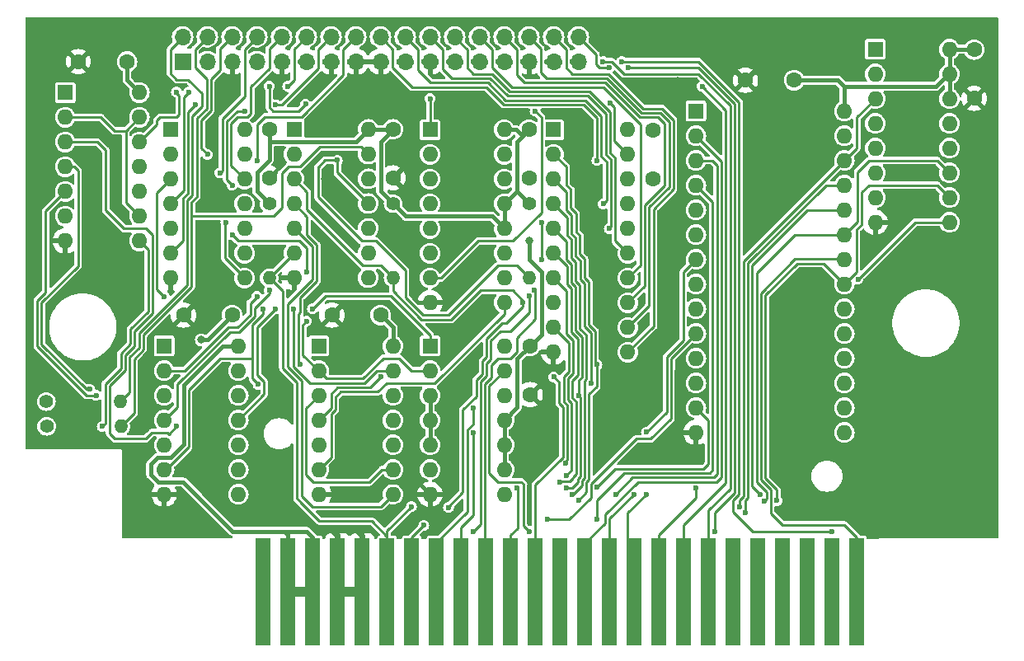
<source format=gbr>
%TF.GenerationSoftware,KiCad,Pcbnew,7.0.9*%
%TF.CreationDate,2024-02-01T17:21:03-03:00*%
%TF.ProjectId,HB720-Cart_dos2,48423732-302d-4436-9172-745f646f7332,1*%
%TF.SameCoordinates,Original*%
%TF.FileFunction,Copper,L2,Bot*%
%TF.FilePolarity,Positive*%
%FSLAX46Y46*%
G04 Gerber Fmt 4.6, Leading zero omitted, Abs format (unit mm)*
G04 Created by KiCad (PCBNEW 7.0.9) date 2024-02-01 17:21:03*
%MOMM*%
%LPD*%
G01*
G04 APERTURE LIST*
%TA.AperFunction,ConnectorPad*%
%ADD10R,1.500000X11.000000*%
%TD*%
%TA.AperFunction,ComponentPad*%
%ADD11C,1.600000*%
%TD*%
%TA.AperFunction,ComponentPad*%
%ADD12R,1.600000X1.600000*%
%TD*%
%TA.AperFunction,ComponentPad*%
%ADD13O,1.600000X1.600000*%
%TD*%
%TA.AperFunction,ComponentPad*%
%ADD14C,1.400000*%
%TD*%
%TA.AperFunction,ComponentPad*%
%ADD15O,1.400000X1.400000*%
%TD*%
%TA.AperFunction,ComponentPad*%
%ADD16R,1.700000X1.700000*%
%TD*%
%TA.AperFunction,ComponentPad*%
%ADD17O,1.700000X1.700000*%
%TD*%
%TA.AperFunction,ViaPad*%
%ADD18C,0.800000*%
%TD*%
%TA.AperFunction,ViaPad*%
%ADD19C,0.600000*%
%TD*%
%TA.AperFunction,Conductor*%
%ADD20C,0.400000*%
%TD*%
%TA.AperFunction,Conductor*%
%ADD21C,1.000000*%
%TD*%
%TA.AperFunction,Conductor*%
%ADD22C,0.250000*%
%TD*%
%TA.AperFunction,Conductor*%
%ADD23C,0.600000*%
%TD*%
%TA.AperFunction,Conductor*%
%ADD24C,0.500000*%
%TD*%
G04 APERTURE END LIST*
D10*
%TO.P,P1,1,Pin_1*%
%TO.N,/~{CS1}*%
X182956200Y-126212600D03*
%TO.P,P1,3,Pin_3*%
%TO.N,/~{CS12}*%
X180416200Y-126212600D03*
%TO.P,P1,5,Pin_5*%
%TO.N,unconnected-(P1-Pin_5-Pad5)*%
X177876200Y-126212600D03*
%TO.P,P1,7,Pin_7*%
%TO.N,/~{WAIT}*%
X175336200Y-126212600D03*
%TO.P,P1,9,Pin_9*%
%TO.N,/~{M1}*%
X172796200Y-126212600D03*
%TO.P,P1,11,Pin_11*%
%TO.N,/~{IOREQ}*%
X170256200Y-126212600D03*
%TO.P,P1,13,Pin_13*%
%TO.N,/~{WR}*%
X167716200Y-126212600D03*
%TO.P,P1,15,Pin_15*%
%TO.N,/~{RESET}*%
X165176200Y-126212600D03*
%TO.P,P1,17,Pin_17*%
%TO.N,/A9*%
X162636200Y-126212600D03*
%TO.P,P1,19,Pin_19*%
%TO.N,/A11*%
X160096200Y-126212600D03*
%TO.P,P1,21,Pin_21*%
%TO.N,/A7*%
X157556200Y-126212600D03*
%TO.P,P1,23,Pin_23*%
%TO.N,/A12*%
X155016200Y-126212600D03*
%TO.P,P1,25,Pin_25*%
%TO.N,/A14*%
X152476200Y-126212600D03*
%TO.P,P1,27,Pin_27*%
%TO.N,/A1*%
X149936200Y-126212600D03*
%TO.P,P1,29,Pin_29*%
%TO.N,/A3*%
X147396200Y-126212600D03*
%TO.P,P1,31,Pin_31*%
%TO.N,/A5*%
X144856200Y-126212600D03*
%TO.P,P1,33,Pin_33*%
%TO.N,/D1*%
X142316200Y-126212600D03*
%TO.P,P1,35,Pin_35*%
%TO.N,/D3*%
X139776200Y-126212600D03*
%TO.P,P1,37,Pin_37*%
%TO.N,/D5*%
X137236200Y-126212600D03*
%TO.P,P1,39,Pin_39*%
%TO.N,/D7*%
X134696200Y-126212600D03*
%TO.P,P1,41,Pin_41*%
%TO.N,GNDD*%
X132156200Y-126212600D03*
%TO.P,P1,43,Pin_43*%
X129616200Y-126212600D03*
%TO.P,P1,45,Pin_45*%
%TO.N,VCC*%
X127076200Y-126212600D03*
%TO.P,P1,47,Pin_47*%
X124536200Y-126212600D03*
%TO.P,P1,49,Pin_49*%
%TO.N,/SOUNDIN*%
X121996200Y-126212600D03*
%TD*%
D11*
%TO.P,C7,1*%
%TO.N,VCC*%
X176500800Y-73660000D03*
%TO.P,C7,2*%
%TO.N,GNDD*%
X171500800Y-73660000D03*
%TD*%
D12*
%TO.P,U7,1,A15*%
%TO.N,Net-(U5-Q1)*%
X166420800Y-76835000D03*
D13*
%TO.P,U7,2,A12*%
%TO.N,/A12*%
X166420800Y-79375000D03*
%TO.P,U7,3,A7*%
%TO.N,/A7*%
X166420800Y-81915000D03*
%TO.P,U7,4,A6*%
%TO.N,/A6*%
X166420800Y-84455000D03*
%TO.P,U7,5,A5*%
%TO.N,/A5*%
X166420800Y-86995000D03*
%TO.P,U7,6,A4*%
%TO.N,/A4*%
X166420800Y-89535000D03*
%TO.P,U7,7,A3*%
%TO.N,/A3*%
X166420800Y-92075000D03*
%TO.P,U7,8,A2*%
%TO.N,/A2*%
X166420800Y-94615000D03*
%TO.P,U7,9,A1*%
%TO.N,/A1*%
X166420800Y-97155000D03*
%TO.P,U7,10,A0*%
%TO.N,/A0*%
X166420800Y-99695000D03*
%TO.P,U7,11,D0*%
%TO.N,/D0*%
X166420800Y-102235000D03*
%TO.P,U7,12,D1*%
%TO.N,/D1*%
X166420800Y-104775000D03*
%TO.P,U7,13,D2*%
%TO.N,/D2*%
X166420800Y-107315000D03*
%TO.P,U7,14,GND*%
%TO.N,GNDD*%
X166420800Y-109855000D03*
%TO.P,U7,15,D3*%
%TO.N,/D3*%
X181660800Y-109855000D03*
%TO.P,U7,16,D4*%
%TO.N,/D4*%
X181660800Y-107315000D03*
%TO.P,U7,17,D5*%
%TO.N,/D5*%
X181660800Y-104775000D03*
%TO.P,U7,18,D6*%
%TO.N,/D6*%
X181660800Y-102235000D03*
%TO.P,U7,19,D7*%
%TO.N,/D7*%
X181660800Y-99695000D03*
%TO.P,U7,20,~{CE}*%
%TO.N,Net-(U7-~{CE})*%
X181660800Y-97155000D03*
%TO.P,U7,21,A10*%
%TO.N,/A10*%
X181660800Y-94615000D03*
%TO.P,U7,22,~{OE}*%
%TO.N,/~{CS1}*%
X181660800Y-92075000D03*
%TO.P,U7,23,A11*%
%TO.N,/A11*%
X181660800Y-89535000D03*
%TO.P,U7,24,A9*%
%TO.N,/A9*%
X181660800Y-86995000D03*
%TO.P,U7,25,A8*%
%TO.N,/A8*%
X181660800Y-84455000D03*
%TO.P,U7,26,A13*%
%TO.N,/A13*%
X181660800Y-81915000D03*
%TO.P,U7,27,A14*%
%TO.N,Net-(U5-Q0)*%
X181660800Y-79375000D03*
%TO.P,U7,28,VCC*%
%TO.N,VCC*%
X181660800Y-76835000D03*
%TD*%
D14*
%TO.P,R4,1*%
%TO.N,VCC*%
X99714100Y-106680000D03*
D15*
%TO.P,R4,2*%
%TO.N,/~{DRQ}*%
X107334100Y-106680000D03*
%TD*%
D14*
%TO.P,R1,1*%
%TO.N,VCC*%
X122605800Y-86360000D03*
D15*
%TO.P,R1,2*%
%TO.N,/D7*%
X122605800Y-93980000D03*
%TD*%
D12*
%TO.P,U4,1*%
%TO.N,Net-(R3-Pad2)*%
X125145800Y-78714600D03*
D13*
%TO.P,U4,2*%
%TO.N,/7FFF_RE*%
X125145800Y-81254600D03*
%TO.P,U4,3*%
%TO.N,/D6*%
X125145800Y-83794600D03*
%TO.P,U4,4*%
%TO.N,Net-(U4-Pad4)*%
X125145800Y-86334600D03*
%TO.P,U4,5*%
%TO.N,/7FFF_RE*%
X125145800Y-88874600D03*
%TO.P,U4,6*%
%TO.N,/D7*%
X125145800Y-91414600D03*
%TO.P,U4,7,GND*%
%TO.N,GNDD*%
X125145800Y-93954600D03*
%TO.P,U4,8*%
%TO.N,~{FDC_CS}*%
X132765800Y-93954600D03*
%TO.P,U4,9*%
%TO.N,Net-(U4-Pad9)*%
X132765800Y-91414600D03*
%TO.P,U4,10*%
%TO.N,/7FF8_to_7FFF*%
X132765800Y-88874600D03*
%TO.P,U4,11*%
%TO.N,Net-(R3-Pad2)*%
X132765800Y-86334600D03*
%TO.P,U4,12*%
%TO.N,/~{IRQ}*%
X132765800Y-83794600D03*
%TO.P,U4,13*%
X132765800Y-81254600D03*
%TO.P,U4,14,VCC*%
%TO.N,VCC*%
X132765800Y-78714600D03*
%TD*%
D11*
%TO.P,C8,1*%
%TO.N,VCC*%
X118795800Y-97790000D03*
%TO.P,C8,2*%
%TO.N,GNDD*%
X113795800Y-97790000D03*
%TD*%
D12*
%TO.P,U10,1*%
%TO.N,Net-(U10-Pad1)*%
X139115800Y-100965000D03*
D13*
%TO.P,U10,2*%
%TO.N,/A1*%
X139115800Y-103505000D03*
%TO.P,U10,3*%
%TO.N,VCC*%
X139115800Y-106045000D03*
%TO.P,U10,4*%
X139115800Y-108585000D03*
%TO.P,U10,5*%
X139115800Y-111125000D03*
%TO.P,U10,6*%
%TO.N,unconnected-(U10-Pad6)*%
X139115800Y-113665000D03*
%TO.P,U10,7,GND*%
%TO.N,GNDD*%
X139115800Y-116205000D03*
%TO.P,U10,8*%
%TO.N,unconnected-(U10-Pad8)*%
X146735800Y-116205000D03*
%TO.P,U10,9*%
%TO.N,VCC*%
X146735800Y-113665000D03*
%TO.P,U10,10*%
X146735800Y-111125000D03*
%TO.P,U10,11*%
X146735800Y-108585000D03*
%TO.P,U10,12*%
%TO.N,/6*%
X146735800Y-106045000D03*
%TO.P,U10,13*%
%TO.N,/A2*%
X146735800Y-103505000D03*
%TO.P,U10,14,VCC*%
%TO.N,VCC*%
X146735800Y-100965000D03*
%TD*%
D11*
%TO.P,C10,1*%
%TO.N,VCC*%
X149402800Y-100965000D03*
%TO.P,C10,2*%
%TO.N,GNDD*%
X149402800Y-105965000D03*
%TD*%
D14*
%TO.P,R3,1*%
%TO.N,VCC*%
X149301200Y-86360000D03*
D15*
%TO.P,R3,2*%
%TO.N,Net-(R3-Pad2)*%
X149301200Y-93980000D03*
%TD*%
D14*
%TO.P,R5,1*%
%TO.N,VCC*%
X99745800Y-109220000D03*
D15*
%TO.P,R5,2*%
%TO.N,/~{IRQ}*%
X107365800Y-109220000D03*
%TD*%
D12*
%TO.P,U1,1*%
%TO.N,/~{RD}*%
X101650800Y-74930000D03*
D13*
%TO.P,U1,2*%
%TO.N,/~{SLTSL}*%
X101650800Y-77470000D03*
%TO.P,U1,3*%
%TO.N,/~{RE}*%
X101650800Y-80010000D03*
%TO.P,U1,4*%
%TO.N,/~{7FF8_to_7FFF}*%
X101650800Y-82550000D03*
%TO.P,U1,5*%
%TO.N,/7*%
X101650800Y-85090000D03*
%TO.P,U1,6*%
%TO.N,/~{7FF8_to_7FFE}*%
X101650800Y-87630000D03*
%TO.P,U1,7,GND*%
%TO.N,GNDD*%
X101650800Y-90170000D03*
%TO.P,U1,8*%
%TO.N,Net-(U7-~{CE})*%
X109270800Y-90170000D03*
%TO.P,U1,9*%
%TO.N,/~{SLTSL}*%
X109270800Y-87630000D03*
%TO.P,U1,10*%
%TO.N,/7FF8_to_7FFF*%
X109270800Y-85090000D03*
%TO.P,U1,11*%
%TO.N,~{WE}*%
X109270800Y-82550000D03*
%TO.P,U1,12*%
%TO.N,/~{WR}*%
X109270800Y-80010000D03*
%TO.P,U1,13*%
%TO.N,/~{SLTSL}*%
X109270800Y-77470000D03*
%TO.P,U1,14,VCC*%
%TO.N,VCC*%
X109270800Y-74930000D03*
%TD*%
D12*
%TO.P,U9,1*%
%TO.N,/A0*%
X127685800Y-100965000D03*
D13*
%TO.P,U9,2*%
%TO.N,/A1*%
X127685800Y-103505000D03*
%TO.P,U9,3*%
%TO.N,/7FF8_to_7FFF*%
X127685800Y-106045000D03*
%TO.P,U9,4*%
%TO.N,/6*%
X127685800Y-108585000D03*
%TO.P,U9,5*%
%TO.N,/WE*%
X127685800Y-111125000D03*
%TO.P,U9,6*%
%TO.N,/7FFE_WE*%
X127685800Y-113665000D03*
%TO.P,U9,7,GND*%
%TO.N,GNDD*%
X127685800Y-116205000D03*
%TO.P,U9,8*%
%TO.N,/7FFF_RE*%
X135305800Y-116205000D03*
%TO.P,U9,9*%
%TO.N,/7FF8_to_7FFF*%
X135305800Y-113665000D03*
%TO.P,U9,10*%
%TO.N,/7*%
X135305800Y-111125000D03*
%TO.P,U9,11*%
%TO.N,/RE*%
X135305800Y-108585000D03*
%TO.P,U9,12*%
%TO.N,/7*%
X135305800Y-106045000D03*
%TO.P,U9,13*%
%TO.N,/A2*%
X135305800Y-103505000D03*
%TO.P,U9,14,VCC*%
%TO.N,VCC*%
X135305800Y-100965000D03*
%TD*%
D11*
%TO.P,C5,1*%
%TO.N,VCC*%
X149275800Y-78729200D03*
%TO.P,C5,2*%
%TO.N,GNDD*%
X149275800Y-83729200D03*
%TD*%
%TO.P,C1,1*%
%TO.N,VCC*%
X108000800Y-71755000D03*
%TO.P,C1,2*%
%TO.N,GNDD*%
X103000800Y-71755000D03*
%TD*%
D12*
%TO.P,U6,1,A->B*%
%TO.N,/~{RE}*%
X151805800Y-78745000D03*
D13*
%TO.P,U6,2,A0*%
%TO.N,/D0*%
X151805800Y-81285000D03*
%TO.P,U6,3,A1*%
%TO.N,/D1*%
X151805800Y-83825000D03*
%TO.P,U6,4,A2*%
%TO.N,/D2*%
X151805800Y-86365000D03*
%TO.P,U6,5,A3*%
%TO.N,/D3*%
X151805800Y-88905000D03*
%TO.P,U6,6,A4*%
%TO.N,/D4*%
X151805800Y-91445000D03*
%TO.P,U6,7,A5*%
%TO.N,/D5*%
X151805800Y-93985000D03*
%TO.P,U6,8,A6*%
%TO.N,/D6*%
X151805800Y-96525000D03*
%TO.P,U6,9,A7*%
%TO.N,/D7*%
X151805800Y-99065000D03*
%TO.P,U6,10,GND*%
%TO.N,GNDD*%
X151805800Y-101605000D03*
%TO.P,U6,11,B7*%
%TO.N,/FDC_D7*%
X159425800Y-101605000D03*
%TO.P,U6,12,B6*%
%TO.N,/FDC_D6*%
X159425800Y-99065000D03*
%TO.P,U6,13,B5*%
%TO.N,/FDC_D5*%
X159425800Y-96525000D03*
%TO.P,U6,14,B4*%
%TO.N,/FDC_D4*%
X159425800Y-93985000D03*
%TO.P,U6,15,B3*%
%TO.N,/FDC_D3*%
X159425800Y-91445000D03*
%TO.P,U6,16,B2*%
%TO.N,/FDC_D2*%
X159425800Y-88905000D03*
%TO.P,U6,17,B1*%
%TO.N,/FDC_D1*%
X159425800Y-86365000D03*
%TO.P,U6,18,B0*%
%TO.N,/FDC_D0*%
X159425800Y-83825000D03*
%TO.P,U6,19,CE*%
%TO.N,/~{7FF8_to_7FFE}*%
X159425800Y-81285000D03*
%TO.P,U6,20,VCC*%
%TO.N,VCC*%
X159425800Y-78745000D03*
%TD*%
D14*
%TO.P,R2,1*%
%TO.N,VCC*%
X135325800Y-86345000D03*
D15*
%TO.P,R2,2*%
%TO.N,/D6*%
X135325800Y-93965000D03*
%TD*%
D16*
%TO.P,J1,1,Pin_1*%
%TO.N,GNDD*%
X113715800Y-71755000D03*
D17*
%TO.P,J1,2,Pin_2*%
%TO.N,/~{DRQ}*%
X113715800Y-69215000D03*
%TO.P,J1,3,Pin_3*%
%TO.N,unconnected-(J1-Pin_3-Pad3)*%
X116255800Y-71755000D03*
%TO.P,J1,4,Pin_4*%
%TO.N,/~{IRQ}*%
X116255800Y-69215000D03*
%TO.P,J1,5,Pin_5*%
%TO.N,GNDD*%
X118795800Y-71755000D03*
%TO.P,J1,6,Pin_6*%
%TO.N,~{FDC_WE}*%
X118795800Y-69215000D03*
%TO.P,J1,7,Pin_7*%
%TO.N,unconnected-(J1-Pin_7-Pad7)*%
X121335800Y-71755000D03*
%TO.P,J1,8,Pin_8*%
%TO.N,~{FDC_CS}*%
X121335800Y-69215000D03*
%TO.P,J1,9,Pin_9*%
%TO.N,GNDD*%
X123875800Y-71755000D03*
%TO.P,J1,10,Pin_10*%
%TO.N,~{FDC_RE}*%
X123875800Y-69215000D03*
%TO.P,J1,11,Pin_11*%
%TO.N,GNDD*%
X126415800Y-71755000D03*
%TO.P,J1,12,Pin_12*%
%TO.N,FDC_A0*%
X126415800Y-69215000D03*
%TO.P,J1,13,Pin_13*%
%TO.N,GNDD*%
X128955800Y-71755000D03*
%TO.P,J1,14,Pin_14*%
%TO.N,FDC_A1*%
X128955800Y-69215000D03*
%TO.P,J1,15,Pin_15*%
%TO.N,GNDD*%
X131495800Y-71755000D03*
%TO.P,J1,16,Pin_16*%
%TO.N,FDC_A2*%
X131495800Y-69215000D03*
%TO.P,J1,17,Pin_17*%
%TO.N,GNDD*%
X134035800Y-71755000D03*
%TO.P,J1,18,Pin_18*%
%TO.N,/FDC_D0*%
X134035800Y-69215000D03*
%TO.P,J1,19,Pin_19*%
%TO.N,GNDD*%
X136575800Y-71755000D03*
%TO.P,J1,20,Pin_20*%
%TO.N,/FDC_D1*%
X136575800Y-69215000D03*
%TO.P,J1,21,Pin_21*%
%TO.N,GNDD*%
X139115800Y-71755000D03*
%TO.P,J1,22,Pin_22*%
%TO.N,/FDC_D2*%
X139115800Y-69215000D03*
%TO.P,J1,23,Pin_23*%
%TO.N,GNDD*%
X141655800Y-71755000D03*
%TO.P,J1,24,Pin_24*%
%TO.N,/FDC_D3*%
X141655800Y-69215000D03*
%TO.P,J1,25,Pin_25*%
%TO.N,GNDD*%
X144195800Y-71755000D03*
%TO.P,J1,26,Pin_26*%
%TO.N,/FDC_D4*%
X144195800Y-69215000D03*
%TO.P,J1,27,Pin_27*%
%TO.N,GNDD*%
X146735800Y-71755000D03*
%TO.P,J1,28,Pin_28*%
%TO.N,/FDC_D5*%
X146735800Y-69215000D03*
%TO.P,J1,29,Pin_29*%
%TO.N,GNDD*%
X149275800Y-71755000D03*
%TO.P,J1,30,Pin_30*%
%TO.N,/FDC_D6*%
X149275800Y-69215000D03*
%TO.P,J1,31,Pin_31*%
%TO.N,GNDD*%
X151815800Y-71755000D03*
%TO.P,J1,32,Pin_32*%
%TO.N,/FDC_D7*%
X151815800Y-69215000D03*
%TO.P,J1,33,Pin_33*%
%TO.N,GNDD*%
X154355800Y-71755000D03*
%TO.P,J1,34,Pin_34*%
%TO.N,~{FDC_RST}*%
X154355800Y-69215000D03*
%TD*%
D12*
%TO.P,U3,1*%
%TO.N,~{WE}*%
X112445800Y-78740000D03*
D13*
%TO.P,U3,2*%
%TO.N,~{FDC_WE}*%
X112445800Y-81280000D03*
%TO.P,U3,3*%
%TO.N,/A0*%
X112445800Y-83820000D03*
%TO.P,U3,4*%
%TO.N,FDC_A0*%
X112445800Y-86360000D03*
%TO.P,U3,5*%
%TO.N,/A1*%
X112445800Y-88900000D03*
%TO.P,U3,6*%
%TO.N,FDC_A1*%
X112445800Y-91440000D03*
%TO.P,U3,7,GND*%
%TO.N,GNDD*%
X112445800Y-93980000D03*
%TO.P,U3,8*%
%TO.N,FDC_A2*%
X120065800Y-93980000D03*
%TO.P,U3,9*%
%TO.N,/A2*%
X120065800Y-91440000D03*
%TO.P,U3,10*%
%TO.N,~{FDC_RST}*%
X120065800Y-88900000D03*
%TO.P,U3,11*%
%TO.N,/~{RESET}*%
X120065800Y-86360000D03*
%TO.P,U3,12*%
%TO.N,~{FDC_RE}*%
X120065800Y-83820000D03*
%TO.P,U3,13*%
%TO.N,/~{RE}*%
X120065800Y-81280000D03*
%TO.P,U3,14,VCC*%
%TO.N,VCC*%
X120065800Y-78740000D03*
%TD*%
D12*
%TO.P,U2,1*%
%TO.N,/A12*%
X184835800Y-70485000D03*
D13*
%TO.P,U2,2*%
%TO.N,/A7*%
X184835800Y-73025000D03*
%TO.P,U2,3*%
%TO.N,/A13*%
X184835800Y-75565000D03*
%TO.P,U2,4*%
%TO.N,/A6*%
X184835800Y-78105000D03*
%TO.P,U2,5*%
%TO.N,/A5*%
X184835800Y-80645000D03*
%TO.P,U2,6*%
%TO.N,/A4*%
X184835800Y-83185000D03*
%TO.P,U2,7*%
%TO.N,/A3*%
X184835800Y-85725000D03*
%TO.P,U2,8,GND*%
%TO.N,GNDD*%
X184835800Y-88265000D03*
%TO.P,U2,9*%
%TO.N,/~{7FF8_to_7FFF}*%
X192455800Y-88265000D03*
%TO.P,U2,10*%
%TO.N,/A10*%
X192455800Y-85725000D03*
%TO.P,U2,11*%
%TO.N,/A11*%
X192455800Y-83185000D03*
%TO.P,U2,12*%
%TO.N,/A9*%
X192455800Y-80645000D03*
%TO.P,U2,13*%
%TO.N,/A8*%
X192455800Y-78105000D03*
%TO.P,U2,14*%
%TO.N,VCC*%
X192455800Y-75565000D03*
%TO.P,U2,15*%
X192455800Y-73025000D03*
%TO.P,U2,16,VCC*%
X192455800Y-70485000D03*
%TD*%
D11*
%TO.P,C2,1*%
%TO.N,VCC*%
X194995800Y-70525000D03*
%TO.P,C2,2*%
%TO.N,GNDD*%
X194995800Y-75525000D03*
%TD*%
%TO.P,C6,1*%
%TO.N,VCC*%
X161975800Y-78780000D03*
%TO.P,C6,2*%
%TO.N,GNDD*%
X161975800Y-83780000D03*
%TD*%
D12*
%TO.P,U8,1*%
%TO.N,/A0*%
X111810800Y-100965000D03*
D13*
%TO.P,U8,2*%
%TO.N,Net-(U10-Pad1)*%
X111810800Y-103505000D03*
%TO.P,U8,3*%
%TO.N,/7*%
X111810800Y-106045000D03*
%TO.P,U8,4*%
%TO.N,Net-(U4-Pad9)*%
X111810800Y-108585000D03*
%TO.P,U8,5*%
%TO.N,/~{7FF8_to_7FFF}*%
X111810800Y-111125000D03*
%TO.P,U8,6*%
%TO.N,/7FF8_to_7FFF*%
X111810800Y-113665000D03*
%TO.P,U8,7,GND*%
%TO.N,GNDD*%
X111810800Y-116205000D03*
%TO.P,U8,8*%
%TO.N,/RE*%
X119430800Y-116205000D03*
%TO.P,U8,9*%
%TO.N,/~{RE}*%
X119430800Y-113665000D03*
%TO.P,U8,10*%
%TO.N,/WE*%
X119430800Y-111125000D03*
%TO.P,U8,11*%
%TO.N,~{WE}*%
X119430800Y-108585000D03*
%TO.P,U8,12*%
%TO.N,Net-(U4-Pad4)*%
X119430800Y-106045000D03*
%TO.P,U8,13*%
%TO.N,/~{DRQ}*%
X119430800Y-103505000D03*
%TO.P,U8,14,VCC*%
%TO.N,VCC*%
X119430800Y-100965000D03*
%TD*%
D11*
%TO.P,C4,1*%
%TO.N,VCC*%
X135300800Y-78705000D03*
%TO.P,C4,2*%
%TO.N,GNDD*%
X135300800Y-83705000D03*
%TD*%
%TO.P,C3,1*%
%TO.N,VCC*%
X122605800Y-78740000D03*
%TO.P,C3,2*%
%TO.N,GNDD*%
X122605800Y-83740000D03*
%TD*%
D12*
%TO.P,U5,1,~{Mr}*%
%TO.N,/~{RESET}*%
X139111800Y-78740000D03*
D13*
%TO.P,U5,2,Q0*%
%TO.N,Net-(U5-Q0)*%
X139111800Y-81280000D03*
%TO.P,U5,3,~{Q0}*%
%TO.N,unconnected-(U5-~{Q0}-Pad3)*%
X139111800Y-83820000D03*
%TO.P,U5,4,D0*%
%TO.N,/D0*%
X139111800Y-86360000D03*
%TO.P,U5,5,D1*%
%TO.N,/D1*%
X139111800Y-88900000D03*
%TO.P,U5,6,~{Q1}*%
%TO.N,unconnected-(U5-~{Q1}-Pad6)*%
X139111800Y-91440000D03*
%TO.P,U5,7,Q1*%
%TO.N,Net-(U5-Q1)*%
X139111800Y-93980000D03*
%TO.P,U5,8,GND*%
%TO.N,GNDD*%
X139111800Y-96520000D03*
%TO.P,U5,9,Cp*%
%TO.N,/7FFE_WE*%
X146731800Y-96520000D03*
%TO.P,U5,10,Q2*%
%TO.N,unconnected-(U5-Q2-Pad10)*%
X146731800Y-93980000D03*
%TO.P,U5,11,~{Q2}*%
%TO.N,unconnected-(U5-~{Q2}-Pad11)*%
X146731800Y-91440000D03*
%TO.P,U5,12,D2*%
%TO.N,VCC*%
X146731800Y-88900000D03*
%TO.P,U5,13,D3*%
X146731800Y-86360000D03*
%TO.P,U5,14,~{Q3}*%
%TO.N,unconnected-(U5-~{Q3}-Pad14)*%
X146731800Y-83820000D03*
%TO.P,U5,15,Q3*%
%TO.N,unconnected-(U5-Q3-Pad15)*%
X146731800Y-81280000D03*
%TO.P,U5,16,VCC*%
%TO.N,VCC*%
X146731800Y-78740000D03*
%TD*%
D11*
%TO.P,C9,1*%
%TO.N,VCC*%
X134035800Y-97790000D03*
%TO.P,C9,2*%
%TO.N,GNDD*%
X129035800Y-97790000D03*
%TD*%
D18*
%TO.N,VCC*%
X115620800Y-100330000D03*
X149275800Y-90170000D03*
D19*
%TO.N,/A9*%
X166420800Y-115570000D03*
X173035800Y-116205000D03*
%TO.N,/A11*%
X161340800Y-116194500D03*
X173438308Y-116895790D03*
%TO.N,/A7*%
X158165800Y-116205000D03*
X160070800Y-116205000D03*
%TO.N,/A1*%
X151815800Y-104140000D03*
X126415800Y-98425000D03*
%TO.N,/A3*%
X161340800Y-109820200D03*
X148005800Y-115570000D03*
%TO.N,/A5*%
X150545800Y-88265000D03*
X150545800Y-92075000D03*
X149846300Y-95250000D03*
%TO.N,/D1*%
X143560800Y-109855000D03*
X155625800Y-104775000D03*
%TO.N,/D3*%
X153085800Y-115536900D03*
X143560800Y-107315000D03*
X154355800Y-106045000D03*
%TO.N,/D5*%
X153085800Y-114285100D03*
X138480800Y-119380000D03*
%TO.N,/D7*%
X153026300Y-113015100D03*
X137210800Y-117464900D03*
D18*
%TO.N,GNDD*%
X164605300Y-103505000D03*
X124510800Y-116865400D03*
X109905800Y-107950000D03*
X164515800Y-73750198D03*
X129590800Y-86360000D03*
X164515800Y-86360000D03*
X128320800Y-83820000D03*
D19*
%TO.N,/D6*%
X148640800Y-96480000D03*
X141020800Y-117540700D03*
%TO.N,/D4*%
X152450800Y-114935000D03*
%TO.N,/D2*%
X153720800Y-116205000D03*
X156260800Y-115466500D03*
%TO.N,/D0*%
X156250800Y-102870000D03*
X154355800Y-116840000D03*
%TO.N,/A4*%
X143560800Y-120015000D03*
X149275800Y-95855500D03*
%TO.N,/A2*%
X149275800Y-120015000D03*
X125130900Y-97155000D03*
%TO.N,/A0*%
X151180800Y-118745000D03*
X111810800Y-95885000D03*
%TO.N,/A13*%
X170865800Y-117475000D03*
%TO.N,/A8*%
X171500800Y-118110000D03*
%TO.N,/A6*%
X156260800Y-118745000D03*
%TO.N,/A10*%
X174735300Y-116840000D03*
%TO.N,/~{WR}*%
X156885300Y-71755000D03*
X113080800Y-74876156D03*
%TO.N,/~{SLTSL}*%
X180390800Y-120015000D03*
X158800800Y-71755000D03*
%TO.N,Net-(R3-Pad2)*%
X129590800Y-81878610D03*
%TO.N,/~{RD}*%
X159435800Y-72390000D03*
X168325800Y-120015000D03*
%TO.N,/~{RESET}*%
X139111800Y-75565000D03*
X167055800Y-74295000D03*
%TO.N,/~{7FF8_to_7FFF}*%
X104190800Y-105410000D03*
X183055587Y-94104787D03*
%TO.N,/7*%
X104825800Y-106045000D03*
%TO.N,Net-(U7-~{CE})*%
X105460800Y-109220000D03*
%TO.N,Net-(U4-Pad4)*%
X125791639Y-102859161D03*
%TO.N,~{WE}*%
X123240800Y-97155000D03*
%TO.N,~{FDC_WE}*%
X116255800Y-81280000D03*
%TO.N,~{FDC_CS}*%
X126415800Y-93345000D03*
X118795800Y-89535000D03*
X117525800Y-83185000D03*
%TO.N,/FDC_D0*%
X156260800Y-81915000D03*
%TO.N,/FDC_D1*%
X156895800Y-86360000D03*
%TO.N,/FDC_D2*%
X157530800Y-88900000D03*
%TO.N,~{FDC_RST}*%
X120065800Y-76835000D03*
X118795800Y-84455000D03*
X157530800Y-72390000D03*
%TO.N,FDC_A0*%
X124510800Y-74295000D03*
X114350800Y-74898944D03*
%TO.N,FDC_A1*%
X114985800Y-76200000D03*
X123240800Y-76179500D03*
%TO.N,FDC_A2*%
X121335800Y-81915000D03*
X118160800Y-88265000D03*
%TO.N,/7FF8_to_7FFF*%
X121459889Y-104899089D03*
X121970800Y-97155000D03*
%TO.N,Net-(U10-Pad1)*%
X121335800Y-95868500D03*
X127050800Y-97155000D03*
%TO.N,Net-(U5-Q1)*%
X149910800Y-76835000D03*
%TO.N,/6*%
X134035800Y-104140000D03*
%TO.N,/~{RE}*%
X113080800Y-109220000D03*
%TO.N,/~{7FF8_to_7FFE}*%
X122605800Y-74295000D03*
X126329811Y-76114011D03*
X157631583Y-75981900D03*
%TO.N,Net-(U4-Pad9)*%
X122628331Y-95232964D03*
%TD*%
D20*
%TO.N,VCC*%
X181660800Y-76835000D02*
X181635400Y-76835000D01*
X181635400Y-76835000D02*
X181635400Y-74295000D01*
X149275800Y-90170000D02*
X149275800Y-92125800D01*
X146731800Y-86360000D02*
X146735800Y-86360000D01*
X124155000Y-120015000D02*
X126441200Y-120015000D01*
X124536200Y-124750200D02*
X124536200Y-126212600D01*
X113817400Y-111099600D02*
X112522000Y-112395000D01*
X131495800Y-79984600D02*
X132765800Y-78714600D01*
X110439200Y-113080800D02*
X110439200Y-114198400D01*
X132765800Y-78714600D02*
X135291200Y-78714600D01*
X150546300Y-93396300D02*
X150546300Y-99821500D01*
X148075400Y-102292400D02*
X148075400Y-107245400D01*
X127076200Y-120650000D02*
X127076200Y-126212600D01*
X145461800Y-87630000D02*
X146731800Y-88900000D01*
X148005800Y-84920400D02*
X148005800Y-79999200D01*
X135300800Y-78705000D02*
X134035800Y-79970000D01*
X149402800Y-100965000D02*
X148075400Y-102292400D01*
X181000400Y-73660000D02*
X181635400Y-74295000D01*
X146731800Y-88900000D02*
X146731800Y-86360000D01*
X146735800Y-86360000D02*
X148018500Y-85077300D01*
X121335800Y-83085000D02*
X122605800Y-81815000D01*
X192455800Y-70485000D02*
X194995800Y-70485000D01*
X108000800Y-73660000D02*
X108000800Y-71755000D01*
X150546300Y-99821500D02*
X149402800Y-100965000D01*
X117847163Y-100965000D02*
X113817400Y-104994763D01*
X124536200Y-120396200D02*
X124536200Y-126212600D01*
X122605800Y-79984600D02*
X122605800Y-78740000D01*
X139115800Y-108585000D02*
X139115800Y-106045000D01*
X191058800Y-74295000D02*
X192455800Y-72898000D01*
X122605800Y-86360000D02*
X121335800Y-85090000D01*
X121335800Y-85090000D02*
X121335800Y-83085000D01*
X146731800Y-78740000D02*
X147933700Y-78740000D01*
X135291200Y-78714600D02*
X135300800Y-78705000D01*
X134035800Y-85055000D02*
X135325800Y-86345000D01*
X124147100Y-120007100D02*
X124155000Y-120015000D01*
X149275800Y-92125800D02*
X150546300Y-93396300D01*
X122605800Y-81815000D02*
X122605800Y-79984600D01*
X135305800Y-100965000D02*
X135305800Y-99060000D01*
X115620800Y-100330000D02*
X116255800Y-100330000D01*
X111175800Y-114935000D02*
X113792000Y-114935000D01*
X148075400Y-107245400D02*
X146735800Y-108585000D01*
X126441200Y-120015000D02*
X127076200Y-120650000D01*
X113792000Y-114935000D02*
X118864100Y-120007100D01*
D21*
X124536200Y-126212600D02*
X127076200Y-126212600D01*
D20*
X124536000Y-124750000D02*
X124536000Y-126213000D01*
X109270800Y-74930000D02*
X108000800Y-73660000D01*
X134035800Y-79970000D02*
X134035800Y-85055000D01*
X119430800Y-100965000D02*
X117847163Y-100965000D01*
X116255800Y-100330000D02*
X118795800Y-97790000D01*
X135305800Y-99060000D02*
X134035800Y-97790000D01*
X112522000Y-112395000D02*
X111125000Y-112395000D01*
X111125000Y-112395000D02*
X110439200Y-113080800D01*
X176500800Y-73660000D02*
X181000400Y-73660000D01*
X181635400Y-76835000D02*
X181584600Y-76835000D01*
X124536000Y-124750000D02*
X124536200Y-124750200D01*
X122605800Y-79984600D02*
X131495800Y-79984600D01*
X135325800Y-86345000D02*
X136610800Y-87630000D01*
X113817400Y-104994763D02*
X113817400Y-111099600D01*
X146735800Y-111125000D02*
X146735800Y-108585000D01*
X139115800Y-108585000D02*
X139115800Y-111125000D01*
X110439200Y-114198400D02*
X111175800Y-114935000D01*
X148018500Y-85077300D02*
X149301200Y-86360000D01*
X146735800Y-111125000D02*
X146735800Y-113665000D01*
X181635400Y-74295000D02*
X191058800Y-74295000D01*
X118864100Y-120007100D02*
X124147100Y-120007100D01*
X147933700Y-78740000D02*
X148599400Y-79405600D01*
X192455800Y-70485000D02*
X192455800Y-75565000D01*
X148599400Y-79405600D02*
X149275800Y-78729200D01*
X124147100Y-120007100D02*
X124536200Y-120396200D01*
X148005800Y-79999200D02*
X148599400Y-79405600D01*
X136610800Y-87630000D02*
X145461800Y-87630000D01*
D22*
%TO.N,/A9*%
X162636200Y-120385700D02*
X162636200Y-126212600D01*
X166420800Y-116601100D02*
X162636200Y-120385700D01*
X166420800Y-115570000D02*
X166420800Y-116601100D01*
X173035800Y-116205000D02*
X172190800Y-115360000D01*
X172190800Y-115360000D02*
X172190800Y-92657792D01*
X177853592Y-86995000D02*
X181660800Y-86995000D01*
X172190800Y-92657792D02*
X177853592Y-86995000D01*
%TO.N,/A11*%
X192455800Y-83185000D02*
X191185800Y-81915000D01*
X173660800Y-115946116D02*
X172640800Y-114926116D01*
X161340800Y-116194500D02*
X159410400Y-118124900D01*
X172640800Y-93475000D02*
X176580800Y-89535000D01*
X176580800Y-89535000D02*
X181660800Y-89535000D01*
X160096200Y-124836200D02*
X160096200Y-126212600D01*
X172640800Y-114926116D02*
X172640800Y-93475000D01*
X173660800Y-116673298D02*
X173660800Y-115946116D01*
X173438308Y-116895790D02*
X173660800Y-116673298D01*
X191185800Y-81915000D02*
X184200800Y-81915000D01*
X159410400Y-122773400D02*
X160096000Y-123459000D01*
X159410400Y-118124900D02*
X159410400Y-122773400D01*
X160096000Y-124836000D02*
X160096200Y-124836200D01*
X160096000Y-123459000D02*
X160096000Y-124836000D01*
X183014200Y-88181600D02*
X181660800Y-89535000D01*
X160096000Y-126213000D02*
X160096000Y-124836000D01*
X184200800Y-81915000D02*
X183014200Y-83101600D01*
X183014200Y-83101600D02*
X183014200Y-88181600D01*
%TO.N,/A7*%
X166420800Y-81915000D02*
X168086200Y-81915000D01*
X157556200Y-118719600D02*
X157556200Y-126212600D01*
X168590800Y-82419600D02*
X168590800Y-114136600D01*
X168249600Y-114477800D02*
X159893000Y-114477800D01*
X160070800Y-116205000D02*
X157556200Y-118719600D01*
X168086200Y-81915000D02*
X168590800Y-82419600D01*
X159893000Y-114477800D02*
X158165800Y-116205000D01*
X168590800Y-114136600D02*
X168249600Y-114477800D01*
%TO.N,/A12*%
X155016200Y-121259600D02*
X157106200Y-119169600D01*
X155016200Y-126212600D02*
X155016200Y-121259600D01*
X157106200Y-119169600D02*
X157106200Y-118285716D01*
X168536200Y-114935000D02*
X169040800Y-114430400D01*
X169040800Y-114430400D02*
X169040800Y-81995000D01*
X157106200Y-118285716D02*
X160456916Y-114935000D01*
X169040800Y-81995000D02*
X166420800Y-79375000D01*
X160456916Y-114935000D02*
X168536200Y-114935000D01*
%TO.N,/A1*%
X135966200Y-102235000D02*
X137236200Y-103505000D01*
X151815800Y-104140000D02*
X152380800Y-104705000D01*
X149936200Y-125443000D02*
X149936200Y-126212600D01*
X149936000Y-115221516D02*
X149936000Y-125442800D01*
X152750800Y-107233072D02*
X152750800Y-112406716D01*
X132207000Y-104317800D02*
X134289800Y-102235000D01*
X134289800Y-102235000D02*
X135966200Y-102235000D01*
X126070300Y-101889500D02*
X127685800Y-103505000D01*
X149936000Y-122273000D02*
X149936000Y-123489000D01*
X137236200Y-103505000D02*
X139115800Y-103505000D01*
X149936000Y-125442800D02*
X149936000Y-126213000D01*
X152750800Y-112406716D02*
X149936000Y-115221516D01*
X126415800Y-98425000D02*
X126070300Y-98770500D01*
X152380800Y-104705000D02*
X152380800Y-106863072D01*
X126070300Y-98770500D02*
X126070300Y-101889500D01*
X152380800Y-106863072D02*
X152750800Y-107233072D01*
X127685800Y-103505000D02*
X128498600Y-104317800D01*
X149936000Y-125442800D02*
X149936200Y-125443000D01*
X128498600Y-104317800D02*
X132207000Y-104317800D01*
%TO.N,/A3*%
X161340800Y-109820200D02*
X163430800Y-107730200D01*
X148005800Y-115570000D02*
X148086600Y-115650800D01*
X147396000Y-125442800D02*
X147396200Y-125443000D01*
X147396000Y-126213000D02*
X147396000Y-125442800D01*
X165125400Y-93370400D02*
X166420800Y-92075000D01*
X165125400Y-100354004D02*
X165125400Y-93370400D01*
X147396000Y-120386000D02*
X147396000Y-125442800D01*
X148086600Y-119695400D02*
X147396000Y-120386000D01*
X148086600Y-115650800D02*
X148086600Y-119695400D01*
X163430800Y-107730200D02*
X163430800Y-102048604D01*
X147396200Y-125443000D02*
X147396200Y-126212600D01*
X163430800Y-102048604D02*
X165125400Y-100354004D01*
%TO.N,/A5*%
X150545800Y-92075000D02*
X150545800Y-88265000D01*
X145389600Y-104214804D02*
X144754600Y-104849804D01*
X149910800Y-95314500D02*
X149910800Y-98196400D01*
X148005800Y-100101400D02*
X148005800Y-101600000D01*
X147370800Y-102235000D02*
X146100800Y-102235000D01*
X144754600Y-126111000D02*
X144856200Y-126212600D01*
X144856200Y-123991600D02*
X144856200Y-126212600D01*
X144856000Y-126213000D02*
X144856000Y-123991400D01*
X146100800Y-102235000D02*
X145389600Y-102946200D01*
X144754600Y-104849804D02*
X144754600Y-126111000D01*
X148005800Y-101600000D02*
X147370800Y-102235000D01*
X149846300Y-95250000D02*
X149910800Y-95314500D01*
X145389600Y-102946200D02*
X145389600Y-104214804D01*
X149910800Y-98196400D02*
X148005800Y-100101400D01*
X144856000Y-123991400D02*
X144856200Y-123991600D01*
%TO.N,/D1*%
X153662800Y-89434208D02*
X153662800Y-87530604D01*
X142316000Y-119604650D02*
X142316000Y-125442800D01*
X143560800Y-118359850D02*
X142316000Y-119604650D01*
X142316200Y-125443000D02*
X142316200Y-126212600D01*
X154062000Y-89833408D02*
X153662800Y-89434208D01*
X153662800Y-87530604D02*
X153111200Y-86979004D01*
X154537400Y-92201612D02*
X154062000Y-91726212D01*
X153111200Y-86979004D02*
X153111200Y-85130400D01*
X142316000Y-125442800D02*
X142316200Y-125443000D01*
X155625800Y-99648020D02*
X154962000Y-98984220D01*
X142316000Y-122659000D02*
X142316000Y-122660000D01*
X153111200Y-85130400D02*
X151805800Y-83825000D01*
X155625800Y-104775000D02*
X155625800Y-99648020D01*
X154962000Y-98984220D02*
X154962000Y-94540616D01*
X154537400Y-94116016D02*
X154537400Y-92201612D01*
X154062000Y-91726212D02*
X154062000Y-89833408D01*
X154962000Y-94540616D02*
X154537400Y-94116016D01*
X143560800Y-109855000D02*
X143560800Y-118359850D01*
X142316000Y-122660000D02*
X142316000Y-123517000D01*
X142316000Y-125442800D02*
X142316000Y-126213000D01*
%TO.N,/D3*%
X139776200Y-125443000D02*
X139776200Y-126212600D01*
X139776000Y-125442800D02*
X139776000Y-126213000D01*
X154062000Y-99357012D02*
X154062000Y-94913408D01*
X139776000Y-121322000D02*
X139776000Y-122323000D01*
X139776000Y-122324000D02*
X139776000Y-123325000D01*
X139776000Y-122324000D02*
X139776000Y-123325000D01*
X154285800Y-114979600D02*
X153728500Y-115536900D01*
X154355800Y-104524720D02*
X154725800Y-104154720D01*
X139776000Y-122323000D02*
X139776000Y-122324000D01*
X139776000Y-121322000D02*
X139843000Y-121255000D01*
X153637400Y-94488808D02*
X153637400Y-92574404D01*
X139776000Y-121152900D02*
X139776000Y-121322000D01*
X153162000Y-92099004D02*
X153162000Y-90261200D01*
X154285800Y-114594412D02*
X154285800Y-114979600D01*
X153728500Y-115536900D02*
X153085800Y-115536900D01*
X139776000Y-125442800D02*
X139776200Y-125443000D01*
X143560800Y-108971116D02*
X142935800Y-109596116D01*
X139776000Y-123325000D02*
X139776000Y-125442800D01*
X154550800Y-114329412D02*
X154285800Y-114594412D01*
X154725800Y-100020812D02*
X154062000Y-99357012D01*
X154355800Y-106045000D02*
X154550800Y-106240000D01*
X154550800Y-106240000D02*
X154550800Y-114329412D01*
X153162000Y-90261200D02*
X151805800Y-88905000D01*
X154062000Y-94913408D02*
X153637400Y-94488808D01*
X142935800Y-109596116D02*
X142935800Y-117993100D01*
X154355800Y-106045000D02*
X154355800Y-104524720D01*
X139776000Y-122323000D02*
X139776000Y-122324000D01*
X154725800Y-104154720D02*
X154725800Y-100020812D01*
X142935800Y-117993100D02*
X139776000Y-121152900D01*
X153637400Y-92574404D02*
X153162000Y-92099004D01*
X143560800Y-107315000D02*
X143560800Y-108971116D01*
%TO.N,/D5*%
X153825800Y-103781928D02*
X153280800Y-104326928D01*
X137236000Y-124825000D02*
X137236200Y-124825200D01*
X153280800Y-104326928D02*
X153280800Y-106490280D01*
X137236000Y-120624800D02*
X137236000Y-124825000D01*
X153280800Y-106490280D02*
X153650800Y-106860280D01*
X138480800Y-119380000D02*
X137236000Y-120624800D01*
X137236000Y-122112000D02*
X137236000Y-123437000D01*
X153162000Y-99729804D02*
X153825800Y-100393604D01*
X137236200Y-124825200D02*
X137236200Y-126212600D01*
X137236000Y-122111000D02*
X137236000Y-122112000D01*
X153650800Y-113720100D02*
X153085800Y-114285100D01*
X153162000Y-95341200D02*
X153162000Y-99729804D01*
X151805800Y-93985000D02*
X153162000Y-95341200D01*
X137236000Y-124825000D02*
X137236000Y-126213000D01*
X153825800Y-100393604D02*
X153825800Y-103781928D01*
X153650800Y-106860280D02*
X153650800Y-113720100D01*
%TO.N,/D7*%
X134696000Y-119979700D02*
X134696000Y-120504200D01*
X123995700Y-95346051D02*
X123995700Y-103231800D01*
X134696000Y-123325000D02*
X134696000Y-124769000D01*
X153375800Y-100635000D02*
X151805800Y-99065000D01*
X152830800Y-104140532D02*
X153375800Y-103595532D01*
X125457800Y-104693900D02*
X125457800Y-116660095D01*
X122605800Y-93956151D02*
X123995700Y-95346051D01*
X152830800Y-106676676D02*
X152830800Y-104140532D01*
X153200800Y-112671000D02*
X153200800Y-107046676D01*
X125743800Y-116955400D02*
X127739200Y-118950800D01*
X134696000Y-124769000D02*
X134696000Y-126213000D01*
X134696200Y-124769200D02*
X134696200Y-126212600D01*
X134696000Y-124769000D02*
X134696200Y-124769200D01*
X134696000Y-122056000D02*
X134696000Y-123325000D01*
X153375800Y-103595532D02*
X153375800Y-100635000D01*
X134696000Y-120504200D02*
X134696000Y-122055000D01*
X134696000Y-122055000D02*
X134696000Y-122056000D01*
X127739200Y-118950800D02*
X133142600Y-118950800D01*
X123995700Y-103231800D02*
X125457800Y-104693900D01*
X133142600Y-118950800D02*
X134696000Y-120504200D01*
X125743800Y-116946095D02*
X125743800Y-116955400D01*
X122605800Y-93954600D02*
X122605800Y-93956151D01*
X125145800Y-91414600D02*
X122605800Y-93954600D01*
X153200800Y-107046676D02*
X152830800Y-106676676D01*
X134696000Y-122056000D02*
X134696000Y-123325000D01*
X153026300Y-112845500D02*
X153200800Y-112671000D01*
X137210800Y-117464900D02*
X134696000Y-119979700D01*
X134696000Y-122055000D02*
X134696000Y-122056000D01*
X153026300Y-113015100D02*
X153026300Y-112845500D01*
X125457800Y-116660095D02*
X125743800Y-116946095D01*
D20*
%TO.N,GNDD*%
X151805800Y-103025000D02*
X150975800Y-103855000D01*
X127685800Y-116205000D02*
X132869772Y-116205000D01*
D23*
X164795200Y-86080600D02*
X164645400Y-86230400D01*
D20*
X128320800Y-85090000D02*
X128320800Y-83820000D01*
D23*
X128930400Y-119735600D02*
X128930400Y-119776400D01*
D20*
X164405800Y-109110000D02*
X165150800Y-109855000D01*
X151805800Y-101605000D02*
X151805800Y-103025000D01*
X165150800Y-109855000D02*
X166420800Y-109855000D01*
X109240800Y-102519000D02*
X110223300Y-101536500D01*
X129590800Y-86360000D02*
X130835400Y-87604600D01*
X132156000Y-125168500D02*
X132156200Y-125168700D01*
X131495800Y-71755000D02*
X131495800Y-73006900D01*
D21*
X129763300Y-126187200D02*
X132212300Y-126187200D01*
D20*
X164605300Y-103505000D02*
X164405800Y-103704500D01*
X129616000Y-126213000D02*
X129616000Y-124056300D01*
X110223300Y-101536500D02*
X110223300Y-100152500D01*
X112830600Y-98755200D02*
X113795800Y-97790000D01*
X132156000Y-126213000D02*
X132156000Y-125168500D01*
X137845800Y-114935000D02*
X139115800Y-116205000D01*
X137464800Y-96106342D02*
X137878458Y-96520000D01*
X137093200Y-78604300D02*
X137093200Y-81912600D01*
X164515800Y-73750198D02*
X164645400Y-73879798D01*
X150975800Y-103855000D02*
X150975800Y-104392000D01*
D23*
X164645400Y-73879798D02*
X164795200Y-74029598D01*
D20*
X137093200Y-81912600D02*
X135300800Y-83705000D01*
X129616200Y-124056500D02*
X129616200Y-126212600D01*
X137878458Y-96520000D02*
X139111800Y-96520000D01*
X129616000Y-124056300D02*
X129616200Y-124056500D01*
X134139772Y-114935000D02*
X137845800Y-114935000D01*
X130835400Y-87604600D02*
X133604000Y-87604600D01*
D23*
X127381000Y-119735600D02*
X131470600Y-119735600D01*
D20*
X132131000Y-120396000D02*
X132156000Y-120421000D01*
X111620600Y-98755200D02*
X112830600Y-98755200D01*
X133604000Y-87604600D02*
X137464800Y-91465400D01*
X131495800Y-73006900D02*
X137093200Y-78604300D01*
X109905800Y-107950000D02*
X109240800Y-107285000D01*
X132156000Y-124124000D02*
X132156000Y-123262000D01*
X150975800Y-104392000D02*
X149402800Y-105965000D01*
X110223300Y-100152500D02*
X111620600Y-98755200D01*
X137464800Y-91465400D02*
X137464800Y-96106342D01*
X132869772Y-116205000D02*
X134139772Y-114935000D01*
D23*
X131470600Y-119735600D02*
X132156000Y-120421000D01*
D20*
X164405800Y-103704500D02*
X164405800Y-109110000D01*
D23*
X132156000Y-120421000D02*
X132156000Y-125168500D01*
D20*
X129590800Y-86360000D02*
X128320800Y-85090000D01*
X129616000Y-120462000D02*
X129682000Y-120396000D01*
D23*
X124510800Y-116865400D02*
X127381000Y-119735600D01*
X128930400Y-119776400D02*
X129616000Y-120462000D01*
D20*
X164645400Y-86230400D02*
X164515800Y-86360000D01*
X132156200Y-125168700D02*
X132156200Y-126212600D01*
D24*
X164795200Y-74029598D02*
X164795200Y-86080600D01*
D20*
X109240800Y-107285000D02*
X109240800Y-102519000D01*
D23*
X129616000Y-124056300D02*
X129616000Y-120462000D01*
D22*
%TO.N,/D6*%
X144489600Y-103842012D02*
X143854600Y-104477012D01*
X148640800Y-96899604D02*
X146930404Y-98610000D01*
X141299000Y-98247200D02*
X138226800Y-98247200D01*
X147594621Y-95250000D02*
X144296200Y-95250000D01*
X148640800Y-96296179D02*
X147594621Y-95250000D01*
X144914200Y-100245204D02*
X144914200Y-102114804D01*
X135325800Y-95346200D02*
X135325800Y-93965000D01*
X143854600Y-104477012D02*
X143854600Y-106137316D01*
X134045400Y-92684600D02*
X135325800Y-93965000D01*
X126466600Y-86918800D02*
X132232400Y-92684600D01*
X146930404Y-98610000D02*
X146549404Y-98610000D01*
X143854600Y-106137316D02*
X142485800Y-107506116D01*
X144296200Y-95250000D02*
X141299000Y-98247200D01*
X148640800Y-96480000D02*
X148640800Y-96296179D01*
X132232400Y-92684600D02*
X134045400Y-92684600D01*
X142485800Y-116010000D02*
X141020800Y-117475000D01*
X148640800Y-96480000D02*
X148640800Y-96899604D01*
X144914200Y-102114804D02*
X144489600Y-102539404D01*
X138226800Y-98247200D02*
X135325800Y-95346200D01*
X142485800Y-107506116D02*
X142485800Y-116010000D01*
X141020800Y-117475000D02*
X141020800Y-117540700D01*
X125145800Y-83794600D02*
X126466600Y-85115400D01*
X144489600Y-102539404D02*
X144489600Y-103842012D01*
X126466600Y-85115400D02*
X126466600Y-86918800D01*
X146549404Y-98610000D02*
X144914200Y-100245204D01*
%TO.N,/D4*%
X153835800Y-114408016D02*
X153835800Y-114540600D01*
X153466300Y-114910100D02*
X152475700Y-114910100D01*
X152475700Y-114910100D02*
X152450800Y-114935000D01*
X153612000Y-99543408D02*
X154275800Y-100207208D01*
X154100800Y-106673884D02*
X154100800Y-114143016D01*
X153730800Y-104513324D02*
X153730800Y-106303884D01*
X153835800Y-114540600D02*
X153466300Y-114910100D01*
X153612000Y-95099804D02*
X153612000Y-99543408D01*
X153730800Y-106303884D02*
X154100800Y-106673884D01*
X153187400Y-92760800D02*
X153187400Y-94675204D01*
X154275800Y-100207208D02*
X154275800Y-103968324D01*
X151871600Y-91445000D02*
X153187400Y-92760800D01*
X154100800Y-114143016D02*
X153835800Y-114408016D01*
X151805800Y-91445000D02*
X151871600Y-91445000D01*
X154275800Y-103968324D02*
X153730800Y-104513324D01*
X153187400Y-94675204D02*
X153612000Y-95099804D01*
%TO.N,/D2*%
X155000800Y-114515808D02*
X155000800Y-104516116D01*
X153212800Y-89620604D02*
X153212800Y-87772000D01*
X153720800Y-116205000D02*
X153797000Y-116205000D01*
X167219200Y-113577800D02*
X167690800Y-113106200D01*
X154087400Y-94302412D02*
X154087400Y-92388008D01*
X155175800Y-99834416D02*
X154512000Y-99170616D01*
X154087400Y-92388008D02*
X153612000Y-91912608D01*
X155000800Y-104516116D02*
X155175800Y-104341116D01*
X154735800Y-114780808D02*
X155000800Y-114515808D01*
X156260800Y-115466500D02*
X158149500Y-113577800D01*
X158149500Y-113577800D02*
X167219200Y-113577800D01*
X154735800Y-115266200D02*
X154735800Y-114780808D01*
X167690800Y-108585000D02*
X166420800Y-107315000D01*
X153612000Y-90019804D02*
X153212800Y-89620604D01*
X153612000Y-91912608D02*
X153612000Y-90019804D01*
X154512000Y-94727012D02*
X154087400Y-94302412D01*
X154512000Y-99170616D02*
X154512000Y-94727012D01*
X167690800Y-113106200D02*
X167690800Y-108585000D01*
X153212800Y-87772000D02*
X151805800Y-86365000D01*
X153797000Y-116205000D02*
X154735800Y-115266200D01*
X155175800Y-104341116D02*
X155175800Y-99834416D01*
%TO.N,/D0*%
X153085800Y-84413604D02*
X153561200Y-84889004D01*
X155185800Y-114967204D02*
X155185800Y-116010000D01*
X155450800Y-114702204D02*
X155185800Y-114967204D01*
X156075800Y-102695000D02*
X156250800Y-102870000D01*
X153561200Y-84889004D02*
X153561200Y-86792608D01*
X154112800Y-87344208D02*
X154112800Y-89247812D01*
X154512000Y-89647012D02*
X154512000Y-91539816D01*
X156250800Y-102870000D02*
X156250800Y-105115200D01*
X153085800Y-82565000D02*
X153085800Y-84413604D01*
X154512000Y-91539816D02*
X154987400Y-92015216D01*
X156250800Y-105115200D02*
X155450800Y-105915200D01*
X151805800Y-81285000D02*
X153085800Y-82565000D01*
X154987400Y-93929620D02*
X155412000Y-94354220D01*
X155412000Y-94354220D02*
X155412000Y-98797824D01*
X154112800Y-89247812D02*
X154512000Y-89647012D01*
X155450800Y-105915200D02*
X155450800Y-114702204D01*
X153561200Y-86792608D02*
X154112800Y-87344208D01*
X155412000Y-98797824D02*
X156075800Y-99461624D01*
X155185800Y-116010000D02*
X154355800Y-116840000D01*
X156075800Y-99461624D02*
X156075800Y-102695000D01*
X154987400Y-92015216D02*
X154987400Y-93929620D01*
%TO.N,/A4*%
X144304600Y-119271200D02*
X143560800Y-120015000D01*
X144939600Y-102725800D02*
X144939600Y-104028408D01*
X145364200Y-100431600D02*
X145364200Y-102301200D01*
X144939600Y-104028408D02*
X144304600Y-104663408D01*
X144304600Y-104663408D02*
X144304600Y-119271200D01*
X149275800Y-95855500D02*
X149275800Y-97510600D01*
X147345400Y-99441000D02*
X146354800Y-99441000D01*
X145364200Y-102301200D02*
X144939600Y-102725800D01*
X146354800Y-99441000D02*
X145364200Y-100431600D01*
X149275800Y-97510600D02*
X147345400Y-99441000D01*
%TO.N,/A2*%
X149275800Y-120015000D02*
X148721000Y-119460200D01*
X148488400Y-114935000D02*
X146100800Y-114935000D01*
X132386196Y-104775000D02*
X133656196Y-103505000D01*
X145204600Y-114038800D02*
X145204600Y-105036200D01*
X148721000Y-115167600D02*
X148488400Y-114935000D01*
X126824300Y-104775000D02*
X132386196Y-104775000D01*
X125130900Y-97155000D02*
X125125800Y-97160100D01*
X148721000Y-119460200D02*
X148721000Y-115167600D01*
X125125800Y-103076500D02*
X126824300Y-104775000D01*
X146100800Y-114935000D02*
X145204600Y-114038800D01*
X145204600Y-105036200D02*
X146735800Y-103505000D01*
X125125800Y-97160100D02*
X125125800Y-103076500D01*
X133656196Y-103505000D02*
X135305800Y-103505000D01*
%TO.N,/A0*%
X112445800Y-83720800D02*
X112445800Y-83820000D01*
X163880800Y-108407200D02*
X163880800Y-102235000D01*
X155635800Y-116525200D02*
X155635800Y-115153600D01*
X112418000Y-83693000D02*
X112445800Y-83720800D01*
X161798000Y-110490000D02*
X163880800Y-108407200D01*
X151180800Y-118745000D02*
X151070500Y-118634700D01*
X112418000Y-83693000D02*
X112416000Y-83693000D01*
X111810800Y-95885000D02*
X111059800Y-95134000D01*
X111059800Y-85206000D02*
X112445800Y-83820000D01*
X153416000Y-118745000D02*
X155635800Y-116525200D01*
X111059800Y-95134000D02*
X111059800Y-85206000D01*
X155635800Y-115153600D02*
X160299400Y-110490000D01*
X163880800Y-102235000D02*
X166420800Y-99695000D01*
X151180800Y-118745000D02*
X153416000Y-118745000D01*
X160299400Y-110490000D02*
X161798000Y-110490000D01*
X112420000Y-83693000D02*
X112418000Y-83693000D01*
%TO.N,/A13*%
X182930800Y-80645000D02*
X182930800Y-77470000D01*
X181660800Y-81915000D02*
X182930800Y-80645000D01*
X182930800Y-77470000D02*
X184835800Y-75565000D01*
X170865800Y-116842792D02*
X171290800Y-116417792D01*
X170865800Y-117475000D02*
X170865800Y-116842792D01*
X171290800Y-92285000D02*
X181660800Y-81915000D01*
X171290800Y-116417792D02*
X171290800Y-92285000D01*
%TO.N,/A8*%
X179757196Y-84455000D02*
X171740800Y-92471396D01*
X171500800Y-116844188D02*
X171500800Y-118110000D01*
X181660800Y-84455000D02*
X179757196Y-84455000D01*
X171740800Y-92471396D02*
X171740800Y-116604188D01*
X171740800Y-116604188D02*
X171500800Y-116844188D01*
%TO.N,/A6*%
X168140800Y-86175000D02*
X168140800Y-113723000D01*
X167836000Y-114027800D02*
X159073000Y-114027800D01*
X156260800Y-116840000D02*
X156260800Y-118745000D01*
X159073000Y-114027800D02*
X156260800Y-116840000D01*
X168140800Y-113723000D02*
X167836000Y-114027800D01*
X166420800Y-84455000D02*
X168140800Y-86175000D01*
%TO.N,/A10*%
X181635400Y-94615000D02*
X181660800Y-94615000D01*
X173540800Y-114553324D02*
X173540800Y-95751396D01*
X181662196Y-94615000D02*
X182898200Y-93378996D01*
X191185800Y-84455000D02*
X192455800Y-85725000D01*
X181660800Y-94615000D02*
X181662196Y-94615000D01*
X183464200Y-85191600D02*
X184200800Y-84455000D01*
X179520000Y-92499600D02*
X181635400Y-94615000D01*
X183464200Y-88468200D02*
X183464200Y-85191600D01*
X174735300Y-116840000D02*
X174735300Y-115747824D01*
X173540800Y-95751396D02*
X176792596Y-92499600D01*
X182898200Y-89034200D02*
X183464200Y-88468200D01*
X182898200Y-93378996D02*
X182898200Y-89034200D01*
X174735300Y-115747824D02*
X173540800Y-114553324D01*
X176792596Y-92499600D02*
X179520000Y-92499600D01*
X184200800Y-84455000D02*
X191185800Y-84455000D01*
%TO.N,/~{WR}*%
X113080800Y-74959348D02*
X113367400Y-75245948D01*
X159050382Y-73025698D02*
X166698106Y-73025698D01*
X167700800Y-117851116D02*
X167700800Y-126197200D01*
X113080800Y-77470000D02*
X111404400Y-77470000D01*
X113367400Y-75245948D02*
X113367400Y-77183400D01*
X111074200Y-78206600D02*
X109270800Y-80010000D01*
X167700800Y-126197200D02*
X167716200Y-126212600D01*
X166698106Y-73025698D02*
X169940800Y-76268392D01*
X113080800Y-74876156D02*
X113080800Y-74959348D01*
X157779684Y-71755000D02*
X159050382Y-73025698D01*
X113367400Y-77183400D02*
X113080800Y-77470000D01*
X111074200Y-77800200D02*
X111074200Y-78206600D01*
X169940800Y-76268392D02*
X169940800Y-115611116D01*
X111404400Y-77470000D02*
X111074200Y-77800200D01*
X156885300Y-71755000D02*
X157779684Y-71755000D01*
X169940800Y-115611116D02*
X167700800Y-117851116D01*
%TO.N,/~{CS1}*%
X174110800Y-118154600D02*
X175310800Y-119354600D01*
X176606200Y-92049600D02*
X173090800Y-95565000D01*
X181635400Y-92049600D02*
X176606200Y-92049600D01*
X181686200Y-119354600D02*
X182956200Y-120624600D01*
X174110800Y-115759720D02*
X174110800Y-118154600D01*
X173090800Y-95565000D02*
X173090800Y-114739720D01*
X182956200Y-120624600D02*
X182956200Y-126212600D01*
X173090800Y-114739720D02*
X174110800Y-115759720D01*
X181660800Y-92075000D02*
X181635400Y-92049600D01*
X175310800Y-119354600D02*
X181686200Y-119354600D01*
%TO.N,/~{SLTSL}*%
X109270800Y-77470000D02*
X107873800Y-78867000D01*
X106705400Y-78867000D02*
X107873800Y-78867000D01*
X101650800Y-77470000D02*
X105308400Y-77470000D01*
X170230800Y-116841396D02*
X170230800Y-117983000D01*
X107873800Y-78867000D02*
X107873800Y-86233000D01*
X172262800Y-120015000D02*
X180390800Y-120015000D01*
X170840800Y-116231396D02*
X170230800Y-116841396D01*
X166700200Y-71755000D02*
X170840800Y-75895600D01*
X105308400Y-77470000D02*
X106705400Y-78867000D01*
X170230800Y-117983000D02*
X172262800Y-120015000D01*
X170840800Y-75895600D02*
X170840800Y-116231396D01*
X107873800Y-86233000D02*
X109270800Y-87630000D01*
X158800800Y-71755000D02*
X166700200Y-71755000D01*
%TO.N,Net-(R3-Pad2)*%
X136601200Y-95985204D02*
X138413196Y-97797200D01*
X132105400Y-90170000D02*
X133553200Y-90170000D01*
X146075400Y-92710000D02*
X148031200Y-92710000D01*
X128357190Y-81878610D02*
X127595800Y-82640000D01*
X136601200Y-93218000D02*
X136601200Y-95985204D01*
X140988200Y-97797200D02*
X146075400Y-92710000D01*
X138413196Y-97797200D02*
X140988200Y-97797200D01*
X127595800Y-82640000D02*
X127595800Y-85660400D01*
X129590800Y-81878610D02*
X129590800Y-83159600D01*
X148031200Y-92710000D02*
X149301200Y-93980000D01*
X129590800Y-81878610D02*
X128357190Y-81878610D01*
X129590800Y-83159600D02*
X132765800Y-86334600D01*
X127595800Y-85660400D02*
X132105400Y-90170000D01*
X133553200Y-90170000D02*
X136601200Y-93218000D01*
%TO.N,/~{RD}*%
X170390800Y-76081996D02*
X166698804Y-72390000D01*
X170390800Y-116045000D02*
X170390800Y-76081996D01*
X168325800Y-120015000D02*
X168325800Y-118110000D01*
X166698804Y-72390000D02*
X159435800Y-72390000D01*
X168325800Y-118110000D02*
X170390800Y-116045000D01*
%TO.N,/~{RESET}*%
X169490800Y-115040000D02*
X165176000Y-119354800D01*
X165176200Y-124769200D02*
X165176200Y-126212600D01*
X139111800Y-75565000D02*
X139111800Y-78740000D01*
X165176000Y-124769000D02*
X165176200Y-124769200D01*
X165176000Y-126213000D02*
X165176000Y-124769000D01*
X169490800Y-76730000D02*
X169490800Y-115040000D01*
X167055800Y-74295000D02*
X169490800Y-76730000D01*
X165176000Y-119354800D02*
X165176000Y-124769000D01*
%TO.N,/~{7FF8_to_7FFF}*%
X188895374Y-88265000D02*
X192455800Y-88265000D01*
X103835200Y-105410000D02*
X99230600Y-100805400D01*
X99230600Y-96501800D02*
X102997000Y-92735400D01*
X99230600Y-100805400D02*
X99230600Y-96501800D01*
X102565200Y-82550000D02*
X101650800Y-82550000D01*
X104190800Y-105410000D02*
X103835200Y-105410000D01*
X183055587Y-94104787D02*
X188895374Y-88265000D01*
X102997000Y-92735400D02*
X102997000Y-82981800D01*
X102997000Y-82981800D02*
X102565200Y-82550000D01*
%TO.N,/7*%
X99644200Y-87096600D02*
X101650800Y-85090000D01*
X99644200Y-95451804D02*
X99644200Y-87096600D01*
X98780600Y-100991796D02*
X98780600Y-96315404D01*
X104825800Y-106045000D02*
X103833804Y-106045000D01*
X103833804Y-106045000D02*
X98780600Y-100991796D01*
X98780600Y-96315404D02*
X99644200Y-95451804D01*
%TO.N,Net-(U7-~{CE})*%
X107365800Y-101742350D02*
X108348300Y-100759850D01*
X108348300Y-100759850D02*
X108348300Y-99235850D01*
X107365800Y-103237602D02*
X107365800Y-101742350D01*
X105460800Y-109220000D02*
X105763400Y-108917400D01*
X110159800Y-91059000D02*
X109270800Y-90170000D01*
X105763400Y-108917400D02*
X105763400Y-104840002D01*
X105763400Y-104840002D02*
X107365800Y-103237602D01*
X110159800Y-97424350D02*
X110159800Y-91059000D01*
X108348300Y-99235850D02*
X110159800Y-97424350D01*
%TO.N,Net-(U4-Pad4)*%
X125755400Y-97550400D02*
X125755400Y-96029596D01*
X126466600Y-89559004D02*
X126466600Y-87655400D01*
X127490800Y-90583204D02*
X126466600Y-89559004D01*
X125620300Y-102687822D02*
X125620300Y-97685500D01*
X125755400Y-96029596D02*
X127490800Y-94294196D01*
X125791639Y-102859161D02*
X125620300Y-102687822D01*
X126466600Y-87655400D02*
X125145800Y-86334600D01*
X125620300Y-97685500D02*
X125755400Y-97550400D01*
X127490800Y-94294196D02*
X127490800Y-90583204D01*
%TO.N,~{WE}*%
X121386600Y-103941916D02*
X122084889Y-104640205D01*
X123240800Y-97155000D02*
X121386600Y-99009200D01*
X122084889Y-104640205D02*
X122084889Y-105930911D01*
X122084889Y-105930911D02*
X119430800Y-108585000D01*
X121386600Y-99009200D02*
X121386600Y-103941916D01*
%TO.N,/~{DRQ}*%
X113715800Y-69215000D02*
X112464000Y-70466800D01*
X114717400Y-85454196D02*
X114165800Y-86005796D01*
X108265800Y-102115142D02*
X108265800Y-105748300D01*
X114165800Y-86005796D02*
X114165800Y-94691142D01*
X109248300Y-99608642D02*
X109248300Y-101132642D01*
X114717400Y-77382800D02*
X114717400Y-85454196D01*
X114165800Y-94691142D02*
X109248300Y-99608642D01*
X115722400Y-75031600D02*
X115722400Y-76377800D01*
X112464000Y-70466800D02*
X112464000Y-72969100D01*
X108265800Y-105748300D02*
X107334100Y-106680000D01*
X109248300Y-101132642D02*
X108265800Y-102115142D01*
X113104100Y-73609200D02*
X114300000Y-73609200D01*
X115722400Y-76377800D02*
X114717400Y-77382800D01*
X114300000Y-73609200D02*
X115722400Y-75031600D01*
X112464000Y-72969100D02*
X113104100Y-73609200D01*
%TO.N,/~{IRQ}*%
X124587000Y-82524600D02*
X125755400Y-82524600D01*
X114986000Y-70484800D02*
X114986000Y-72390200D01*
X115167400Y-77569196D02*
X115167400Y-85640592D01*
X115167400Y-85640592D02*
X114615800Y-86192192D01*
X125755400Y-82524600D02*
X127770400Y-80509600D01*
X123875800Y-83235800D02*
X124587000Y-82524600D01*
X116172400Y-76564196D02*
X115167400Y-77569196D01*
X114986000Y-72390200D02*
X116172400Y-73576600D01*
X132020800Y-80509600D02*
X132765800Y-81254600D01*
X116255800Y-69215000D02*
X114986000Y-70484800D01*
X114615800Y-94877538D02*
X109698300Y-99795038D01*
X114615800Y-86192192D02*
X114615800Y-94877538D01*
X109698300Y-101319038D02*
X108715800Y-102301538D01*
X127770400Y-80509600D02*
X132020800Y-80509600D01*
X114615800Y-87630000D02*
X123037600Y-87630000D01*
X123875800Y-86791800D02*
X123875800Y-83235800D01*
X109698300Y-99795038D02*
X109698300Y-101319038D01*
X116172400Y-73576600D02*
X116172400Y-76564196D01*
X108715800Y-102301538D02*
X108715800Y-107870000D01*
X108715800Y-107870000D02*
X107365800Y-109220000D01*
X123037600Y-87630000D02*
X123875800Y-86791800D01*
%TO.N,~{FDC_WE}*%
X115617400Y-77755592D02*
X116622400Y-76750592D01*
X117525800Y-72664604D02*
X117525800Y-70459300D01*
X116255800Y-81280000D02*
X115617400Y-80641600D01*
X118795800Y-69215000D02*
X118770000Y-69215000D01*
X115617400Y-80641600D02*
X115617400Y-77755592D01*
X116622400Y-73568004D02*
X117525800Y-72664604D01*
X116622400Y-76750592D02*
X116622400Y-73568004D01*
X118770200Y-69215000D02*
X118795800Y-69215000D01*
X117526000Y-70459200D02*
X118770200Y-69215000D01*
%TO.N,~{FDC_CS}*%
X120065800Y-70485000D02*
X121335800Y-69215000D01*
X120065800Y-75311000D02*
X120065800Y-70485000D01*
X119430800Y-90170000D02*
X118795800Y-89535000D01*
X126415800Y-93345000D02*
X126415800Y-90894647D01*
X117779800Y-77597000D02*
X120065800Y-75311000D01*
X126415800Y-90894647D02*
X125691153Y-90170000D01*
X117779800Y-82931000D02*
X117779800Y-77597000D01*
X121335800Y-69189200D02*
X121310000Y-69215000D01*
X117525800Y-83185000D02*
X117779800Y-82931000D01*
X121335800Y-69189200D02*
X121335800Y-69215000D01*
X125691153Y-90170000D02*
X119430800Y-90170000D01*
%TO.N,~{FDC_RE}*%
X122605800Y-72440800D02*
X122605800Y-70459400D01*
X122606000Y-70459600D02*
X123850600Y-69215000D01*
X119303800Y-77470000D02*
X120314684Y-77470000D01*
X120700800Y-77083884D02*
X120700800Y-74345800D01*
X120700800Y-74345800D02*
X122605800Y-72440800D01*
X123850600Y-69215000D02*
X123875800Y-69215000D01*
X118687000Y-82441200D02*
X118687000Y-78086800D01*
X120065800Y-83820000D02*
X118687000Y-82441200D01*
X118687000Y-78086800D02*
X119303800Y-77470000D01*
X120314684Y-77470000D02*
X120700800Y-77083884D01*
%TO.N,/FDC_D0*%
X154915000Y-76175000D02*
X146706612Y-76175000D01*
X135280400Y-72364600D02*
X135280400Y-70485600D01*
X134035800Y-69241000D02*
X134035800Y-69215000D01*
X134645000Y-69850200D02*
X134035800Y-69241000D01*
X135280400Y-70485600D02*
X134645000Y-69850200D01*
X146706612Y-76175000D02*
X144906612Y-74375000D01*
X134645000Y-69850200D02*
X134010000Y-69215400D01*
X144906612Y-74375000D02*
X137290800Y-74375000D01*
X156260800Y-81915000D02*
X156260800Y-77520800D01*
X137290800Y-74375000D02*
X135280400Y-72364600D01*
X156260800Y-77520800D02*
X154915000Y-76175000D01*
%TO.N,/FDC_D1*%
X139184948Y-73925000D02*
X137845800Y-72585851D01*
X156710800Y-81481116D02*
X156710800Y-77334404D01*
X157255800Y-86000000D02*
X157255800Y-82026116D01*
X155101396Y-75725000D02*
X146893008Y-75725000D01*
X156895800Y-86360000D02*
X157255800Y-86000000D01*
X137845800Y-70485000D02*
X136575800Y-69215000D01*
X157255800Y-82026116D02*
X156710800Y-81481116D01*
X156710800Y-77334404D02*
X155101396Y-75725000D01*
X146893008Y-75725000D02*
X145093008Y-73925000D01*
X145093008Y-73925000D02*
X139184948Y-73925000D01*
X137845800Y-72585851D02*
X137845800Y-70485000D01*
%TO.N,/FDC_D2*%
X157705800Y-81839720D02*
X157160800Y-81294720D01*
X141343800Y-73475000D02*
X140411200Y-72542400D01*
X140411200Y-72542400D02*
X140411200Y-70510400D01*
X157530800Y-88900000D02*
X157705800Y-88725000D01*
X157160800Y-77148008D02*
X155287792Y-75275000D01*
X155287792Y-75275000D02*
X147079404Y-75275000D01*
X147079404Y-75275000D02*
X145279404Y-73475000D01*
X157705800Y-88725000D02*
X157705800Y-81839720D01*
X157160800Y-81294720D02*
X157160800Y-77148008D01*
X145279404Y-73475000D02*
X141343800Y-73475000D01*
X140411200Y-70510400D02*
X139115800Y-69215000D01*
%TO.N,/FDC_D3*%
X141630000Y-69215400D02*
X142925800Y-70511200D01*
X142925800Y-70511200D02*
X142925800Y-72390000D01*
X158155800Y-81653324D02*
X158155800Y-90175000D01*
X157610800Y-76961612D02*
X157610800Y-81108324D01*
X145465800Y-73025000D02*
X147265800Y-74825000D01*
X157610800Y-81108324D02*
X158155800Y-81653324D01*
X155474188Y-74825000D02*
X157610800Y-76961612D01*
X141655800Y-69241000D02*
X141655800Y-69215000D01*
X143560800Y-73025000D02*
X145465800Y-73025000D01*
X158155800Y-90175000D02*
X159425800Y-91445000D01*
X147265800Y-74825000D02*
X155474188Y-74825000D01*
X142925800Y-72390000D02*
X143560800Y-73025000D01*
%TO.N,/FDC_D4*%
X144195800Y-69215000D02*
X145465800Y-70485000D01*
X156908567Y-74375000D02*
X160705800Y-78172233D01*
X147511625Y-74375000D02*
X156908567Y-74375000D01*
X160705800Y-78172233D02*
X160705800Y-92705000D01*
X145465800Y-70485000D02*
X145465800Y-72329175D01*
X160705800Y-92705000D02*
X159425800Y-93985000D01*
X145465800Y-72329175D02*
X147511625Y-74375000D01*
%TO.N,/FDC_D5*%
X146722900Y-69202100D02*
X146735800Y-69215000D01*
X161155800Y-94795000D02*
X159425800Y-96525000D01*
X146735800Y-69215000D02*
X148005800Y-70485000D01*
X161155800Y-86519600D02*
X161155800Y-94795000D01*
X148005800Y-73152000D02*
X148778800Y-73925000D01*
X157094963Y-73925000D02*
X160639963Y-77470000D01*
X160639963Y-77470000D02*
X162560000Y-77470000D01*
X146722900Y-69202100D02*
X146716500Y-69208500D01*
X163220400Y-84455000D02*
X161155800Y-86519600D01*
X163220400Y-78130400D02*
X163220400Y-84455000D01*
X148778800Y-73925000D02*
X157094963Y-73925000D01*
X146716500Y-69208500D02*
X146710000Y-69215000D01*
X162560000Y-77470000D02*
X163220400Y-78130400D01*
X148005800Y-70485000D02*
X148005800Y-73152000D01*
%TO.N,/FDC_D6*%
X150495000Y-72898000D02*
X151072000Y-73475000D01*
X149262900Y-69228300D02*
X149250000Y-69215400D01*
X157281359Y-73475000D02*
X160826359Y-77020000D01*
X159425800Y-99030000D02*
X159425800Y-99065000D01*
X160826359Y-77020000D02*
X162746396Y-77020000D01*
X161605800Y-86705996D02*
X161605800Y-96850000D01*
X163670400Y-84641396D02*
X161605800Y-86705996D01*
X149549000Y-69514400D02*
X149275800Y-69241200D01*
X163670400Y-77944004D02*
X163670400Y-84641396D01*
X162746396Y-77020000D02*
X163670400Y-77944004D01*
X149275800Y-69215000D02*
X149275800Y-69241200D01*
X150495000Y-70434200D02*
X150495000Y-72898000D01*
X161605800Y-96850000D02*
X159425800Y-99030000D01*
X149275800Y-69215000D02*
X150495000Y-70434200D01*
X151072000Y-73475000D02*
X157281359Y-73475000D01*
X149275800Y-69241200D02*
X149262900Y-69228300D01*
%TO.N,/FDC_D7*%
X151815800Y-69215000D02*
X151815800Y-69141607D01*
X153720800Y-73025000D02*
X157467755Y-73025000D01*
X162055800Y-86892392D02*
X162055800Y-98940000D01*
X157467755Y-73025000D02*
X161012755Y-76570000D01*
X151815800Y-69215000D02*
X153085800Y-70485000D01*
X153085800Y-72390000D02*
X153720800Y-73025000D01*
X161012755Y-76570000D02*
X162932792Y-76570000D01*
X164120400Y-77757608D02*
X164120400Y-84827792D01*
X162932792Y-76570000D02*
X164120400Y-77757608D01*
X153085800Y-70485000D02*
X153085800Y-72390000D01*
X162055800Y-98940000D02*
X159425800Y-101570000D01*
X164120400Y-84827792D02*
X162055800Y-86892392D01*
X159425800Y-101570000D02*
X159425800Y-101605000D01*
%TO.N,~{FDC_RST}*%
X119302404Y-76835000D02*
X118237000Y-77900404D01*
X118237000Y-77900404D02*
X118237000Y-83896200D01*
X156489400Y-72390000D02*
X156159200Y-72059800D01*
X120065800Y-76835000D02*
X119302404Y-76835000D01*
X157530800Y-72390000D02*
X156489400Y-72390000D01*
X156159200Y-71018400D02*
X154355800Y-69215000D01*
X156159200Y-72059800D02*
X156159200Y-71018400D01*
X118237000Y-83896200D02*
X118795800Y-84455000D01*
%TO.N,FDC_A0*%
X125171200Y-73634600D02*
X125171200Y-70459600D01*
X124510800Y-74295000D02*
X125171200Y-73634600D01*
X113817400Y-84988400D02*
X112445800Y-86360000D01*
X125171200Y-70459600D02*
X126415800Y-69215000D01*
X114350800Y-74898944D02*
X113817400Y-75432344D01*
X125867100Y-69763700D02*
X126415800Y-69215000D01*
X126390000Y-69215000D02*
X125841500Y-69763700D01*
X125841500Y-69763700D02*
X125867100Y-69763700D01*
X113817400Y-75432344D02*
X113817400Y-84988400D01*
%TO.N,FDC_A1*%
X123947100Y-76179500D02*
X127660000Y-72466600D01*
X114267400Y-85267800D02*
X113715800Y-85819400D01*
X123240800Y-76179500D02*
X123947100Y-76179500D01*
X114985800Y-76200000D02*
X114267400Y-76918400D01*
X127660000Y-72466600D02*
X127660000Y-70485000D01*
X114267400Y-76918400D02*
X114267400Y-85267800D01*
X113715800Y-85819400D02*
X113715800Y-90170000D01*
X113715800Y-90170000D02*
X112445800Y-91440000D01*
X127660000Y-70485000D02*
X128295000Y-69850000D01*
%TO.N,FDC_A2*%
X122165600Y-77419200D02*
X125907800Y-77419200D01*
X118160800Y-88265000D02*
X118033800Y-88392000D01*
X121335800Y-81915000D02*
X121335800Y-78249000D01*
X130200000Y-73127000D02*
X130200000Y-70484800D01*
X131178400Y-69532400D02*
X131495800Y-69215000D01*
X118033800Y-91948000D02*
X120065800Y-93980000D01*
X130200000Y-70484800D02*
X130835000Y-69849800D01*
X131153000Y-69532400D02*
X131470000Y-69215000D01*
X130835000Y-69849800D02*
X130836000Y-69849800D01*
X125907800Y-77419200D02*
X130200000Y-73127000D01*
X131153000Y-69532400D02*
X131178400Y-69532400D01*
X130836000Y-69849800D02*
X131153000Y-69532400D01*
X118033800Y-88392000D02*
X118033800Y-91948000D01*
X121335800Y-78249000D02*
X122165600Y-77419200D01*
X131470000Y-69215000D02*
X130835000Y-69849800D01*
%TO.N,/7FF8_to_7FFF*%
X114342400Y-105443800D02*
X114342400Y-111317062D01*
X117551200Y-102235000D02*
X114342400Y-105443800D01*
X126357800Y-114216600D02*
X126357800Y-107373000D01*
X132883500Y-114960400D02*
X127101600Y-114960400D01*
X126357800Y-107373000D02*
X127685800Y-106045000D01*
X120878600Y-104317800D02*
X120878600Y-98783392D01*
X121970800Y-97691192D02*
X121970800Y-97155000D01*
X120878600Y-98783392D02*
X121970800Y-97691192D01*
X135305800Y-113665000D02*
X134178900Y-113665000D01*
X114342400Y-111317062D02*
X111994462Y-113665000D01*
X134178900Y-113665000D02*
X132883500Y-114960400D01*
X121459889Y-104899089D02*
X120878600Y-104317800D01*
X127101600Y-114960400D02*
X126357800Y-114216600D01*
X111994462Y-113665000D02*
X111810800Y-113665000D01*
X120853200Y-102235000D02*
X117551200Y-102235000D01*
%TO.N,/7FFF_RE*%
X125907800Y-104504700D02*
X125907800Y-116357400D01*
X125907800Y-116357400D02*
X127025400Y-117475000D01*
X127040800Y-94107800D02*
X124500800Y-96647800D01*
X134035800Y-117475000D02*
X135305800Y-116205000D01*
X127025400Y-117475000D02*
X134035800Y-117475000D01*
X125145800Y-88874600D02*
X127040800Y-90769600D01*
X124500800Y-96647800D02*
X124500800Y-103097700D01*
X127040800Y-90769600D02*
X127040800Y-94107800D01*
X124500800Y-103097700D02*
X125907800Y-104504700D01*
%TO.N,Net-(U10-Pad1)*%
X121335800Y-95868500D02*
X120656300Y-96548000D01*
X135102600Y-95834200D02*
X139115800Y-99847400D01*
X127050800Y-97155000D02*
X128371600Y-95834200D01*
X120656300Y-96548000D02*
X120656300Y-97732900D01*
X128371600Y-95834200D02*
X135102600Y-95834200D01*
X120656300Y-97732900D02*
X119329200Y-99060000D01*
X118373305Y-99060000D02*
X113928305Y-103505000D01*
X139115800Y-99847400D02*
X139115800Y-100965000D01*
X119329200Y-99060000D02*
X118373305Y-99060000D01*
X113928305Y-103505000D02*
X111810800Y-103505000D01*
%TO.N,/7FFE_WE*%
X146731800Y-97646900D02*
X139603700Y-104775000D01*
X128955800Y-107951396D02*
X128955800Y-112395000D01*
X146731800Y-96520000D02*
X146731800Y-97646900D01*
X128955800Y-112395000D02*
X127685800Y-113665000D01*
X139603700Y-104775000D02*
X134670800Y-104775000D01*
X133770800Y-105675000D02*
X129961498Y-105675000D01*
X129961498Y-105675000D02*
X129405800Y-106230698D01*
X129405800Y-106230698D02*
X129405800Y-107501396D01*
X134670800Y-104775000D02*
X133770800Y-105675000D01*
X129405800Y-107501396D02*
X128955800Y-107951396D01*
%TO.N,Net-(U5-Q1)*%
X166420800Y-77470000D02*
X166420800Y-76835000D01*
X150545800Y-87249000D02*
X150545800Y-77470000D01*
X150545800Y-77470000D02*
X149910800Y-76835000D01*
X139111800Y-93980000D02*
X140238700Y-93980000D01*
X144048700Y-90170000D02*
X147624800Y-90170000D01*
X147624800Y-90170000D02*
X150545800Y-87249000D01*
X140238700Y-93980000D02*
X144048700Y-90170000D01*
%TO.N,/6*%
X129598000Y-105225000D02*
X128955800Y-105867200D01*
X128955800Y-107315000D02*
X127685800Y-108585000D01*
X132950800Y-105225000D02*
X129598000Y-105225000D01*
X134035800Y-104140000D02*
X132950800Y-105225000D01*
X128955800Y-105867200D02*
X128955800Y-107315000D01*
%TO.N,/~{RE}*%
X110540800Y-109855000D02*
X109905800Y-110490000D01*
X110609800Y-89578600D02*
X109931200Y-88900000D01*
X108798300Y-100946246D02*
X108798300Y-99422246D01*
X113080800Y-109220000D02*
X112288795Y-110012005D01*
X106730800Y-110490000D02*
X106213400Y-109972600D01*
X106213400Y-105026398D02*
X107815800Y-103423998D01*
X109905800Y-110490000D02*
X106730800Y-110490000D01*
X107815800Y-103423998D02*
X107815800Y-101928746D01*
X106213400Y-109972600D02*
X106213400Y-105026398D01*
X104952800Y-80010000D02*
X101650800Y-80010000D01*
X110609800Y-97610746D02*
X110609800Y-89578600D01*
X109931200Y-88900000D02*
X107679809Y-88900000D01*
X112288795Y-110012005D02*
X112131790Y-109855000D01*
X105816400Y-87036591D02*
X105816400Y-80873600D01*
X105816400Y-80873600D02*
X104952800Y-80010000D01*
X112131790Y-109855000D02*
X110540800Y-109855000D01*
X107679809Y-88900000D02*
X105816400Y-87036591D01*
X108798300Y-99422246D02*
X110609800Y-97610746D01*
X107815800Y-101928746D02*
X108798300Y-100946246D01*
%TO.N,/~{7FF8_to_7FFE}*%
X157631583Y-75981900D02*
X158060800Y-76411117D01*
X125618822Y-76825000D02*
X126329811Y-76114011D01*
X122605800Y-76458884D02*
X122971916Y-76825000D01*
X158060800Y-76411117D02*
X158060800Y-79920000D01*
X122971916Y-76825000D02*
X125618822Y-76825000D01*
X158060800Y-79920000D02*
X159425800Y-81285000D01*
X122605800Y-74295000D02*
X122605800Y-76458884D01*
%TO.N,Net-(U4-Pad9)*%
X122628331Y-95232964D02*
X122628331Y-95583069D01*
X119515596Y-99510000D02*
X118559701Y-99510000D01*
X121108200Y-97103200D02*
X121108200Y-97917396D01*
X122628331Y-95583069D02*
X121108200Y-97103200D01*
X113182400Y-104887301D02*
X113182400Y-107213400D01*
X121108200Y-97917396D02*
X119515596Y-99510000D01*
X118559701Y-99510000D02*
X113182400Y-104887301D01*
X113182400Y-107213400D02*
X111810800Y-108585000D01*
%TD*%
%TA.AperFunction,Conductor*%
%TO.N,GNDD*%
G36*
X123576696Y-97694515D02*
G01*
X123612348Y-97754604D01*
X123616200Y-97785270D01*
X123616200Y-103179579D01*
X123613561Y-103205027D01*
X123611280Y-103215900D01*
X123615723Y-103251539D01*
X123616200Y-103259216D01*
X123616200Y-103263243D01*
X123618035Y-103274242D01*
X123620083Y-103286516D01*
X123626948Y-103341587D01*
X123629205Y-103349167D01*
X123631799Y-103356723D01*
X123631800Y-103356727D01*
X123631801Y-103356730D01*
X123631802Y-103356731D01*
X123658196Y-103405504D01*
X123682575Y-103455370D01*
X123687172Y-103461808D01*
X123692082Y-103468117D01*
X123732886Y-103505681D01*
X125041981Y-104814775D01*
X125075466Y-104876098D01*
X125078300Y-104902456D01*
X125078300Y-108889825D01*
X125058615Y-108956864D01*
X125005811Y-109002619D01*
X124936653Y-109012563D01*
X124873097Y-108983538D01*
X124860010Y-108970357D01*
X124848486Y-108956864D01*
X124757024Y-108849776D01*
X124623394Y-108735645D01*
X124565456Y-108686161D01*
X124565453Y-108686160D01*
X124350659Y-108554533D01*
X124117910Y-108458126D01*
X123872950Y-108399317D01*
X123684684Y-108384500D01*
X123684682Y-108384500D01*
X123558918Y-108384500D01*
X123558916Y-108384500D01*
X123370649Y-108399317D01*
X123125689Y-108458126D01*
X122892940Y-108554533D01*
X122678146Y-108686160D01*
X122678143Y-108686161D01*
X122486576Y-108849776D01*
X122322961Y-109041343D01*
X122322960Y-109041346D01*
X122191333Y-109256140D01*
X122094926Y-109488889D01*
X122036117Y-109733848D01*
X122016351Y-109985000D01*
X122036117Y-110236151D01*
X122094926Y-110481110D01*
X122191333Y-110713859D01*
X122322960Y-110928653D01*
X122322961Y-110928656D01*
X122350543Y-110960950D01*
X122486576Y-111120224D01*
X122634866Y-111246875D01*
X122678143Y-111283838D01*
X122678146Y-111283839D01*
X122892940Y-111415466D01*
X123063322Y-111486040D01*
X123125689Y-111511873D01*
X123370652Y-111570683D01*
X123526750Y-111582968D01*
X123558916Y-111585500D01*
X123558918Y-111585500D01*
X123684684Y-111585500D01*
X123714318Y-111583167D01*
X123872948Y-111570683D01*
X124117911Y-111511873D01*
X124350659Y-111415466D01*
X124565459Y-111283836D01*
X124757024Y-111120224D01*
X124860010Y-110999643D01*
X124918516Y-110961449D01*
X124988384Y-110960950D01*
X125047431Y-110998304D01*
X125076909Y-111061651D01*
X125078300Y-111080174D01*
X125078300Y-116607874D01*
X125075661Y-116633322D01*
X125073380Y-116644195D01*
X125077823Y-116679834D01*
X125078300Y-116687511D01*
X125078300Y-116691538D01*
X125078919Y-116695245D01*
X125082183Y-116714811D01*
X125089048Y-116769882D01*
X125091305Y-116777462D01*
X125093899Y-116785018D01*
X125093900Y-116785022D01*
X125093901Y-116785025D01*
X125093902Y-116785026D01*
X125120296Y-116833799D01*
X125144675Y-116883665D01*
X125149281Y-116890116D01*
X125154179Y-116896409D01*
X125154180Y-116896410D01*
X125154181Y-116896411D01*
X125194984Y-116933974D01*
X125304830Y-117043820D01*
X125407142Y-117146131D01*
X125424642Y-117170643D01*
X125424701Y-117170602D01*
X125435285Y-117185426D01*
X125440182Y-117191717D01*
X125480986Y-117229281D01*
X127433928Y-119182222D01*
X127450052Y-119202077D01*
X127456132Y-119211382D01*
X127484485Y-119233450D01*
X127490236Y-119238530D01*
X127493087Y-119241381D01*
X127512293Y-119255094D01*
X127556081Y-119289175D01*
X127556085Y-119289176D01*
X127563077Y-119292960D01*
X127570218Y-119296451D01*
X127570221Y-119296453D01*
X127623382Y-119312279D01*
X127675873Y-119330300D01*
X127675876Y-119330300D01*
X127683682Y-119331603D01*
X127691607Y-119332591D01*
X127691610Y-119332592D01*
X127691612Y-119332591D01*
X127691613Y-119332592D01*
X127747036Y-119330300D01*
X132934044Y-119330300D01*
X133001083Y-119349985D01*
X133021725Y-119366619D01*
X133917299Y-120262193D01*
X133950784Y-120323516D01*
X133945800Y-120393208D01*
X133903928Y-120449141D01*
X133853810Y-120471491D01*
X133846902Y-120472865D01*
X133846898Y-120472866D01*
X133762715Y-120529115D01*
X133711864Y-120605220D01*
X133706466Y-120613299D01*
X133693757Y-120677191D01*
X133661373Y-120739101D01*
X133600658Y-120773676D01*
X133572140Y-120777000D01*
X133529649Y-120777000D01*
X133462610Y-120757315D01*
X133416855Y-120704511D01*
X133406360Y-120666256D01*
X133399798Y-120605226D01*
X133399796Y-120605220D01*
X133349554Y-120470513D01*
X133349550Y-120470506D01*
X133263390Y-120355412D01*
X133263387Y-120355409D01*
X133148293Y-120269249D01*
X133148286Y-120269245D01*
X133013579Y-120219003D01*
X133013572Y-120219001D01*
X132954044Y-120212600D01*
X132406200Y-120212600D01*
X132406200Y-120777000D01*
X131906200Y-120777000D01*
X131906200Y-120212600D01*
X131358355Y-120212600D01*
X131298827Y-120219001D01*
X131298820Y-120219003D01*
X131164113Y-120269245D01*
X131164106Y-120269249D01*
X131049012Y-120355409D01*
X130985466Y-120440295D01*
X130929532Y-120482165D01*
X130859840Y-120487149D01*
X130798517Y-120453663D01*
X130786934Y-120440295D01*
X130723387Y-120355409D01*
X130608293Y-120269249D01*
X130608286Y-120269245D01*
X130473579Y-120219003D01*
X130473572Y-120219001D01*
X130414044Y-120212600D01*
X129866200Y-120212600D01*
X129866200Y-120777000D01*
X129366200Y-120777000D01*
X129366200Y-120212600D01*
X128818355Y-120212600D01*
X128758827Y-120219001D01*
X128758820Y-120219003D01*
X128624113Y-120269245D01*
X128624106Y-120269249D01*
X128509012Y-120355409D01*
X128509009Y-120355412D01*
X128422849Y-120470506D01*
X128422845Y-120470513D01*
X128372603Y-120605220D01*
X128372601Y-120605226D01*
X128366040Y-120666256D01*
X128339302Y-120730807D01*
X128281910Y-120770655D01*
X128242751Y-120777000D01*
X128200259Y-120777000D01*
X128133220Y-120757315D01*
X128087465Y-120704511D01*
X128078642Y-120677191D01*
X128065934Y-120613299D01*
X128035827Y-120568241D01*
X128009684Y-120529115D01*
X127948954Y-120488537D01*
X127925501Y-120472866D01*
X127925499Y-120472865D01*
X127925496Y-120472864D01*
X127851271Y-120458100D01*
X127851267Y-120458100D01*
X127566157Y-120458100D01*
X127499118Y-120438415D01*
X127462974Y-120397551D01*
X127461204Y-120398759D01*
X127451125Y-120383977D01*
X127446020Y-120377060D01*
X127424944Y-120355984D01*
X127403589Y-120334629D01*
X127362777Y-120290644D01*
X127362776Y-120290643D01*
X127355516Y-120284854D01*
X127356030Y-120284208D01*
X127343726Y-120274766D01*
X127063997Y-119995037D01*
X126783096Y-119714135D01*
X126778459Y-119708947D01*
X126773253Y-119702419D01*
X126753831Y-119678064D01*
X126704250Y-119644260D01*
X126692779Y-119635794D01*
X126655973Y-119608630D01*
X126648365Y-119604610D01*
X126640630Y-119600885D01*
X126640628Y-119600884D01*
X126583284Y-119583196D01*
X126526647Y-119563377D01*
X126518231Y-119561784D01*
X126509706Y-119560500D01*
X126509705Y-119560500D01*
X126449709Y-119560500D01*
X126389738Y-119558255D01*
X126380505Y-119559296D01*
X126380412Y-119558475D01*
X126365038Y-119560500D01*
X124267970Y-119560500D01*
X124241895Y-119556069D01*
X124241680Y-119557206D01*
X124224131Y-119553884D01*
X124215606Y-119552600D01*
X124215605Y-119552600D01*
X124155609Y-119552600D01*
X124095638Y-119550355D01*
X124086405Y-119551396D01*
X124086312Y-119550575D01*
X124070938Y-119552600D01*
X119103722Y-119552600D01*
X119036683Y-119532915D01*
X119016041Y-119516281D01*
X116585790Y-117086030D01*
X115704760Y-116205000D01*
X118371198Y-116205000D01*
X118391557Y-116411716D01*
X118451856Y-116610496D01*
X118549769Y-116793677D01*
X118549774Y-116793684D01*
X118681547Y-116954252D01*
X118733873Y-116997194D01*
X118842117Y-117086027D01*
X118842120Y-117086028D01*
X118842122Y-117086030D01*
X119025303Y-117183943D01*
X119025305Y-117183943D01*
X119025308Y-117183945D01*
X119224082Y-117244242D01*
X119430800Y-117264602D01*
X119637518Y-117244242D01*
X119836292Y-117183945D01*
X119845604Y-117178968D01*
X119963866Y-117115755D01*
X120019483Y-117086027D01*
X120180052Y-116954252D01*
X120311827Y-116793683D01*
X120383562Y-116659477D01*
X120409743Y-116610496D01*
X120409743Y-116610495D01*
X120409745Y-116610492D01*
X120470042Y-116411718D01*
X120490402Y-116205000D01*
X120470042Y-115998282D01*
X120409745Y-115799508D01*
X120409743Y-115799505D01*
X120409743Y-115799503D01*
X120311830Y-115616322D01*
X120311828Y-115616320D01*
X120311827Y-115616317D01*
X120259464Y-115552512D01*
X120180052Y-115455747D01*
X120038888Y-115339898D01*
X120019483Y-115323973D01*
X120019481Y-115323972D01*
X120019477Y-115323969D01*
X119836296Y-115226056D01*
X119637516Y-115165757D01*
X119430800Y-115145398D01*
X119224083Y-115165757D01*
X119025303Y-115226056D01*
X118842122Y-115323969D01*
X118842115Y-115323974D01*
X118681547Y-115455747D01*
X118549774Y-115616315D01*
X118549769Y-115616322D01*
X118451856Y-115799503D01*
X118391557Y-115998283D01*
X118371198Y-116205000D01*
X115704760Y-116205000D01*
X114133896Y-114634135D01*
X114129259Y-114628947D01*
X114104631Y-114598064D01*
X114055050Y-114564260D01*
X114046237Y-114557756D01*
X114006773Y-114528630D01*
X113999165Y-114524610D01*
X113991430Y-114520885D01*
X113991428Y-114520884D01*
X113934084Y-114503196D01*
X113877447Y-114483377D01*
X113869031Y-114481784D01*
X113860506Y-114480500D01*
X113860505Y-114480500D01*
X113800509Y-114480500D01*
X113740538Y-114478255D01*
X113731305Y-114479296D01*
X113731212Y-114478475D01*
X113715838Y-114480500D01*
X112767860Y-114480500D01*
X112700821Y-114460815D01*
X112655066Y-114408011D01*
X112645122Y-114338853D01*
X112672006Y-114277836D01*
X112691826Y-114253684D01*
X112691829Y-114253680D01*
X112752408Y-114140345D01*
X112789743Y-114070496D01*
X112789743Y-114070495D01*
X112789745Y-114070492D01*
X112850042Y-113871718D01*
X112870402Y-113665000D01*
X118371198Y-113665000D01*
X118391557Y-113871716D01*
X118451856Y-114070496D01*
X118549769Y-114253677D01*
X118549774Y-114253684D01*
X118681547Y-114414252D01*
X118763836Y-114481784D01*
X118842117Y-114546027D01*
X118842120Y-114546028D01*
X118842122Y-114546030D01*
X119025303Y-114643943D01*
X119025305Y-114643943D01*
X119025308Y-114643945D01*
X119224082Y-114704242D01*
X119430800Y-114724602D01*
X119637518Y-114704242D01*
X119836292Y-114643945D01*
X120019483Y-114546027D01*
X120180052Y-114414252D01*
X120311827Y-114253683D01*
X120372408Y-114140345D01*
X120409743Y-114070496D01*
X120409743Y-114070495D01*
X120409745Y-114070492D01*
X120470042Y-113871718D01*
X120490402Y-113665000D01*
X120470042Y-113458282D01*
X120409745Y-113259508D01*
X120409743Y-113259505D01*
X120409743Y-113259503D01*
X120311830Y-113076322D01*
X120311828Y-113076320D01*
X120311827Y-113076317D01*
X120252488Y-113004012D01*
X120180052Y-112915747D01*
X120019484Y-112783974D01*
X120019477Y-112783969D01*
X119836296Y-112686056D01*
X119637516Y-112625757D01*
X119430800Y-112605398D01*
X119224083Y-112625757D01*
X119025303Y-112686056D01*
X118842122Y-112783969D01*
X118842115Y-112783974D01*
X118681547Y-112915747D01*
X118549774Y-113076315D01*
X118549769Y-113076322D01*
X118451856Y-113259503D01*
X118391557Y-113458283D01*
X118371198Y-113665000D01*
X112870402Y-113665000D01*
X112850042Y-113458282D01*
X112845509Y-113443342D01*
X112844885Y-113373477D01*
X112876487Y-113319667D01*
X114573825Y-111622329D01*
X114593679Y-111606207D01*
X114602982Y-111600130D01*
X114625040Y-111571788D01*
X114630129Y-111566025D01*
X114632981Y-111563175D01*
X114646694Y-111543968D01*
X114680775Y-111500181D01*
X114680776Y-111500175D01*
X114684559Y-111493188D01*
X114688053Y-111486040D01*
X114703879Y-111432880D01*
X114709857Y-111415466D01*
X114721900Y-111380389D01*
X114721900Y-111380386D01*
X114723202Y-111372583D01*
X114724192Y-111364649D01*
X114721900Y-111309226D01*
X114721900Y-111125000D01*
X118371198Y-111125000D01*
X118391557Y-111331716D01*
X118451856Y-111530496D01*
X118549769Y-111713677D01*
X118549772Y-111713681D01*
X118549773Y-111713683D01*
X118562468Y-111729152D01*
X118681547Y-111874252D01*
X118756407Y-111935687D01*
X118842117Y-112006027D01*
X118842120Y-112006028D01*
X118842122Y-112006030D01*
X119025303Y-112103943D01*
X119025305Y-112103943D01*
X119025308Y-112103945D01*
X119224082Y-112164242D01*
X119430800Y-112184602D01*
X119637518Y-112164242D01*
X119836292Y-112103945D01*
X119859250Y-112091674D01*
X120019477Y-112006030D01*
X120019475Y-112006030D01*
X120019483Y-112006027D01*
X120180052Y-111874252D01*
X120311827Y-111713683D01*
X120378187Y-111589532D01*
X120409743Y-111530496D01*
X120409743Y-111530495D01*
X120409745Y-111530492D01*
X120470042Y-111331718D01*
X120490402Y-111125000D01*
X120470042Y-110918282D01*
X120409745Y-110719508D01*
X120409743Y-110719505D01*
X120409743Y-110719503D01*
X120311830Y-110536322D01*
X120311828Y-110536320D01*
X120311827Y-110536317D01*
X120266520Y-110481110D01*
X120180052Y-110375747D01*
X120022538Y-110246480D01*
X120019483Y-110243973D01*
X120019481Y-110243972D01*
X120019477Y-110243969D01*
X119836296Y-110146056D01*
X119637516Y-110085757D01*
X119430800Y-110065398D01*
X119224083Y-110085757D01*
X119025303Y-110146056D01*
X118842122Y-110243969D01*
X118842115Y-110243974D01*
X118681547Y-110375747D01*
X118549774Y-110536315D01*
X118549769Y-110536322D01*
X118451856Y-110719503D01*
X118391557Y-110918283D01*
X118371198Y-111125000D01*
X114721900Y-111125000D01*
X114721900Y-106045000D01*
X118371198Y-106045000D01*
X118391557Y-106251716D01*
X118451856Y-106450496D01*
X118549769Y-106633677D01*
X118549774Y-106633684D01*
X118681547Y-106794252D01*
X118781506Y-106876285D01*
X118842117Y-106926027D01*
X118842120Y-106926028D01*
X118842122Y-106926030D01*
X119025303Y-107023943D01*
X119025305Y-107023943D01*
X119025308Y-107023945D01*
X119224082Y-107084242D01*
X119430800Y-107104602D01*
X119637518Y-107084242D01*
X119836292Y-107023945D01*
X119859250Y-107011674D01*
X120019477Y-106926030D01*
X120019475Y-106926030D01*
X120019483Y-106926027D01*
X120180052Y-106794252D01*
X120311827Y-106633683D01*
X120387087Y-106492882D01*
X120409743Y-106450496D01*
X120409743Y-106450495D01*
X120409745Y-106450492D01*
X120470042Y-106251718D01*
X120490402Y-106045000D01*
X120470042Y-105838282D01*
X120409745Y-105639508D01*
X120409743Y-105639505D01*
X120409743Y-105639503D01*
X120311830Y-105456322D01*
X120311828Y-105456320D01*
X120311827Y-105456317D01*
X120252021Y-105383443D01*
X120180052Y-105295747D01*
X120037217Y-105178527D01*
X120019483Y-105163973D01*
X120019481Y-105163972D01*
X120019477Y-105163969D01*
X119836296Y-105066056D01*
X119637516Y-105005757D01*
X119430800Y-104985398D01*
X119224083Y-105005757D01*
X119025303Y-105066056D01*
X118842122Y-105163969D01*
X118842115Y-105163974D01*
X118681547Y-105295747D01*
X118549774Y-105456315D01*
X118549769Y-105456322D01*
X118451856Y-105639503D01*
X118391557Y-105838283D01*
X118371198Y-106045000D01*
X114721900Y-106045000D01*
X114721900Y-105652356D01*
X114741585Y-105585317D01*
X114758219Y-105564675D01*
X117672075Y-102650819D01*
X117733398Y-102617334D01*
X117759756Y-102614500D01*
X118535291Y-102614500D01*
X118602330Y-102634185D01*
X118648085Y-102686989D01*
X118658029Y-102756147D01*
X118631145Y-102817164D01*
X118549773Y-102916316D01*
X118549769Y-102916322D01*
X118451856Y-103099503D01*
X118391557Y-103298283D01*
X118371198Y-103505000D01*
X118391557Y-103711716D01*
X118451856Y-103910496D01*
X118549769Y-104093677D01*
X118549774Y-104093684D01*
X118681547Y-104254252D01*
X118747083Y-104308035D01*
X118842117Y-104386027D01*
X118842120Y-104386028D01*
X118842122Y-104386030D01*
X119025303Y-104483943D01*
X119025305Y-104483943D01*
X119025308Y-104483945D01*
X119224082Y-104544242D01*
X119430800Y-104564602D01*
X119637518Y-104544242D01*
X119836292Y-104483945D01*
X119860249Y-104471140D01*
X119984099Y-104404940D01*
X120019483Y-104386027D01*
X120180052Y-104254252D01*
X120279246Y-104133382D01*
X120336992Y-104094048D01*
X120406837Y-104092177D01*
X120466605Y-104128364D01*
X120497321Y-104191120D01*
X120499100Y-104212047D01*
X120499100Y-104265579D01*
X120496461Y-104291027D01*
X120494180Y-104301900D01*
X120498623Y-104337539D01*
X120499100Y-104345216D01*
X120499100Y-104349243D01*
X120501094Y-104361194D01*
X120502983Y-104372516D01*
X120509848Y-104427587D01*
X120512105Y-104435167D01*
X120514699Y-104442723D01*
X120514700Y-104442727D01*
X120514701Y-104442730D01*
X120514702Y-104442731D01*
X120541096Y-104491504D01*
X120565475Y-104541370D01*
X120570072Y-104547808D01*
X120574982Y-104554117D01*
X120615786Y-104591681D01*
X120867414Y-104843308D01*
X120900899Y-104904631D01*
X120902672Y-104914803D01*
X120912095Y-104986375D01*
X120918573Y-105035582D01*
X120919661Y-105043841D01*
X120919662Y-105043846D01*
X120975531Y-105178727D01*
X120975534Y-105178733D01*
X121064414Y-105294562D01*
X121064415Y-105294563D01*
X121180244Y-105383443D01*
X121180250Y-105383446D01*
X121230693Y-105404340D01*
X121315135Y-105439317D01*
X121354573Y-105444509D01*
X121459888Y-105458374D01*
X121459889Y-105458374D01*
X121459890Y-105458374D01*
X121504182Y-105452542D01*
X121565204Y-105444509D01*
X121634239Y-105455275D01*
X121686495Y-105501654D01*
X121705389Y-105567448D01*
X121705389Y-105722354D01*
X121685704Y-105789393D01*
X121669070Y-105810035D01*
X119917048Y-107562056D01*
X119855725Y-107595541D01*
X119793374Y-107593036D01*
X119677977Y-107558031D01*
X119637516Y-107545757D01*
X119430800Y-107525398D01*
X119224083Y-107545757D01*
X119025303Y-107606056D01*
X118842122Y-107703969D01*
X118842115Y-107703974D01*
X118681547Y-107835747D01*
X118549774Y-107996315D01*
X118549769Y-107996322D01*
X118451856Y-108179503D01*
X118391557Y-108378283D01*
X118371198Y-108585000D01*
X118391557Y-108791716D01*
X118451856Y-108990496D01*
X118549769Y-109173677D01*
X118549774Y-109173684D01*
X118681547Y-109334252D01*
X118781506Y-109416285D01*
X118842117Y-109466027D01*
X118842120Y-109466028D01*
X118842122Y-109466030D01*
X119025303Y-109563943D01*
X119025305Y-109563943D01*
X119025308Y-109563945D01*
X119224082Y-109624242D01*
X119430800Y-109644602D01*
X119637518Y-109624242D01*
X119836292Y-109563945D01*
X119859250Y-109551674D01*
X119992391Y-109480508D01*
X120019483Y-109466027D01*
X120180052Y-109334252D01*
X120311827Y-109173683D01*
X120382563Y-109041346D01*
X120409743Y-108990496D01*
X120409743Y-108990495D01*
X120409745Y-108990492D01*
X120470042Y-108791718D01*
X120490402Y-108585000D01*
X120470042Y-108378282D01*
X120422762Y-108222422D01*
X120422140Y-108152558D01*
X120453741Y-108098751D01*
X122316314Y-106236178D01*
X122336168Y-106220056D01*
X122345471Y-106213979D01*
X122367529Y-106185637D01*
X122372618Y-106179874D01*
X122375470Y-106177024D01*
X122389183Y-106157817D01*
X122423264Y-106114030D01*
X122423265Y-106114024D01*
X122427048Y-106107037D01*
X122430542Y-106099889D01*
X122446368Y-106046729D01*
X122454696Y-106022470D01*
X122464389Y-105994238D01*
X122464389Y-105994235D01*
X122465691Y-105986432D01*
X122466681Y-105978498D01*
X122464389Y-105923075D01*
X122464389Y-104692425D01*
X122467028Y-104666980D01*
X122468408Y-104660395D01*
X122469308Y-104656105D01*
X122467092Y-104638325D01*
X122464866Y-104620465D01*
X122464389Y-104612789D01*
X122464389Y-104608762D01*
X122460505Y-104585486D01*
X122458360Y-104568282D01*
X122453641Y-104530423D01*
X122453640Y-104530421D01*
X122453640Y-104530419D01*
X122451378Y-104522823D01*
X122448787Y-104515273D01*
X122422388Y-104466494D01*
X122410769Y-104442727D01*
X122398015Y-104416637D01*
X122398012Y-104416634D01*
X122398012Y-104416633D01*
X122393430Y-104410214D01*
X122388509Y-104403891D01*
X122388508Y-104403889D01*
X122383615Y-104399385D01*
X122347703Y-104366325D01*
X121802419Y-103821041D01*
X121768934Y-103759718D01*
X121766100Y-103733360D01*
X121766100Y-99217755D01*
X121785785Y-99150716D01*
X121802414Y-99130079D01*
X123185020Y-97747472D01*
X123246341Y-97713989D01*
X123256508Y-97712216D01*
X123385554Y-97695228D01*
X123444748Y-97670708D01*
X123514216Y-97663240D01*
X123576696Y-97694515D01*
G37*
%TD.AperFunction*%
%TA.AperFunction,Conductor*%
G36*
X144454034Y-100563873D02*
G01*
X144509967Y-100605745D01*
X144534384Y-100671209D01*
X144534700Y-100680055D01*
X144534700Y-101906247D01*
X144515015Y-101973286D01*
X144498381Y-101993928D01*
X144258177Y-102234131D01*
X144238327Y-102250252D01*
X144229019Y-102256333D01*
X144206959Y-102284676D01*
X144201881Y-102290428D01*
X144199024Y-102293285D01*
X144199020Y-102293289D01*
X144199019Y-102293291D01*
X144185305Y-102312497D01*
X144163592Y-102340394D01*
X144151223Y-102356287D01*
X144147449Y-102363261D01*
X144143945Y-102370427D01*
X144128120Y-102423586D01*
X144110100Y-102476074D01*
X144108795Y-102483891D01*
X144107807Y-102491817D01*
X144110100Y-102547228D01*
X144110100Y-103633455D01*
X144090415Y-103700494D01*
X144073781Y-103721136D01*
X143623177Y-104171739D01*
X143603327Y-104187860D01*
X143594019Y-104193941D01*
X143571959Y-104222284D01*
X143566881Y-104228036D01*
X143564024Y-104230893D01*
X143564020Y-104230897D01*
X143564019Y-104230899D01*
X143550305Y-104250105D01*
X143538262Y-104265579D01*
X143516223Y-104293895D01*
X143512449Y-104300869D01*
X143508945Y-104308035D01*
X143493120Y-104361194D01*
X143475100Y-104413682D01*
X143473795Y-104421499D01*
X143472807Y-104429425D01*
X143475100Y-104484836D01*
X143475100Y-105928759D01*
X143455415Y-105995798D01*
X143438781Y-106016440D01*
X142254377Y-107200843D01*
X142234527Y-107216964D01*
X142225219Y-107223045D01*
X142203159Y-107251388D01*
X142198081Y-107257140D01*
X142195224Y-107259997D01*
X142195220Y-107260001D01*
X142195219Y-107260003D01*
X142181505Y-107279209D01*
X142159792Y-107307106D01*
X142147423Y-107322999D01*
X142143649Y-107329973D01*
X142140145Y-107337139D01*
X142124320Y-107390298D01*
X142106300Y-107442786D01*
X142104995Y-107450603D01*
X142104007Y-107458529D01*
X142106300Y-107513940D01*
X142106300Y-115801443D01*
X142086615Y-115868482D01*
X142069981Y-115889124D01*
X141000918Y-116958186D01*
X140939595Y-116991671D01*
X140929424Y-116993444D01*
X140876045Y-117000472D01*
X140876044Y-117000472D01*
X140741161Y-117056343D01*
X140741158Y-117056344D01*
X140741158Y-117056345D01*
X140625326Y-117145226D01*
X140549349Y-117244242D01*
X140536443Y-117261061D01*
X140480572Y-117395945D01*
X140480571Y-117395947D01*
X140461515Y-117540698D01*
X140461515Y-117540701D01*
X140480571Y-117685452D01*
X140480573Y-117685457D01*
X140536442Y-117820338D01*
X140536445Y-117820344D01*
X140625325Y-117936173D01*
X140625326Y-117936174D01*
X140741155Y-118025054D01*
X140741161Y-118025057D01*
X140790648Y-118045555D01*
X140876046Y-118080928D01*
X140948423Y-118090456D01*
X141020799Y-118099985D01*
X141020800Y-118099985D01*
X141020801Y-118099985D01*
X141075505Y-118092783D01*
X141165554Y-118080928D01*
X141300443Y-118025055D01*
X141416274Y-117936174D01*
X141505155Y-117820343D01*
X141561028Y-117685454D01*
X141580085Y-117540700D01*
X141577795Y-117523306D01*
X141588560Y-117454271D01*
X141613050Y-117419442D01*
X142344620Y-116687873D01*
X142405942Y-116654389D01*
X142475634Y-116659373D01*
X142531567Y-116701245D01*
X142555984Y-116766709D01*
X142556300Y-116775555D01*
X142556300Y-117784543D01*
X142536615Y-117851582D01*
X142519981Y-117872224D01*
X139970423Y-120421781D01*
X139909100Y-120455266D01*
X139882742Y-120458100D01*
X139001136Y-120458100D01*
X138926898Y-120472866D01*
X138842715Y-120529115D01*
X138791864Y-120605220D01*
X138786466Y-120613299D01*
X138773757Y-120677191D01*
X138741373Y-120739101D01*
X138680658Y-120773676D01*
X138652140Y-120777000D01*
X138360259Y-120777000D01*
X138293220Y-120757315D01*
X138247465Y-120704511D01*
X138238642Y-120677191D01*
X138225934Y-120613299D01*
X138195827Y-120568241D01*
X138169684Y-120529115D01*
X138114693Y-120492372D01*
X138069888Y-120438760D01*
X138061181Y-120369435D01*
X138091335Y-120306408D01*
X138095884Y-120301608D01*
X138425020Y-119972472D01*
X138486341Y-119938989D01*
X138496508Y-119937216D01*
X138625554Y-119920228D01*
X138760443Y-119864355D01*
X138876274Y-119775474D01*
X138965155Y-119659643D01*
X139021028Y-119524754D01*
X139040085Y-119380000D01*
X139038323Y-119366619D01*
X139023187Y-119251644D01*
X139021028Y-119235246D01*
X138965155Y-119100358D01*
X138876274Y-118984526D01*
X138760443Y-118895645D01*
X138760440Y-118895644D01*
X138760438Y-118895642D01*
X138625557Y-118839773D01*
X138625552Y-118839771D01*
X138480801Y-118820715D01*
X138480799Y-118820715D01*
X138336047Y-118839771D01*
X138336045Y-118839772D01*
X138201161Y-118895643D01*
X138201158Y-118895644D01*
X138201158Y-118895645D01*
X138085326Y-118984526D01*
X137996665Y-119100072D01*
X137996443Y-119100361D01*
X137940572Y-119235245D01*
X137940571Y-119235247D01*
X137923584Y-119364282D01*
X137895317Y-119428179D01*
X137888326Y-119435778D01*
X137004577Y-120319527D01*
X136984727Y-120335648D01*
X136975419Y-120341729D01*
X136953359Y-120370072D01*
X136948281Y-120375824D01*
X136945424Y-120378681D01*
X136945420Y-120378685D01*
X136945419Y-120378687D01*
X136931705Y-120397893D01*
X136929179Y-120401139D01*
X136922075Y-120410266D01*
X136865363Y-120451077D01*
X136824224Y-120458100D01*
X136461136Y-120458100D01*
X136386898Y-120472866D01*
X136302715Y-120529115D01*
X136251864Y-120605220D01*
X136246466Y-120613299D01*
X136233757Y-120677191D01*
X136201373Y-120739101D01*
X136140658Y-120773676D01*
X136112140Y-120777000D01*
X135820259Y-120777000D01*
X135753220Y-120757315D01*
X135707465Y-120704511D01*
X135698642Y-120677191D01*
X135685934Y-120613299D01*
X135655827Y-120568241D01*
X135629684Y-120529115D01*
X135568954Y-120488537D01*
X135545501Y-120472866D01*
X135545499Y-120472865D01*
X135545496Y-120472864D01*
X135471271Y-120458100D01*
X135471267Y-120458100D01*
X135199500Y-120458100D01*
X135132461Y-120438415D01*
X135086706Y-120385611D01*
X135075500Y-120334100D01*
X135075500Y-120188255D01*
X135095185Y-120121216D01*
X135111814Y-120100579D01*
X137155020Y-118057372D01*
X137216341Y-118023889D01*
X137226508Y-118022116D01*
X137355554Y-118005128D01*
X137490443Y-117949255D01*
X137606274Y-117860374D01*
X137695155Y-117744543D01*
X137751028Y-117609654D01*
X137767587Y-117483872D01*
X137770085Y-117464901D01*
X137770085Y-117464898D01*
X137752299Y-117329804D01*
X137751028Y-117320146D01*
X137695155Y-117185258D01*
X137606274Y-117069426D01*
X137490443Y-116980545D01*
X137490440Y-116980544D01*
X137490438Y-116980542D01*
X137355557Y-116924673D01*
X137355552Y-116924671D01*
X137210801Y-116905615D01*
X137210799Y-116905615D01*
X137066047Y-116924671D01*
X137066045Y-116924672D01*
X136931161Y-116980543D01*
X136931158Y-116980544D01*
X136931158Y-116980545D01*
X136815326Y-117069426D01*
X136731272Y-117178968D01*
X136726443Y-117185261D01*
X136670572Y-117320145D01*
X136670571Y-117320147D01*
X136653584Y-117449182D01*
X136625317Y-117513079D01*
X136618326Y-117520678D01*
X134521430Y-119617574D01*
X134460107Y-119651059D01*
X134390415Y-119646075D01*
X134346068Y-119617574D01*
X133447871Y-118719377D01*
X133431743Y-118699516D01*
X133425670Y-118690221D01*
X133425669Y-118690220D01*
X133425668Y-118690218D01*
X133397318Y-118668152D01*
X133391572Y-118663078D01*
X133388713Y-118660219D01*
X133386321Y-118658511D01*
X133369506Y-118646504D01*
X133325723Y-118612428D01*
X133325722Y-118612427D01*
X133325719Y-118612425D01*
X133325714Y-118612423D01*
X133318727Y-118608641D01*
X133311581Y-118605148D01*
X133311579Y-118605147D01*
X133299382Y-118601515D01*
X133258417Y-118589319D01*
X133205928Y-118571299D01*
X133198116Y-118569996D01*
X133190186Y-118569007D01*
X133136675Y-118571221D01*
X133134775Y-118571300D01*
X127947756Y-118571300D01*
X127880717Y-118551615D01*
X127860075Y-118534981D01*
X127391275Y-118066181D01*
X127357790Y-118004858D01*
X127362774Y-117935166D01*
X127404646Y-117879233D01*
X127470110Y-117854816D01*
X127478956Y-117854500D01*
X133983580Y-117854500D01*
X134009025Y-117857139D01*
X134012920Y-117857955D01*
X134019900Y-117859419D01*
X134038416Y-117857110D01*
X134055540Y-117854977D01*
X134063216Y-117854500D01*
X134067240Y-117854500D01*
X134067243Y-117854500D01*
X134084727Y-117851582D01*
X134090516Y-117850616D01*
X134096619Y-117849855D01*
X134145583Y-117843752D01*
X134145588Y-117843749D01*
X134153191Y-117841486D01*
X134160723Y-117838900D01*
X134160727Y-117838900D01*
X134209505Y-117812502D01*
X134259368Y-117788126D01*
X134259371Y-117788123D01*
X134265801Y-117783533D01*
X134272109Y-117778622D01*
X134272116Y-117778619D01*
X134309680Y-117737813D01*
X134819551Y-117227941D01*
X134880872Y-117194458D01*
X134943222Y-117196962D01*
X135099082Y-117244242D01*
X135305800Y-117264602D01*
X135512518Y-117244242D01*
X135711292Y-117183945D01*
X135720604Y-117178968D01*
X135838866Y-117115755D01*
X135894483Y-117086027D01*
X136055052Y-116954252D01*
X136186827Y-116793683D01*
X136258562Y-116659477D01*
X136284743Y-116610496D01*
X136284743Y-116610495D01*
X136284745Y-116610492D01*
X136345042Y-116411718D01*
X136365402Y-116205000D01*
X136345042Y-115998282D01*
X136331912Y-115954999D01*
X137836927Y-115954999D01*
X137836928Y-115955000D01*
X138800114Y-115955000D01*
X138788159Y-115966955D01*
X138730635Y-116079852D01*
X138710814Y-116205000D01*
X138730635Y-116330148D01*
X138788159Y-116443045D01*
X138800114Y-116455000D01*
X137836928Y-116455000D01*
X137889530Y-116651317D01*
X137889534Y-116651326D01*
X137985665Y-116857482D01*
X138116142Y-117043820D01*
X138276979Y-117204657D01*
X138463317Y-117335134D01*
X138669473Y-117431265D01*
X138669482Y-117431269D01*
X138865799Y-117483872D01*
X138865800Y-117483871D01*
X138865800Y-116520686D01*
X138877755Y-116532641D01*
X138990652Y-116590165D01*
X139084319Y-116605000D01*
X139147281Y-116605000D01*
X139240948Y-116590165D01*
X139353845Y-116532641D01*
X139365800Y-116520686D01*
X139365800Y-117483872D01*
X139562117Y-117431269D01*
X139562126Y-117431265D01*
X139768282Y-117335134D01*
X139954620Y-117204657D01*
X140115457Y-117043820D01*
X140245934Y-116857482D01*
X140342065Y-116651326D01*
X140342069Y-116651317D01*
X140394672Y-116455000D01*
X139431486Y-116455000D01*
X139443441Y-116443045D01*
X139500965Y-116330148D01*
X139520786Y-116205000D01*
X139500965Y-116079852D01*
X139443441Y-115966955D01*
X139431486Y-115955000D01*
X140394672Y-115955000D01*
X140394672Y-115954999D01*
X140342069Y-115758682D01*
X140342065Y-115758673D01*
X140245934Y-115552517D01*
X140115457Y-115366179D01*
X139954620Y-115205342D01*
X139768282Y-115074865D01*
X139562126Y-114978734D01*
X139562120Y-114978731D01*
X139373858Y-114928287D01*
X139314198Y-114891922D01*
X139283669Y-114829075D01*
X139291964Y-114759699D01*
X139336449Y-114705822D01*
X139369953Y-114689852D01*
X139521292Y-114643945D01*
X139704483Y-114546027D01*
X139865052Y-114414252D01*
X139996827Y-114253683D01*
X140057408Y-114140345D01*
X140094743Y-114070496D01*
X140094743Y-114070495D01*
X140094745Y-114070492D01*
X140155042Y-113871718D01*
X140175402Y-113665000D01*
X140155042Y-113458282D01*
X140094745Y-113259508D01*
X140094743Y-113259505D01*
X140094743Y-113259503D01*
X139996830Y-113076322D01*
X139996828Y-113076320D01*
X139996827Y-113076317D01*
X139937488Y-113004012D01*
X139865052Y-112915747D01*
X139704484Y-112783974D01*
X139704477Y-112783969D01*
X139521296Y-112686056D01*
X139322516Y-112625757D01*
X139115800Y-112605398D01*
X138909083Y-112625757D01*
X138710303Y-112686056D01*
X138527122Y-112783969D01*
X138527115Y-112783974D01*
X138366547Y-112915747D01*
X138234774Y-113076315D01*
X138234769Y-113076322D01*
X138136856Y-113259503D01*
X138076557Y-113458283D01*
X138056198Y-113665000D01*
X138076557Y-113871716D01*
X138136856Y-114070496D01*
X138234769Y-114253677D01*
X138234774Y-114253684D01*
X138366547Y-114414252D01*
X138448836Y-114481784D01*
X138527117Y-114546027D01*
X138527120Y-114546028D01*
X138527122Y-114546030D01*
X138710303Y-114643943D01*
X138710305Y-114643943D01*
X138710308Y-114643945D01*
X138861642Y-114689851D01*
X138920081Y-114728149D01*
X138948537Y-114791961D01*
X138937977Y-114861028D01*
X138891753Y-114913422D01*
X138857741Y-114928287D01*
X138669479Y-114978731D01*
X138669473Y-114978734D01*
X138463317Y-115074865D01*
X138276979Y-115205342D01*
X138116142Y-115366179D01*
X137985665Y-115552517D01*
X137889534Y-115758673D01*
X137889530Y-115758682D01*
X137836927Y-115954999D01*
X136331912Y-115954999D01*
X136284745Y-115799508D01*
X136284743Y-115799505D01*
X136284743Y-115799503D01*
X136186830Y-115616322D01*
X136186828Y-115616320D01*
X136186827Y-115616317D01*
X136134464Y-115552512D01*
X136055052Y-115455747D01*
X135913888Y-115339898D01*
X135894483Y-115323973D01*
X135894481Y-115323972D01*
X135894477Y-115323969D01*
X135711296Y-115226056D01*
X135512516Y-115165757D01*
X135305800Y-115145398D01*
X135099083Y-115165757D01*
X134900303Y-115226056D01*
X134717122Y-115323969D01*
X134717115Y-115323974D01*
X134556547Y-115455747D01*
X134424774Y-115616315D01*
X134424769Y-115616322D01*
X134326856Y-115799503D01*
X134266557Y-115998283D01*
X134246198Y-116205000D01*
X134266557Y-116411716D01*
X134273716Y-116435315D01*
X134313836Y-116567573D01*
X134314459Y-116637439D01*
X134282856Y-116691248D01*
X133914925Y-117059181D01*
X133853602Y-117092666D01*
X133827244Y-117095500D01*
X128887474Y-117095500D01*
X128820435Y-117075815D01*
X128774680Y-117023011D01*
X128764736Y-116953853D01*
X128785900Y-116900376D01*
X128815930Y-116857489D01*
X128815933Y-116857483D01*
X128912065Y-116651326D01*
X128912069Y-116651317D01*
X128964672Y-116455000D01*
X128001486Y-116455000D01*
X128013441Y-116443045D01*
X128070965Y-116330148D01*
X128090786Y-116205000D01*
X128070965Y-116079852D01*
X128013441Y-115966955D01*
X128001486Y-115955000D01*
X128964672Y-115955000D01*
X128964672Y-115954999D01*
X128912069Y-115758682D01*
X128912065Y-115758673D01*
X128815933Y-115552516D01*
X128815931Y-115552512D01*
X128803685Y-115535023D01*
X128781358Y-115468817D01*
X128798368Y-115401050D01*
X128849317Y-115353237D01*
X128905260Y-115339900D01*
X132831280Y-115339900D01*
X132856725Y-115342539D01*
X132860620Y-115343355D01*
X132867600Y-115344819D01*
X132887086Y-115342390D01*
X132903240Y-115340377D01*
X132910916Y-115339900D01*
X132914940Y-115339900D01*
X132914943Y-115339900D01*
X132932375Y-115336990D01*
X132938216Y-115336016D01*
X132944319Y-115335255D01*
X132993283Y-115329152D01*
X132993288Y-115329149D01*
X133000891Y-115326886D01*
X133008423Y-115324300D01*
X133008427Y-115324300D01*
X133057205Y-115297902D01*
X133107068Y-115273526D01*
X133107071Y-115273523D01*
X133113501Y-115268933D01*
X133119809Y-115264022D01*
X133119816Y-115264019D01*
X133157380Y-115223213D01*
X134202796Y-114177796D01*
X134264117Y-114144313D01*
X134333809Y-114149297D01*
X134389742Y-114191169D01*
X134399833Y-114207025D01*
X134424771Y-114253680D01*
X134424774Y-114253684D01*
X134556547Y-114414252D01*
X134638836Y-114481784D01*
X134717117Y-114546027D01*
X134717120Y-114546028D01*
X134717122Y-114546030D01*
X134900303Y-114643943D01*
X134900305Y-114643943D01*
X134900308Y-114643945D01*
X135099082Y-114704242D01*
X135305800Y-114724602D01*
X135512518Y-114704242D01*
X135711292Y-114643945D01*
X135894483Y-114546027D01*
X136055052Y-114414252D01*
X136186827Y-114253683D01*
X136247408Y-114140345D01*
X136284743Y-114070496D01*
X136284743Y-114070495D01*
X136284745Y-114070492D01*
X136345042Y-113871718D01*
X136365402Y-113665000D01*
X136345042Y-113458282D01*
X136284745Y-113259508D01*
X136284743Y-113259505D01*
X136284743Y-113259503D01*
X136186830Y-113076322D01*
X136186828Y-113076320D01*
X136186827Y-113076317D01*
X136127488Y-113004012D01*
X136055052Y-112915747D01*
X135894484Y-112783974D01*
X135894477Y-112783969D01*
X135711296Y-112686056D01*
X135512516Y-112625757D01*
X135305800Y-112605398D01*
X135099083Y-112625757D01*
X134900303Y-112686056D01*
X134717122Y-112783969D01*
X134717115Y-112783974D01*
X134556547Y-112915747D01*
X134424774Y-113076315D01*
X134424769Y-113076322D01*
X134347997Y-113219953D01*
X134299035Y-113269797D01*
X134238639Y-113285500D01*
X134231115Y-113285500D01*
X134205670Y-113282861D01*
X134194801Y-113280582D01*
X134194797Y-113280582D01*
X134159166Y-113285023D01*
X134151490Y-113285500D01*
X134147456Y-113285500D01*
X134124174Y-113289385D01*
X134069113Y-113296248D01*
X134061494Y-113298516D01*
X134053977Y-113301097D01*
X134005195Y-113327496D01*
X133955332Y-113351873D01*
X133948876Y-113356482D01*
X133942585Y-113361379D01*
X133905019Y-113402186D01*
X132762625Y-114544581D01*
X132701302Y-114578066D01*
X132674944Y-114580900D01*
X128560464Y-114580900D01*
X128493425Y-114561215D01*
X128447670Y-114508411D01*
X128437726Y-114439253D01*
X128464610Y-114378236D01*
X128501350Y-114333466D01*
X128566827Y-114253683D01*
X128627408Y-114140345D01*
X128664743Y-114070496D01*
X128664743Y-114070495D01*
X128664745Y-114070492D01*
X128725042Y-113871718D01*
X128745402Y-113665000D01*
X128725042Y-113458282D01*
X128677762Y-113302422D01*
X128677140Y-113232558D01*
X128708741Y-113178751D01*
X129187225Y-112700267D01*
X129207079Y-112684145D01*
X129216382Y-112678068D01*
X129238440Y-112649726D01*
X129243522Y-112643970D01*
X129246380Y-112641114D01*
X129260093Y-112621906D01*
X129294175Y-112578119D01*
X129294176Y-112578113D01*
X129297958Y-112571128D01*
X129301453Y-112563979D01*
X129317282Y-112510811D01*
X129320285Y-112502062D01*
X129335300Y-112458327D01*
X129335300Y-112458322D01*
X129336603Y-112450514D01*
X129337592Y-112442589D01*
X129335300Y-112387175D01*
X129335300Y-111125000D01*
X134246198Y-111125000D01*
X134266557Y-111331716D01*
X134326856Y-111530496D01*
X134424769Y-111713677D01*
X134424772Y-111713681D01*
X134424773Y-111713683D01*
X134437468Y-111729152D01*
X134556547Y-111874252D01*
X134631407Y-111935687D01*
X134717117Y-112006027D01*
X134717120Y-112006028D01*
X134717122Y-112006030D01*
X134900303Y-112103943D01*
X134900305Y-112103943D01*
X134900308Y-112103945D01*
X135099082Y-112164242D01*
X135305800Y-112184602D01*
X135512518Y-112164242D01*
X135711292Y-112103945D01*
X135734250Y-112091674D01*
X135894477Y-112006030D01*
X135894475Y-112006030D01*
X135894483Y-112006027D01*
X136055052Y-111874252D01*
X136186827Y-111713683D01*
X136253187Y-111589532D01*
X136284743Y-111530496D01*
X136284743Y-111530495D01*
X136284745Y-111530492D01*
X136345042Y-111331718D01*
X136365402Y-111125000D01*
X136345042Y-110918282D01*
X136284745Y-110719508D01*
X136284743Y-110719505D01*
X136284743Y-110719503D01*
X136186830Y-110536322D01*
X136186828Y-110536320D01*
X136186827Y-110536317D01*
X136141520Y-110481110D01*
X136055052Y-110375747D01*
X135897538Y-110246480D01*
X135894483Y-110243973D01*
X135894481Y-110243972D01*
X135894477Y-110243969D01*
X135711296Y-110146056D01*
X135512516Y-110085757D01*
X135305800Y-110065398D01*
X135099083Y-110085757D01*
X134900303Y-110146056D01*
X134717122Y-110243969D01*
X134717115Y-110243974D01*
X134556547Y-110375747D01*
X134424774Y-110536315D01*
X134424769Y-110536322D01*
X134326856Y-110719503D01*
X134266557Y-110918283D01*
X134246198Y-111125000D01*
X129335300Y-111125000D01*
X129335300Y-108585000D01*
X134246198Y-108585000D01*
X134266557Y-108791716D01*
X134326856Y-108990496D01*
X134424769Y-109173677D01*
X134424774Y-109173684D01*
X134556547Y-109334252D01*
X134656506Y-109416285D01*
X134717117Y-109466027D01*
X134717120Y-109466028D01*
X134717122Y-109466030D01*
X134900303Y-109563943D01*
X134900305Y-109563943D01*
X134900308Y-109563945D01*
X135099082Y-109624242D01*
X135305800Y-109644602D01*
X135512518Y-109624242D01*
X135711292Y-109563945D01*
X135734250Y-109551674D01*
X135867391Y-109480508D01*
X135894483Y-109466027D01*
X136055052Y-109334252D01*
X136186827Y-109173683D01*
X136257563Y-109041346D01*
X136284743Y-108990496D01*
X136284743Y-108990495D01*
X136284745Y-108990492D01*
X136345042Y-108791718D01*
X136365402Y-108585000D01*
X136345042Y-108378282D01*
X136284745Y-108179508D01*
X136284743Y-108179505D01*
X136284743Y-108179503D01*
X136186830Y-107996322D01*
X136186828Y-107996320D01*
X136186827Y-107996317D01*
X136118580Y-107913157D01*
X136055052Y-107835747D01*
X135905246Y-107712806D01*
X135894483Y-107703973D01*
X135894481Y-107703972D01*
X135894477Y-107703969D01*
X135711296Y-107606056D01*
X135512516Y-107545757D01*
X135305800Y-107525398D01*
X135099083Y-107545757D01*
X134900303Y-107606056D01*
X134717122Y-107703969D01*
X134717115Y-107703974D01*
X134556547Y-107835747D01*
X134424774Y-107996315D01*
X134424769Y-107996322D01*
X134326856Y-108179503D01*
X134266557Y-108378283D01*
X134246198Y-108585000D01*
X129335300Y-108585000D01*
X129335300Y-108159952D01*
X129354985Y-108092913D01*
X129371619Y-108072271D01*
X129501708Y-107942182D01*
X129637226Y-107806663D01*
X129657084Y-107790538D01*
X129666382Y-107784464D01*
X129688438Y-107756126D01*
X129693535Y-107750355D01*
X129696381Y-107747510D01*
X129710102Y-107728291D01*
X129744175Y-107684515D01*
X129744176Y-107684509D01*
X129747950Y-107677538D01*
X129751446Y-107670384D01*
X129751453Y-107670376D01*
X129767281Y-107617209D01*
X129785300Y-107564723D01*
X129785300Y-107564717D01*
X129786603Y-107556913D01*
X129787592Y-107548984D01*
X129785313Y-107493895D01*
X129785300Y-107493571D01*
X129785300Y-106439254D01*
X129804985Y-106372215D01*
X129821619Y-106351573D01*
X130082373Y-106090819D01*
X130143696Y-106057334D01*
X130170054Y-106054500D01*
X133718580Y-106054500D01*
X133744025Y-106057139D01*
X133747920Y-106057955D01*
X133754900Y-106059419D01*
X133773416Y-106057110D01*
X133790540Y-106054977D01*
X133798216Y-106054500D01*
X133802240Y-106054500D01*
X133802243Y-106054500D01*
X133819675Y-106051590D01*
X133825516Y-106050616D01*
X133831619Y-106049855D01*
X133880583Y-106043752D01*
X133880588Y-106043749D01*
X133888191Y-106041486D01*
X133895723Y-106038900D01*
X133895727Y-106038900D01*
X133944505Y-106012502D01*
X133994368Y-105988126D01*
X133994371Y-105988123D01*
X134000801Y-105983533D01*
X134007111Y-105978621D01*
X134007116Y-105978619D01*
X134031213Y-105952442D01*
X134091096Y-105916452D01*
X134160934Y-105918550D01*
X134218551Y-105958072D01*
X134245654Y-106022470D01*
X134245776Y-106038908D01*
X134246198Y-106038908D01*
X134246198Y-106044999D01*
X134246198Y-106045000D01*
X134247134Y-106054500D01*
X134266557Y-106251716D01*
X134326856Y-106450496D01*
X134424769Y-106633677D01*
X134424774Y-106633684D01*
X134556547Y-106794252D01*
X134656506Y-106876285D01*
X134717117Y-106926027D01*
X134717120Y-106926028D01*
X134717122Y-106926030D01*
X134900303Y-107023943D01*
X134900305Y-107023943D01*
X134900308Y-107023945D01*
X135099082Y-107084242D01*
X135305800Y-107104602D01*
X135512518Y-107084242D01*
X135711292Y-107023945D01*
X135734250Y-107011674D01*
X135894477Y-106926030D01*
X135894475Y-106926030D01*
X135894483Y-106926027D01*
X136055052Y-106794252D01*
X136186827Y-106633683D01*
X136262087Y-106492882D01*
X136284743Y-106450496D01*
X136284743Y-106450495D01*
X136284745Y-106450492D01*
X136345042Y-106251718D01*
X136365402Y-106045000D01*
X136345042Y-105838282D01*
X136284745Y-105639508D01*
X136284743Y-105639505D01*
X136284743Y-105639503D01*
X136186830Y-105456322D01*
X136186828Y-105456319D01*
X136186827Y-105456317D01*
X136127021Y-105383443D01*
X136105455Y-105357164D01*
X136078143Y-105292854D01*
X136089934Y-105223987D01*
X136137087Y-105172427D01*
X136201309Y-105154500D01*
X138220291Y-105154500D01*
X138287330Y-105174185D01*
X138333085Y-105226989D01*
X138343029Y-105296147D01*
X138316145Y-105357164D01*
X138234773Y-105456316D01*
X138234769Y-105456322D01*
X138136856Y-105639503D01*
X138076557Y-105838283D01*
X138056198Y-106045000D01*
X138076557Y-106251716D01*
X138136856Y-106450496D01*
X138234769Y-106633677D01*
X138234774Y-106633684D01*
X138366547Y-106794252D01*
X138466506Y-106876285D01*
X138517076Y-106917787D01*
X138527115Y-106926025D01*
X138527117Y-106926027D01*
X138595754Y-106962714D01*
X138645597Y-107011674D01*
X138661300Y-107072071D01*
X138661300Y-107557927D01*
X138641615Y-107624966D01*
X138595755Y-107667284D01*
X138527115Y-107703973D01*
X138366547Y-107835747D01*
X138234774Y-107996315D01*
X138234769Y-107996322D01*
X138136856Y-108179503D01*
X138076557Y-108378283D01*
X138056198Y-108585000D01*
X138076557Y-108791716D01*
X138136856Y-108990496D01*
X138234769Y-109173677D01*
X138234774Y-109173684D01*
X138366547Y-109334252D01*
X138466506Y-109416285D01*
X138506988Y-109449508D01*
X138527115Y-109466025D01*
X138527117Y-109466027D01*
X138595754Y-109502714D01*
X138645597Y-109551674D01*
X138661300Y-109612071D01*
X138661300Y-110097927D01*
X138641615Y-110164966D01*
X138595755Y-110207284D01*
X138527115Y-110243973D01*
X138366547Y-110375747D01*
X138234774Y-110536315D01*
X138234769Y-110536322D01*
X138136856Y-110719503D01*
X138076557Y-110918283D01*
X138056198Y-111125000D01*
X138076557Y-111331716D01*
X138136856Y-111530496D01*
X138234769Y-111713677D01*
X138234772Y-111713681D01*
X138234773Y-111713683D01*
X138247468Y-111729152D01*
X138366547Y-111874252D01*
X138441407Y-111935687D01*
X138527117Y-112006027D01*
X138527120Y-112006028D01*
X138527122Y-112006030D01*
X138710303Y-112103943D01*
X138710305Y-112103943D01*
X138710308Y-112103945D01*
X138909082Y-112164242D01*
X139115800Y-112184602D01*
X139322518Y-112164242D01*
X139521292Y-112103945D01*
X139544250Y-112091674D01*
X139704477Y-112006030D01*
X139704475Y-112006030D01*
X139704483Y-112006027D01*
X139865052Y-111874252D01*
X139996827Y-111713683D01*
X140063187Y-111589532D01*
X140094743Y-111530496D01*
X140094743Y-111530495D01*
X140094745Y-111530492D01*
X140155042Y-111331718D01*
X140175402Y-111125000D01*
X140155042Y-110918282D01*
X140094745Y-110719508D01*
X140094743Y-110719505D01*
X140094743Y-110719503D01*
X139996830Y-110536322D01*
X139996828Y-110536320D01*
X139996827Y-110536317D01*
X139951520Y-110481110D01*
X139865052Y-110375747D01*
X139704484Y-110243973D01*
X139635845Y-110207284D01*
X139586002Y-110158321D01*
X139570300Y-110097927D01*
X139570300Y-109612071D01*
X139589985Y-109545032D01*
X139635845Y-109502714D01*
X139704483Y-109466027D01*
X139865052Y-109334252D01*
X139996827Y-109173683D01*
X140067563Y-109041346D01*
X140094743Y-108990496D01*
X140094743Y-108990495D01*
X140094745Y-108990492D01*
X140155042Y-108791718D01*
X140175402Y-108585000D01*
X140155042Y-108378282D01*
X140094745Y-108179508D01*
X140094743Y-108179505D01*
X140094743Y-108179503D01*
X139996830Y-107996322D01*
X139996828Y-107996320D01*
X139996827Y-107996317D01*
X139928580Y-107913157D01*
X139865052Y-107835747D01*
X139704484Y-107703973D01*
X139635845Y-107667284D01*
X139586002Y-107618321D01*
X139570300Y-107557927D01*
X139570300Y-107072071D01*
X139589985Y-107005032D01*
X139635845Y-106962714D01*
X139704483Y-106926027D01*
X139865052Y-106794252D01*
X139996827Y-106633683D01*
X140072087Y-106492882D01*
X140094743Y-106450496D01*
X140094743Y-106450495D01*
X140094745Y-106450492D01*
X140155042Y-106251718D01*
X140175402Y-106045000D01*
X140155042Y-105838282D01*
X140094745Y-105639508D01*
X140094743Y-105639505D01*
X140094743Y-105639503D01*
X139996830Y-105456322D01*
X139996828Y-105456320D01*
X139996827Y-105456317D01*
X139937021Y-105383443D01*
X139865052Y-105295747D01*
X139836999Y-105272725D01*
X139797665Y-105214980D01*
X139795794Y-105145135D01*
X139831981Y-105085367D01*
X139839509Y-105079013D01*
X139840009Y-105078622D01*
X139840016Y-105078619D01*
X139877580Y-105037813D01*
X144323021Y-100592372D01*
X144384342Y-100558889D01*
X144454034Y-100563873D01*
G37*
%TD.AperFunction*%
%TA.AperFunction,Conductor*%
G36*
X197428739Y-67201985D02*
G01*
X197474494Y-67254789D01*
X197485700Y-67306300D01*
X197485700Y-120577500D01*
X197466015Y-120644539D01*
X197413211Y-120690294D01*
X197361700Y-120701500D01*
X185291152Y-120701500D01*
X185269618Y-120699616D01*
X185259752Y-120697876D01*
X185259751Y-120697876D01*
X185256017Y-120698534D01*
X185249881Y-120699616D01*
X185236567Y-120700781D01*
X185228420Y-120702217D01*
X185215511Y-120705675D01*
X185205627Y-120707418D01*
X185199540Y-120710932D01*
X185192392Y-120716929D01*
X185143846Y-120763217D01*
X185087029Y-120777000D01*
X184080259Y-120777000D01*
X184013220Y-120757315D01*
X183967465Y-120704511D01*
X183958642Y-120677191D01*
X183945934Y-120613299D01*
X183915827Y-120568241D01*
X183889684Y-120529115D01*
X183828954Y-120488537D01*
X183805501Y-120472866D01*
X183805499Y-120472865D01*
X183805496Y-120472864D01*
X183731271Y-120458100D01*
X183731267Y-120458100D01*
X183373900Y-120458100D01*
X183306861Y-120438415D01*
X183272981Y-120406152D01*
X183269327Y-120401034D01*
X183269326Y-120401032D01*
X183269323Y-120401029D01*
X183264728Y-120394593D01*
X183259820Y-120388286D01*
X183259819Y-120388284D01*
X183256915Y-120385611D01*
X183219014Y-120350720D01*
X181991471Y-119123177D01*
X181975343Y-119103316D01*
X181969270Y-119094021D01*
X181969269Y-119094020D01*
X181969268Y-119094018D01*
X181940918Y-119071952D01*
X181935172Y-119066878D01*
X181932313Y-119064019D01*
X181929921Y-119062311D01*
X181913106Y-119050304D01*
X181869323Y-119016228D01*
X181869322Y-119016227D01*
X181869319Y-119016225D01*
X181869314Y-119016223D01*
X181862327Y-119012441D01*
X181855181Y-119008948D01*
X181855179Y-119008947D01*
X181842982Y-119005315D01*
X181802017Y-118993119D01*
X181749528Y-118975099D01*
X181741716Y-118973796D01*
X181733786Y-118972807D01*
X181680275Y-118975021D01*
X181678375Y-118975100D01*
X175519356Y-118975100D01*
X175452317Y-118955415D01*
X175431675Y-118938781D01*
X174526619Y-118033725D01*
X174493134Y-117972402D01*
X174490300Y-117946044D01*
X174490300Y-117508424D01*
X174509985Y-117441385D01*
X174562789Y-117395630D01*
X174630481Y-117385485D01*
X174735300Y-117399285D01*
X174735301Y-117399285D01*
X174783551Y-117392932D01*
X174880054Y-117380228D01*
X175014943Y-117324355D01*
X175130774Y-117235474D01*
X175219655Y-117119643D01*
X175275528Y-116984754D01*
X175288837Y-116883663D01*
X175294585Y-116840001D01*
X175294585Y-116839998D01*
X175275528Y-116695247D01*
X175275528Y-116695246D01*
X175219655Y-116560358D01*
X175161557Y-116484643D01*
X175140424Y-116457101D01*
X175115230Y-116391932D01*
X175114800Y-116381615D01*
X175114800Y-115800044D01*
X175117439Y-115774599D01*
X175118101Y-115771435D01*
X175119719Y-115763724D01*
X175115814Y-115732394D01*
X175115277Y-115728084D01*
X175114800Y-115720408D01*
X175114800Y-115716384D01*
X175114798Y-115716371D01*
X175113758Y-115710142D01*
X175110916Y-115693108D01*
X175104052Y-115638041D01*
X175104050Y-115638037D01*
X175101784Y-115630422D01*
X175099201Y-115622899D01*
X175095638Y-115616316D01*
X175072802Y-115574118D01*
X175048426Y-115524256D01*
X175043841Y-115517833D01*
X175038920Y-115511510D01*
X175038919Y-115511508D01*
X174998113Y-115473943D01*
X173956619Y-114432449D01*
X173923134Y-114371126D01*
X173920300Y-114344768D01*
X173920300Y-114344400D01*
X178271051Y-114344400D01*
X178290817Y-114595551D01*
X178349626Y-114840510D01*
X178446033Y-115073259D01*
X178577660Y-115288053D01*
X178577661Y-115288056D01*
X178602204Y-115316792D01*
X178741276Y-115479624D01*
X178879888Y-115598010D01*
X178932843Y-115643238D01*
X178932846Y-115643239D01*
X179147640Y-115774866D01*
X179357939Y-115861974D01*
X179380389Y-115871273D01*
X179625352Y-115930083D01*
X179781450Y-115942368D01*
X179813616Y-115944900D01*
X179813618Y-115944900D01*
X179939384Y-115944900D01*
X179969018Y-115942567D01*
X180127648Y-115930083D01*
X180372611Y-115871273D01*
X180605359Y-115774866D01*
X180820159Y-115643236D01*
X181011724Y-115479624D01*
X181175336Y-115288059D01*
X181306966Y-115073259D01*
X181403373Y-114840511D01*
X181462183Y-114595548D01*
X181481949Y-114344400D01*
X181462183Y-114093252D01*
X181403373Y-113848289D01*
X181383680Y-113800745D01*
X181306966Y-113615540D01*
X181175339Y-113400746D01*
X181175338Y-113400743D01*
X181133599Y-113351873D01*
X181011724Y-113209176D01*
X180856172Y-113076322D01*
X180820156Y-113045561D01*
X180820153Y-113045560D01*
X180605359Y-112913933D01*
X180372610Y-112817526D01*
X180127650Y-112758717D01*
X179939384Y-112743900D01*
X179939382Y-112743900D01*
X179813618Y-112743900D01*
X179813616Y-112743900D01*
X179625349Y-112758717D01*
X179380389Y-112817526D01*
X179147640Y-112913933D01*
X178932846Y-113045560D01*
X178932843Y-113045561D01*
X178741276Y-113209176D01*
X178577661Y-113400743D01*
X178577660Y-113400746D01*
X178446033Y-113615540D01*
X178349626Y-113848289D01*
X178290817Y-114093248D01*
X178271051Y-114344400D01*
X173920300Y-114344400D01*
X173920300Y-109855000D01*
X180601198Y-109855000D01*
X180621557Y-110061716D01*
X180681856Y-110260496D01*
X180779769Y-110443677D01*
X180779774Y-110443684D01*
X180911547Y-110604252D01*
X180968519Y-110651007D01*
X181072117Y-110736027D01*
X181072120Y-110736028D01*
X181072122Y-110736030D01*
X181255303Y-110833943D01*
X181255305Y-110833943D01*
X181255308Y-110833945D01*
X181454082Y-110894242D01*
X181660800Y-110914602D01*
X181867518Y-110894242D01*
X182066292Y-110833945D01*
X182249483Y-110736027D01*
X182410052Y-110604252D01*
X182541827Y-110443683D01*
X182635570Y-110268303D01*
X182639743Y-110260496D01*
X182639743Y-110260495D01*
X182639745Y-110260492D01*
X182700042Y-110061718D01*
X182720402Y-109855000D01*
X182700042Y-109648282D01*
X182639745Y-109449508D01*
X182639743Y-109449505D01*
X182639743Y-109449503D01*
X182541830Y-109266322D01*
X182541828Y-109266320D01*
X182541827Y-109266317D01*
X182485779Y-109198022D01*
X182410052Y-109105747D01*
X182249484Y-108973974D01*
X182249477Y-108973969D01*
X182066296Y-108876056D01*
X181867516Y-108815757D01*
X181660800Y-108795398D01*
X181454083Y-108815757D01*
X181255303Y-108876056D01*
X181072122Y-108973969D01*
X181072115Y-108973974D01*
X180911547Y-109105747D01*
X180779774Y-109266315D01*
X180779769Y-109266322D01*
X180681856Y-109449503D01*
X180621557Y-109648283D01*
X180601198Y-109855000D01*
X173920300Y-109855000D01*
X173920300Y-107315000D01*
X180601198Y-107315000D01*
X180621557Y-107521716D01*
X180681856Y-107720496D01*
X180779769Y-107903677D01*
X180779772Y-107903681D01*
X180779773Y-107903683D01*
X180791187Y-107917591D01*
X180911547Y-108064252D01*
X180981534Y-108121688D01*
X181072117Y-108196027D01*
X181072120Y-108196028D01*
X181072122Y-108196030D01*
X181255303Y-108293943D01*
X181255305Y-108293943D01*
X181255308Y-108293945D01*
X181454082Y-108354242D01*
X181660800Y-108374602D01*
X181867518Y-108354242D01*
X182066292Y-108293945D01*
X182090249Y-108281140D01*
X182249477Y-108196030D01*
X182249475Y-108196030D01*
X182249483Y-108196027D01*
X182410052Y-108064252D01*
X182541827Y-107903683D01*
X182639745Y-107720492D01*
X182700042Y-107521718D01*
X182720402Y-107315000D01*
X182700042Y-107108282D01*
X182639745Y-106909508D01*
X182639743Y-106909505D01*
X182639743Y-106909503D01*
X182541830Y-106726322D01*
X182541828Y-106726320D01*
X182541827Y-106726317D01*
X182501750Y-106677483D01*
X182410052Y-106565747D01*
X182261168Y-106443563D01*
X182249483Y-106433973D01*
X182249481Y-106433972D01*
X182249477Y-106433969D01*
X182066296Y-106336056D01*
X181867516Y-106275757D01*
X181660800Y-106255398D01*
X181454083Y-106275757D01*
X181255303Y-106336056D01*
X181072122Y-106433969D01*
X181072115Y-106433974D01*
X180911547Y-106565747D01*
X180779774Y-106726315D01*
X180779769Y-106726322D01*
X180681856Y-106909503D01*
X180621557Y-107108283D01*
X180601198Y-107315000D01*
X173920300Y-107315000D01*
X173920300Y-104775000D01*
X180601198Y-104775000D01*
X180621557Y-104981716D01*
X180681856Y-105180496D01*
X180779769Y-105363677D01*
X180779774Y-105363684D01*
X180911547Y-105524252D01*
X181017796Y-105611447D01*
X181072117Y-105656027D01*
X181072120Y-105656028D01*
X181072122Y-105656030D01*
X181255303Y-105753943D01*
X181255305Y-105753943D01*
X181255308Y-105753945D01*
X181454082Y-105814242D01*
X181660800Y-105834602D01*
X181867518Y-105814242D01*
X182066292Y-105753945D01*
X182249483Y-105656027D01*
X182410052Y-105524252D01*
X182541827Y-105363683D01*
X182639745Y-105180492D01*
X182700042Y-104981718D01*
X182720402Y-104775000D01*
X182700042Y-104568282D01*
X182639745Y-104369508D01*
X182639743Y-104369505D01*
X182639743Y-104369503D01*
X182541830Y-104186322D01*
X182541828Y-104186320D01*
X182541827Y-104186317D01*
X182466104Y-104094048D01*
X182410052Y-104025747D01*
X182253555Y-103897315D01*
X182249483Y-103893973D01*
X182249481Y-103893972D01*
X182249477Y-103893969D01*
X182066296Y-103796056D01*
X181867516Y-103735757D01*
X181660800Y-103715398D01*
X181454083Y-103735757D01*
X181255303Y-103796056D01*
X181072122Y-103893969D01*
X181072115Y-103893974D01*
X180911547Y-104025747D01*
X180779774Y-104186315D01*
X180779769Y-104186322D01*
X180681856Y-104369503D01*
X180621557Y-104568283D01*
X180601198Y-104775000D01*
X173920300Y-104775000D01*
X173920300Y-102235000D01*
X180601198Y-102235000D01*
X180621557Y-102441716D01*
X180681856Y-102640496D01*
X180779769Y-102823677D01*
X180779774Y-102823684D01*
X180911547Y-102984252D01*
X181003790Y-103059953D01*
X181072117Y-103116027D01*
X181072120Y-103116028D01*
X181072122Y-103116030D01*
X181255303Y-103213943D01*
X181255305Y-103213943D01*
X181255308Y-103213945D01*
X181454082Y-103274242D01*
X181660800Y-103294602D01*
X181867518Y-103274242D01*
X182066292Y-103213945D01*
X182082977Y-103205027D01*
X182186592Y-103149643D01*
X182249483Y-103116027D01*
X182410052Y-102984252D01*
X182541827Y-102823683D01*
X182626858Y-102664602D01*
X182639743Y-102640496D01*
X182639743Y-102640495D01*
X182639745Y-102640492D01*
X182700042Y-102441718D01*
X182720402Y-102235000D01*
X182700042Y-102028282D01*
X182639745Y-101829508D01*
X182639743Y-101829505D01*
X182639743Y-101829503D01*
X182541830Y-101646322D01*
X182541828Y-101646320D01*
X182541827Y-101646317D01*
X182489641Y-101582728D01*
X182410052Y-101485747D01*
X182264903Y-101366628D01*
X182249483Y-101353973D01*
X182249481Y-101353972D01*
X182249477Y-101353969D01*
X182066296Y-101256056D01*
X181867516Y-101195757D01*
X181660800Y-101175398D01*
X181454083Y-101195757D01*
X181255303Y-101256056D01*
X181072122Y-101353969D01*
X181072115Y-101353974D01*
X180911547Y-101485747D01*
X180779774Y-101646315D01*
X180779769Y-101646322D01*
X180681856Y-101829503D01*
X180621557Y-102028283D01*
X180601198Y-102235000D01*
X173920300Y-102235000D01*
X173920300Y-99695000D01*
X180601198Y-99695000D01*
X180621557Y-99901716D01*
X180681856Y-100100496D01*
X180779769Y-100283677D01*
X180779772Y-100283681D01*
X180779773Y-100283683D01*
X180799811Y-100308099D01*
X180911547Y-100444252D01*
X181023283Y-100535950D01*
X181072117Y-100576027D01*
X181072120Y-100576028D01*
X181072122Y-100576030D01*
X181255303Y-100673943D01*
X181255305Y-100673943D01*
X181255308Y-100673945D01*
X181454082Y-100734242D01*
X181660800Y-100754602D01*
X181867518Y-100734242D01*
X182066292Y-100673945D01*
X182090249Y-100661140D01*
X182155886Y-100626056D01*
X182249483Y-100576027D01*
X182410052Y-100444252D01*
X182541827Y-100283683D01*
X182606119Y-100163401D01*
X182639743Y-100100496D01*
X182639743Y-100100495D01*
X182639745Y-100100492D01*
X182700042Y-99901718D01*
X182720402Y-99695000D01*
X182700042Y-99488282D01*
X182639745Y-99289508D01*
X182639743Y-99289505D01*
X182639743Y-99289503D01*
X182541830Y-99106322D01*
X182541828Y-99106320D01*
X182541827Y-99106317D01*
X182467923Y-99016264D01*
X182410052Y-98945747D01*
X182259409Y-98822119D01*
X182249483Y-98813973D01*
X182249481Y-98813972D01*
X182249477Y-98813969D01*
X182239960Y-98808882D01*
X186586000Y-98808882D01*
X186626453Y-99180847D01*
X186706886Y-99546261D01*
X186757003Y-99695000D01*
X186826358Y-99900838D01*
X186826360Y-99900843D01*
X186826362Y-99900848D01*
X186983459Y-100240408D01*
X186983466Y-100240421D01*
X187176353Y-100561005D01*
X187176357Y-100561010D01*
X187176361Y-100561016D01*
X187176364Y-100561020D01*
X187326317Y-100758279D01*
X187402796Y-100858886D01*
X187402797Y-100858887D01*
X187660108Y-101130527D01*
X187945270Y-101372747D01*
X187945274Y-101372750D01*
X187945279Y-101372754D01*
X188072899Y-101459282D01*
X188254965Y-101582726D01*
X188316246Y-101615215D01*
X188585545Y-101757989D01*
X188585549Y-101757990D01*
X188585554Y-101757993D01*
X188780874Y-101835815D01*
X188926945Y-101894015D01*
X188933135Y-101896481D01*
X188933137Y-101896482D01*
X189104085Y-101943945D01*
X189293655Y-101996579D01*
X189662887Y-102057111D01*
X189943028Y-102072300D01*
X190129972Y-102072300D01*
X190410113Y-102057111D01*
X190779345Y-101996579D01*
X191031811Y-101926482D01*
X191139862Y-101896482D01*
X191139864Y-101896481D01*
X191139863Y-101896481D01*
X191139868Y-101896480D01*
X191487455Y-101757989D01*
X191818031Y-101582728D01*
X192127721Y-101372754D01*
X192412892Y-101130527D01*
X192670203Y-100858887D01*
X192896636Y-100561020D01*
X192896642Y-100561009D01*
X192896646Y-100561005D01*
X193022600Y-100351665D01*
X193089536Y-100240417D01*
X193246642Y-99900838D01*
X193366113Y-99546262D01*
X193446546Y-99180849D01*
X193487000Y-98808881D01*
X193487000Y-98434719D01*
X193446546Y-98062751D01*
X193366113Y-97697338D01*
X193246642Y-97342762D01*
X193234350Y-97316194D01*
X193089540Y-97003191D01*
X193089533Y-97003178D01*
X192896646Y-96682594D01*
X192896642Y-96682589D01*
X192896639Y-96682585D01*
X192896636Y-96682580D01*
X192670203Y-96384713D01*
X192412892Y-96113073D01*
X192392266Y-96095553D01*
X192127729Y-95870852D01*
X192127723Y-95870848D01*
X192127721Y-95870846D01*
X192022391Y-95799431D01*
X191818034Y-95660873D01*
X191487463Y-95485615D01*
X191487445Y-95485606D01*
X191139864Y-95347118D01*
X191139862Y-95347117D01*
X190779353Y-95247023D01*
X190779350Y-95247022D01*
X190779346Y-95247021D01*
X190779345Y-95247021D01*
X190665895Y-95228422D01*
X190410110Y-95186488D01*
X190129972Y-95171300D01*
X189943028Y-95171300D01*
X189662889Y-95186488D01*
X189293649Y-95247022D01*
X189293646Y-95247023D01*
X188933137Y-95347117D01*
X188933135Y-95347118D01*
X188585554Y-95485606D01*
X188585536Y-95485615D01*
X188254965Y-95660873D01*
X187945280Y-95870845D01*
X187945270Y-95870852D01*
X187660108Y-96113072D01*
X187402797Y-96384712D01*
X187402796Y-96384713D01*
X187176357Y-96682589D01*
X187176353Y-96682594D01*
X186983466Y-97003178D01*
X186983459Y-97003191D01*
X186826362Y-97342751D01*
X186826359Y-97342759D01*
X186826358Y-97342762D01*
X186802063Y-97414866D01*
X186706886Y-97697338D01*
X186626453Y-98062752D01*
X186586000Y-98434717D01*
X186586000Y-98808882D01*
X182239960Y-98808882D01*
X182066296Y-98716056D01*
X181867516Y-98655757D01*
X181660800Y-98635398D01*
X181454083Y-98655757D01*
X181255303Y-98716056D01*
X181072122Y-98813969D01*
X181072115Y-98813974D01*
X180911547Y-98945747D01*
X180779774Y-99106315D01*
X180779769Y-99106322D01*
X180681856Y-99289503D01*
X180621557Y-99488283D01*
X180601198Y-99695000D01*
X173920300Y-99695000D01*
X173920300Y-97155000D01*
X180601198Y-97155000D01*
X180621557Y-97361716D01*
X180681856Y-97560496D01*
X180779769Y-97743677D01*
X180779774Y-97743684D01*
X180911547Y-97904252D01*
X181023283Y-97995950D01*
X181072117Y-98036027D01*
X181072120Y-98036028D01*
X181072122Y-98036030D01*
X181255303Y-98133943D01*
X181255305Y-98133943D01*
X181255308Y-98133945D01*
X181454082Y-98194242D01*
X181660800Y-98214602D01*
X181867518Y-98194242D01*
X182066292Y-98133945D01*
X182067039Y-98133546D01*
X182155886Y-98086056D01*
X182249483Y-98036027D01*
X182410052Y-97904252D01*
X182541827Y-97743683D01*
X182611293Y-97613722D01*
X182639743Y-97560496D01*
X182639743Y-97560495D01*
X182639745Y-97560492D01*
X182700042Y-97361718D01*
X182720402Y-97155000D01*
X182700042Y-96948282D01*
X182639745Y-96749508D01*
X182639743Y-96749505D01*
X182639743Y-96749503D01*
X182541830Y-96566322D01*
X182541828Y-96566320D01*
X182541827Y-96566317D01*
X182491389Y-96504858D01*
X182410052Y-96405747D01*
X182258296Y-96281206D01*
X182249483Y-96273973D01*
X182249481Y-96273972D01*
X182249477Y-96273969D01*
X182066296Y-96176056D01*
X181867516Y-96115757D01*
X181660800Y-96095398D01*
X181454083Y-96115757D01*
X181255303Y-96176056D01*
X181072122Y-96273969D01*
X181072115Y-96273974D01*
X180911547Y-96405747D01*
X180779774Y-96566315D01*
X180779769Y-96566322D01*
X180681856Y-96749503D01*
X180621557Y-96948283D01*
X180601198Y-97155000D01*
X173920300Y-97155000D01*
X173920300Y-95959952D01*
X173939985Y-95892913D01*
X173956619Y-95872271D01*
X176913471Y-92915419D01*
X176974794Y-92881934D01*
X177001152Y-92879100D01*
X179311444Y-92879100D01*
X179378483Y-92898785D01*
X179399125Y-92915419D01*
X180631944Y-94148238D01*
X180665429Y-94209561D01*
X180662924Y-94271914D01*
X180621557Y-94408283D01*
X180601198Y-94615000D01*
X180621557Y-94821716D01*
X180681856Y-95020496D01*
X180779769Y-95203677D01*
X180779774Y-95203684D01*
X180911547Y-95364252D01*
X181003103Y-95439389D01*
X181072117Y-95496027D01*
X181072120Y-95496028D01*
X181072122Y-95496030D01*
X181255303Y-95593943D01*
X181255305Y-95593943D01*
X181255308Y-95593945D01*
X181454082Y-95654242D01*
X181660800Y-95674602D01*
X181867518Y-95654242D01*
X182066292Y-95593945D01*
X182075804Y-95588861D01*
X182155886Y-95546056D01*
X182249483Y-95496027D01*
X182410052Y-95364252D01*
X182541827Y-95203683D01*
X182626858Y-95044602D01*
X182639743Y-95020496D01*
X182639743Y-95020495D01*
X182639745Y-95020492D01*
X182700042Y-94821718D01*
X182708638Y-94734439D01*
X182734799Y-94669653D01*
X182791833Y-94629294D01*
X182861633Y-94626177D01*
X182879491Y-94632032D01*
X182910833Y-94645015D01*
X182975147Y-94653482D01*
X183055586Y-94664072D01*
X183055587Y-94664072D01*
X183055588Y-94664072D01*
X183103838Y-94657719D01*
X183200341Y-94645015D01*
X183335230Y-94589142D01*
X183451061Y-94500261D01*
X183539942Y-94384430D01*
X183595815Y-94249541D01*
X183612803Y-94120500D01*
X183641069Y-94056604D01*
X183648049Y-94049017D01*
X189016249Y-88680819D01*
X189077572Y-88647334D01*
X189103930Y-88644500D01*
X191388639Y-88644500D01*
X191455678Y-88664185D01*
X191497997Y-88710047D01*
X191574769Y-88853677D01*
X191574774Y-88853684D01*
X191706547Y-89014252D01*
X191814505Y-89102850D01*
X191867117Y-89146027D01*
X191867120Y-89146028D01*
X191867122Y-89146030D01*
X192050303Y-89243943D01*
X192050305Y-89243943D01*
X192050308Y-89243945D01*
X192249082Y-89304242D01*
X192455800Y-89324602D01*
X192662518Y-89304242D01*
X192861292Y-89243945D01*
X192863519Y-89242755D01*
X192959608Y-89191394D01*
X193044483Y-89146027D01*
X193205052Y-89014252D01*
X193336827Y-88853683D01*
X193413602Y-88710047D01*
X193434743Y-88670496D01*
X193434743Y-88670495D01*
X193434745Y-88670492D01*
X193495042Y-88471718D01*
X193515402Y-88265000D01*
X193495042Y-88058282D01*
X193434745Y-87859508D01*
X193434743Y-87859505D01*
X193434743Y-87859503D01*
X193336830Y-87676322D01*
X193336828Y-87676320D01*
X193336827Y-87676317D01*
X193284468Y-87612517D01*
X193205052Y-87515747D01*
X193044484Y-87383974D01*
X193044477Y-87383969D01*
X192861296Y-87286056D01*
X192662516Y-87225757D01*
X192455800Y-87205398D01*
X192249083Y-87225757D01*
X192050303Y-87286056D01*
X191867122Y-87383969D01*
X191867115Y-87383974D01*
X191706547Y-87515747D01*
X191574774Y-87676315D01*
X191574769Y-87676322D01*
X191497997Y-87819953D01*
X191449035Y-87869797D01*
X191388639Y-87885500D01*
X188947594Y-87885500D01*
X188922149Y-87882861D01*
X188911275Y-87880581D01*
X188911271Y-87880581D01*
X188875634Y-87885023D01*
X188867958Y-87885500D01*
X188863931Y-87885500D01*
X188846476Y-87888412D01*
X188840657Y-87889383D01*
X188785591Y-87896247D01*
X188777975Y-87898514D01*
X188770451Y-87901097D01*
X188721669Y-87927496D01*
X188671806Y-87951873D01*
X188665350Y-87956482D01*
X188659059Y-87961379D01*
X188621493Y-88002186D01*
X183489381Y-93134298D01*
X183428058Y-93167783D01*
X183358366Y-93162799D01*
X183302433Y-93120927D01*
X183278016Y-93055463D01*
X183277700Y-93046617D01*
X183277700Y-89242755D01*
X183297385Y-89175716D01*
X183314010Y-89155083D01*
X183537731Y-88931361D01*
X183599047Y-88897881D01*
X183668739Y-88902865D01*
X183724673Y-88944736D01*
X183726981Y-88947923D01*
X183836142Y-89103820D01*
X183996979Y-89264657D01*
X184183317Y-89395134D01*
X184389473Y-89491265D01*
X184389482Y-89491269D01*
X184585799Y-89543872D01*
X184585800Y-89543871D01*
X184585800Y-88580686D01*
X184597755Y-88592641D01*
X184710652Y-88650165D01*
X184804319Y-88665000D01*
X184867281Y-88665000D01*
X184960948Y-88650165D01*
X185073845Y-88592641D01*
X185085800Y-88580686D01*
X185085800Y-89543872D01*
X185282117Y-89491269D01*
X185282126Y-89491265D01*
X185488282Y-89395134D01*
X185674620Y-89264657D01*
X185835457Y-89103820D01*
X185965934Y-88917482D01*
X186062065Y-88711326D01*
X186062069Y-88711317D01*
X186114672Y-88515000D01*
X185151486Y-88515000D01*
X185163441Y-88503045D01*
X185220965Y-88390148D01*
X185240786Y-88265000D01*
X185220965Y-88139852D01*
X185163441Y-88026955D01*
X185151486Y-88015000D01*
X186114672Y-88015000D01*
X186114672Y-88014999D01*
X186062069Y-87818682D01*
X186062065Y-87818673D01*
X185965934Y-87612517D01*
X185835457Y-87426179D01*
X185674620Y-87265342D01*
X185488282Y-87134865D01*
X185282126Y-87038734D01*
X185282120Y-87038731D01*
X185093858Y-86988287D01*
X185034198Y-86951922D01*
X185003669Y-86889075D01*
X185011964Y-86819699D01*
X185056449Y-86765822D01*
X185089953Y-86749852D01*
X185241292Y-86703945D01*
X185305377Y-86669691D01*
X185363433Y-86638659D01*
X185424483Y-86606027D01*
X185585052Y-86474252D01*
X185716827Y-86313683D01*
X185792085Y-86172885D01*
X185814743Y-86130496D01*
X185814743Y-86130495D01*
X185814745Y-86130492D01*
X185875042Y-85931718D01*
X185895402Y-85725000D01*
X185875042Y-85518282D01*
X185814745Y-85319508D01*
X185814743Y-85319505D01*
X185814743Y-85319503D01*
X185716830Y-85136322D01*
X185716826Y-85136316D01*
X185635455Y-85037164D01*
X185608143Y-84972854D01*
X185619934Y-84903987D01*
X185667087Y-84852427D01*
X185731309Y-84834500D01*
X190977244Y-84834500D01*
X191044283Y-84854185D01*
X191064925Y-84870819D01*
X191432856Y-85238750D01*
X191466341Y-85300073D01*
X191463836Y-85362426D01*
X191416557Y-85518283D01*
X191396198Y-85725000D01*
X191416557Y-85931716D01*
X191476856Y-86130496D01*
X191574769Y-86313677D01*
X191574774Y-86313684D01*
X191706547Y-86474252D01*
X191798790Y-86549953D01*
X191867117Y-86606027D01*
X191867120Y-86606028D01*
X191867122Y-86606030D01*
X192050303Y-86703943D01*
X192050305Y-86703943D01*
X192050308Y-86703945D01*
X192249082Y-86764242D01*
X192455800Y-86784602D01*
X192662518Y-86764242D01*
X192861292Y-86703945D01*
X192925377Y-86669691D01*
X192983433Y-86638659D01*
X193044483Y-86606027D01*
X193205052Y-86474252D01*
X193336827Y-86313683D01*
X193412085Y-86172885D01*
X193434743Y-86130496D01*
X193434743Y-86130495D01*
X193434745Y-86130492D01*
X193495042Y-85931718D01*
X193515402Y-85725000D01*
X193495042Y-85518282D01*
X193434745Y-85319508D01*
X193434743Y-85319505D01*
X193434743Y-85319503D01*
X193336830Y-85136322D01*
X193336828Y-85136320D01*
X193336827Y-85136317D01*
X193284196Y-85072186D01*
X193205052Y-84975747D01*
X193063088Y-84859242D01*
X193044483Y-84843973D01*
X193044481Y-84843972D01*
X193044477Y-84843969D01*
X192861296Y-84746056D01*
X192662516Y-84685757D01*
X192455800Y-84665398D01*
X192249083Y-84685757D01*
X192093226Y-84733036D01*
X192023359Y-84733659D01*
X191969550Y-84702056D01*
X191491071Y-84223577D01*
X191474943Y-84203716D01*
X191468870Y-84194421D01*
X191468869Y-84194420D01*
X191468868Y-84194418D01*
X191440518Y-84172352D01*
X191434772Y-84167278D01*
X191431913Y-84164419D01*
X191429521Y-84162711D01*
X191412706Y-84150704D01*
X191368923Y-84116628D01*
X191368922Y-84116627D01*
X191368919Y-84116625D01*
X191368914Y-84116623D01*
X191361927Y-84112841D01*
X191354781Y-84109348D01*
X191354779Y-84109347D01*
X191340178Y-84105000D01*
X191301617Y-84093519D01*
X191249128Y-84075499D01*
X191241316Y-84074196D01*
X191233386Y-84073207D01*
X191179875Y-84075421D01*
X191177975Y-84075500D01*
X185731309Y-84075500D01*
X185664270Y-84055815D01*
X185618515Y-84003011D01*
X185608571Y-83933853D01*
X185635455Y-83872836D01*
X185659137Y-83843979D01*
X185716827Y-83773683D01*
X185802563Y-83613283D01*
X185814743Y-83590496D01*
X185814743Y-83590495D01*
X185814745Y-83590492D01*
X185875042Y-83391718D01*
X185895402Y-83185000D01*
X185875042Y-82978282D01*
X185814745Y-82779508D01*
X185814743Y-82779505D01*
X185814743Y-82779503D01*
X185716830Y-82596322D01*
X185716826Y-82596316D01*
X185713959Y-82592823D01*
X185670999Y-82540475D01*
X185635455Y-82497164D01*
X185608143Y-82432854D01*
X185619934Y-82363987D01*
X185667087Y-82312427D01*
X185731309Y-82294500D01*
X190977244Y-82294500D01*
X191044283Y-82314185D01*
X191064925Y-82330819D01*
X191432856Y-82698750D01*
X191466341Y-82760073D01*
X191463836Y-82822426D01*
X191416557Y-82978283D01*
X191396198Y-83185000D01*
X191416557Y-83391716D01*
X191476856Y-83590496D01*
X191574769Y-83773677D01*
X191574774Y-83773684D01*
X191706547Y-83934252D01*
X191812406Y-84021127D01*
X191867117Y-84066027D01*
X191867120Y-84066028D01*
X191867122Y-84066030D01*
X192050303Y-84163943D01*
X192050305Y-84163943D01*
X192050308Y-84163945D01*
X192249082Y-84224242D01*
X192455800Y-84244602D01*
X192662518Y-84224242D01*
X192861292Y-84163945D01*
X192873964Y-84157172D01*
X192948188Y-84117498D01*
X193044483Y-84066027D01*
X193205052Y-83934252D01*
X193336827Y-83773683D01*
X193422563Y-83613283D01*
X193434743Y-83590496D01*
X193434743Y-83590495D01*
X193434745Y-83590492D01*
X193495042Y-83391718D01*
X193515402Y-83185000D01*
X193495042Y-82978282D01*
X193434745Y-82779508D01*
X193434743Y-82779505D01*
X193434743Y-82779503D01*
X193336830Y-82596322D01*
X193336828Y-82596320D01*
X193336827Y-82596317D01*
X193285323Y-82533559D01*
X193205052Y-82435747D01*
X193054784Y-82312427D01*
X193044483Y-82303973D01*
X193044481Y-82303972D01*
X193044477Y-82303969D01*
X192861296Y-82206056D01*
X192662516Y-82145757D01*
X192455800Y-82125398D01*
X192249083Y-82145757D01*
X192093226Y-82193036D01*
X192023359Y-82193659D01*
X191969550Y-82162056D01*
X191491071Y-81683577D01*
X191474943Y-81663716D01*
X191468870Y-81654421D01*
X191468869Y-81654420D01*
X191468868Y-81654418D01*
X191440518Y-81632352D01*
X191434772Y-81627278D01*
X191431913Y-81624419D01*
X191429521Y-81622711D01*
X191412706Y-81610704D01*
X191368923Y-81576628D01*
X191368922Y-81576627D01*
X191368919Y-81576625D01*
X191368914Y-81576623D01*
X191361927Y-81572841D01*
X191354781Y-81569348D01*
X191354779Y-81569347D01*
X191341061Y-81565263D01*
X191301617Y-81553519D01*
X191249128Y-81535499D01*
X191241316Y-81534196D01*
X191233386Y-81533207D01*
X191179875Y-81535421D01*
X191177975Y-81535500D01*
X185731309Y-81535500D01*
X185664270Y-81515815D01*
X185618515Y-81463011D01*
X185608571Y-81393853D01*
X185635455Y-81332836D01*
X185659134Y-81303981D01*
X185716827Y-81233683D01*
X185802563Y-81073283D01*
X185814743Y-81050496D01*
X185814743Y-81050495D01*
X185814745Y-81050492D01*
X185875042Y-80851718D01*
X185895402Y-80645000D01*
X191396198Y-80645000D01*
X191416557Y-80851716D01*
X191476856Y-81050496D01*
X191574769Y-81233677D01*
X191574774Y-81233684D01*
X191706547Y-81394252D01*
X191814854Y-81483136D01*
X191867117Y-81526027D01*
X191867120Y-81526028D01*
X191867122Y-81526030D01*
X192050303Y-81623943D01*
X192050305Y-81623943D01*
X192050308Y-81623945D01*
X192249082Y-81684242D01*
X192455800Y-81704602D01*
X192662518Y-81684242D01*
X192861292Y-81623945D01*
X192893954Y-81606487D01*
X192948188Y-81577498D01*
X193044483Y-81526027D01*
X193205052Y-81394252D01*
X193336827Y-81233683D01*
X193422563Y-81073283D01*
X193434743Y-81050496D01*
X193434743Y-81050495D01*
X193434745Y-81050492D01*
X193495042Y-80851718D01*
X193515402Y-80645000D01*
X193495042Y-80438282D01*
X193434745Y-80239508D01*
X193434743Y-80239505D01*
X193434743Y-80239503D01*
X193336830Y-80056322D01*
X193336828Y-80056320D01*
X193336827Y-80056317D01*
X193276947Y-79983353D01*
X193205052Y-79895747D01*
X193052524Y-79770572D01*
X193044483Y-79763973D01*
X193044481Y-79763972D01*
X193044477Y-79763969D01*
X192861296Y-79666056D01*
X192662516Y-79605757D01*
X192455800Y-79585398D01*
X192249083Y-79605757D01*
X192050303Y-79666056D01*
X191867122Y-79763969D01*
X191867115Y-79763974D01*
X191706547Y-79895747D01*
X191574774Y-80056315D01*
X191574769Y-80056322D01*
X191476856Y-80239503D01*
X191416557Y-80438283D01*
X191396198Y-80645000D01*
X185895402Y-80645000D01*
X185875042Y-80438282D01*
X185814745Y-80239508D01*
X185814743Y-80239505D01*
X185814743Y-80239503D01*
X185716830Y-80056322D01*
X185716828Y-80056320D01*
X185716827Y-80056317D01*
X185656947Y-79983353D01*
X185585052Y-79895747D01*
X185432524Y-79770572D01*
X185424483Y-79763973D01*
X185424481Y-79763972D01*
X185424477Y-79763969D01*
X185241296Y-79666056D01*
X185042516Y-79605757D01*
X184835800Y-79585398D01*
X184629083Y-79605757D01*
X184430303Y-79666056D01*
X184247122Y-79763969D01*
X184247115Y-79763974D01*
X184086547Y-79895747D01*
X183954774Y-80056315D01*
X183954769Y-80056322D01*
X183856856Y-80239503D01*
X183796557Y-80438283D01*
X183776198Y-80645000D01*
X183796557Y-80851716D01*
X183856856Y-81050496D01*
X183954769Y-81233677D01*
X183954773Y-81233683D01*
X184077049Y-81382678D01*
X184104361Y-81446988D01*
X184092570Y-81515855D01*
X184045417Y-81567415D01*
X184040220Y-81570393D01*
X184027093Y-81577498D01*
X183977234Y-81601872D01*
X183970769Y-81606487D01*
X183964485Y-81611379D01*
X183926919Y-81652186D01*
X182782776Y-82796328D01*
X182762925Y-82812450D01*
X182753619Y-82818530D01*
X182731559Y-82846872D01*
X182726481Y-82852624D01*
X182723624Y-82855481D01*
X182723620Y-82855485D01*
X182723619Y-82855487D01*
X182709905Y-82874693D01*
X182695383Y-82893352D01*
X182675823Y-82918483D01*
X182672049Y-82925457D01*
X182668545Y-82932623D01*
X182652720Y-82985782D01*
X182634700Y-83038270D01*
X182633395Y-83046087D01*
X182632407Y-83054013D01*
X182634700Y-83109424D01*
X182634700Y-83632925D01*
X182615015Y-83699964D01*
X182562211Y-83745719D01*
X182493053Y-83755663D01*
X182429497Y-83726638D01*
X182414847Y-83711590D01*
X182410052Y-83705747D01*
X182266431Y-83587882D01*
X182249483Y-83573973D01*
X182249481Y-83573972D01*
X182249477Y-83573969D01*
X182066296Y-83476056D01*
X181867516Y-83415757D01*
X181660800Y-83395398D01*
X181454083Y-83415757D01*
X181255303Y-83476056D01*
X181072122Y-83573969D01*
X181072115Y-83573974D01*
X180911547Y-83705747D01*
X180779774Y-83866315D01*
X180779769Y-83866322D01*
X180702997Y-84009953D01*
X180654035Y-84059797D01*
X180593639Y-84075500D01*
X180336356Y-84075500D01*
X180269317Y-84055815D01*
X180223562Y-84003011D01*
X180213618Y-83933853D01*
X180242643Y-83870297D01*
X180248675Y-83863819D01*
X180479569Y-83632925D01*
X181174551Y-82937941D01*
X181235872Y-82904458D01*
X181298222Y-82906962D01*
X181454082Y-82954242D01*
X181660800Y-82974602D01*
X181867518Y-82954242D01*
X182066292Y-82893945D01*
X182067402Y-82893352D01*
X182143598Y-82852624D01*
X182249483Y-82796027D01*
X182410052Y-82664252D01*
X182541827Y-82503683D01*
X182623518Y-82350850D01*
X182639743Y-82320496D01*
X182639743Y-82320495D01*
X182639745Y-82320492D01*
X182700042Y-82121718D01*
X182720402Y-81915000D01*
X182700042Y-81708282D01*
X182652762Y-81552422D01*
X182652140Y-81482558D01*
X182683741Y-81428751D01*
X183162225Y-80950267D01*
X183182079Y-80934145D01*
X183191382Y-80928068D01*
X183213440Y-80899726D01*
X183218522Y-80893970D01*
X183221380Y-80891114D01*
X183235093Y-80871906D01*
X183269175Y-80828119D01*
X183269176Y-80828113D01*
X183272958Y-80821128D01*
X183276453Y-80813979D01*
X183292282Y-80760811D01*
X183299504Y-80739773D01*
X183310300Y-80708327D01*
X183310300Y-80708322D01*
X183311603Y-80700514D01*
X183312592Y-80692589D01*
X183310300Y-80637175D01*
X183310300Y-78105000D01*
X183776198Y-78105000D01*
X183796557Y-78311716D01*
X183856856Y-78510496D01*
X183954769Y-78693677D01*
X183954774Y-78693684D01*
X184086547Y-78854252D01*
X184198283Y-78945950D01*
X184247117Y-78986027D01*
X184247120Y-78986028D01*
X184247122Y-78986030D01*
X184430303Y-79083943D01*
X184430305Y-79083943D01*
X184430308Y-79083945D01*
X184629082Y-79144242D01*
X184835800Y-79164602D01*
X185042518Y-79144242D01*
X185241292Y-79083945D01*
X185424483Y-78986027D01*
X185585052Y-78854252D01*
X185716827Y-78693683D01*
X185802563Y-78533283D01*
X185814743Y-78510496D01*
X185814743Y-78510495D01*
X185814745Y-78510492D01*
X185875042Y-78311718D01*
X185895402Y-78105000D01*
X191396198Y-78105000D01*
X191416557Y-78311716D01*
X191476856Y-78510496D01*
X191574769Y-78693677D01*
X191574774Y-78693684D01*
X191706547Y-78854252D01*
X191818283Y-78945950D01*
X191867117Y-78986027D01*
X191867120Y-78986028D01*
X191867122Y-78986030D01*
X192050303Y-79083943D01*
X192050305Y-79083943D01*
X192050308Y-79083945D01*
X192249082Y-79144242D01*
X192455800Y-79164602D01*
X192662518Y-79144242D01*
X192861292Y-79083945D01*
X193044483Y-78986027D01*
X193205052Y-78854252D01*
X193336827Y-78693683D01*
X193422563Y-78533283D01*
X193434743Y-78510496D01*
X193434743Y-78510495D01*
X193434745Y-78510492D01*
X193495042Y-78311718D01*
X193515402Y-78105000D01*
X193495042Y-77898282D01*
X193434745Y-77699508D01*
X193434743Y-77699505D01*
X193434743Y-77699503D01*
X193336830Y-77516322D01*
X193336828Y-77516320D01*
X193336827Y-77516317D01*
X193276316Y-77442584D01*
X193205052Y-77355747D01*
X193056312Y-77233681D01*
X193044483Y-77223973D01*
X193044481Y-77223972D01*
X193044477Y-77223969D01*
X192861296Y-77126056D01*
X192662516Y-77065757D01*
X192455800Y-77045398D01*
X192249083Y-77065757D01*
X192050303Y-77126056D01*
X191867122Y-77223969D01*
X191867115Y-77223974D01*
X191706547Y-77355747D01*
X191574774Y-77516315D01*
X191574769Y-77516322D01*
X191476856Y-77699503D01*
X191416557Y-77898283D01*
X191396198Y-78105000D01*
X185895402Y-78105000D01*
X185875042Y-77898282D01*
X185814745Y-77699508D01*
X185814743Y-77699505D01*
X185814743Y-77699503D01*
X185716830Y-77516322D01*
X185716828Y-77516320D01*
X185716827Y-77516317D01*
X185656316Y-77442584D01*
X185585052Y-77355747D01*
X185436312Y-77233681D01*
X185424483Y-77223973D01*
X185424481Y-77223972D01*
X185424477Y-77223969D01*
X185241296Y-77126056D01*
X185042516Y-77065757D01*
X184835800Y-77045398D01*
X184629083Y-77065757D01*
X184430303Y-77126056D01*
X184247122Y-77223969D01*
X184247115Y-77223974D01*
X184086547Y-77355747D01*
X183954774Y-77516315D01*
X183954769Y-77516322D01*
X183856856Y-77699503D01*
X183796557Y-77898283D01*
X183776198Y-78105000D01*
X183310300Y-78105000D01*
X183310300Y-77678555D01*
X183329985Y-77611516D01*
X183346614Y-77590878D01*
X184349551Y-76587941D01*
X184410872Y-76554458D01*
X184473222Y-76556962D01*
X184629082Y-76604242D01*
X184835800Y-76624602D01*
X185042518Y-76604242D01*
X185241292Y-76543945D01*
X185265249Y-76531140D01*
X185398332Y-76460005D01*
X185424483Y-76446027D01*
X185585052Y-76314252D01*
X185716827Y-76153683D01*
X185793666Y-76009928D01*
X185814743Y-75970496D01*
X185814743Y-75970495D01*
X185814745Y-75970492D01*
X185875042Y-75771718D01*
X185895402Y-75565000D01*
X185875042Y-75358282D01*
X185814745Y-75159508D01*
X185814743Y-75159505D01*
X185814743Y-75159503D01*
X185716830Y-74976322D01*
X185716826Y-74976315D01*
X185697006Y-74952164D01*
X185669694Y-74887853D01*
X185681486Y-74818986D01*
X185728639Y-74767426D01*
X185792860Y-74749500D01*
X191029787Y-74749500D01*
X191036725Y-74749889D01*
X191067741Y-74753384D01*
X191075985Y-74754313D01*
X191075985Y-74754312D01*
X191075986Y-74754313D01*
X191134948Y-74743156D01*
X191179251Y-74736479D01*
X191194274Y-74734215D01*
X191194275Y-74734214D01*
X191194279Y-74734214D01*
X191194282Y-74734212D01*
X191202521Y-74731670D01*
X191210602Y-74728843D01*
X191210605Y-74728841D01*
X191210607Y-74728841D01*
X191263658Y-74700802D01*
X191317721Y-74674767D01*
X191317723Y-74674764D01*
X191317727Y-74674763D01*
X191324823Y-74669924D01*
X191331738Y-74664822D01*
X191338920Y-74657640D01*
X191374169Y-74622390D01*
X191418156Y-74581577D01*
X191418159Y-74581570D01*
X191423953Y-74574307D01*
X191424601Y-74574824D01*
X191434033Y-74562525D01*
X191789620Y-74206939D01*
X191850942Y-74173455D01*
X191920634Y-74178439D01*
X191976567Y-74220311D01*
X192000984Y-74285775D01*
X192001300Y-74294621D01*
X192001300Y-74537927D01*
X191981615Y-74604966D01*
X191935755Y-74647284D01*
X191867115Y-74683973D01*
X191706547Y-74815747D01*
X191574774Y-74976315D01*
X191574769Y-74976322D01*
X191476856Y-75159503D01*
X191416557Y-75358283D01*
X191396198Y-75565000D01*
X191416557Y-75771716D01*
X191476856Y-75970496D01*
X191574769Y-76153677D01*
X191574774Y-76153684D01*
X191706547Y-76314252D01*
X191750893Y-76350645D01*
X191867117Y-76446027D01*
X191867120Y-76446028D01*
X191867122Y-76446030D01*
X192050303Y-76543943D01*
X192050305Y-76543943D01*
X192050308Y-76543945D01*
X192249082Y-76604242D01*
X192455800Y-76624602D01*
X192662518Y-76604242D01*
X192861292Y-76543945D01*
X192885249Y-76531140D01*
X193018332Y-76460005D01*
X193044483Y-76446027D01*
X193205052Y-76314252D01*
X193336827Y-76153683D01*
X193413666Y-76009928D01*
X193434743Y-75970496D01*
X193434743Y-75970495D01*
X193434745Y-75970492D01*
X193486343Y-75800394D01*
X193524640Y-75741957D01*
X193588452Y-75713501D01*
X193657519Y-75724061D01*
X193709912Y-75770285D01*
X193724778Y-75804298D01*
X193769530Y-75971317D01*
X193769534Y-75971326D01*
X193865665Y-76177481D01*
X193865666Y-76177483D01*
X193916773Y-76250471D01*
X193916774Y-76250472D01*
X194597846Y-75569399D01*
X194610635Y-75650148D01*
X194668159Y-75763045D01*
X194757755Y-75852641D01*
X194870652Y-75910165D01*
X194951399Y-75922953D01*
X194270326Y-76604025D01*
X194270326Y-76604026D01*
X194343312Y-76655131D01*
X194343316Y-76655133D01*
X194549473Y-76751265D01*
X194549482Y-76751269D01*
X194769189Y-76810139D01*
X194769200Y-76810141D01*
X194995798Y-76829966D01*
X194995802Y-76829966D01*
X195222399Y-76810141D01*
X195222410Y-76810139D01*
X195442117Y-76751269D01*
X195442131Y-76751264D01*
X195648278Y-76655136D01*
X195721272Y-76604025D01*
X195040201Y-75922953D01*
X195120948Y-75910165D01*
X195233845Y-75852641D01*
X195323441Y-75763045D01*
X195380965Y-75650148D01*
X195393753Y-75569400D01*
X196074825Y-76250472D01*
X196125936Y-76177478D01*
X196222064Y-75971331D01*
X196222069Y-75971317D01*
X196280939Y-75751610D01*
X196280941Y-75751599D01*
X196300766Y-75525002D01*
X196300766Y-75524997D01*
X196280941Y-75298400D01*
X196280939Y-75298389D01*
X196222069Y-75078682D01*
X196222065Y-75078673D01*
X196125933Y-74872516D01*
X196125931Y-74872512D01*
X196074826Y-74799526D01*
X196074825Y-74799526D01*
X195393753Y-75480598D01*
X195380965Y-75399852D01*
X195323441Y-75286955D01*
X195233845Y-75197359D01*
X195120948Y-75139835D01*
X195040200Y-75127046D01*
X195721272Y-74445974D01*
X195721271Y-74445973D01*
X195648283Y-74394866D01*
X195648281Y-74394865D01*
X195442126Y-74298734D01*
X195442117Y-74298730D01*
X195222410Y-74239860D01*
X195222399Y-74239858D01*
X194995802Y-74220034D01*
X194995798Y-74220034D01*
X194769200Y-74239858D01*
X194769189Y-74239860D01*
X194549482Y-74298730D01*
X194549473Y-74298734D01*
X194343313Y-74394868D01*
X194270327Y-74445972D01*
X194270326Y-74445973D01*
X194951400Y-75127046D01*
X194870652Y-75139835D01*
X194757755Y-75197359D01*
X194668159Y-75286955D01*
X194610635Y-75399852D01*
X194597846Y-75480599D01*
X193916773Y-74799526D01*
X193916772Y-74799527D01*
X193865668Y-74872513D01*
X193769534Y-75078673D01*
X193769531Y-75078679D01*
X193713396Y-75288180D01*
X193677031Y-75347840D01*
X193614184Y-75378369D01*
X193544808Y-75370074D01*
X193490930Y-75325589D01*
X193474960Y-75292081D01*
X193472921Y-75285358D01*
X193434745Y-75159508D01*
X193434743Y-75159505D01*
X193434743Y-75159503D01*
X193336830Y-74976322D01*
X193336828Y-74976320D01*
X193336827Y-74976317D01*
X193289547Y-74918706D01*
X193205052Y-74815747D01*
X193044484Y-74683973D01*
X192975845Y-74647284D01*
X192926002Y-74598321D01*
X192910300Y-74537927D01*
X192910300Y-74052071D01*
X192929985Y-73985032D01*
X192975845Y-73942714D01*
X193044483Y-73906027D01*
X193205052Y-73774252D01*
X193336827Y-73613683D01*
X193422563Y-73453283D01*
X193434743Y-73430496D01*
X193434743Y-73430495D01*
X193434745Y-73430492D01*
X193495042Y-73231718D01*
X193515402Y-73025000D01*
X193495042Y-72818282D01*
X193434745Y-72619508D01*
X193434743Y-72619505D01*
X193434743Y-72619503D01*
X193336830Y-72436322D01*
X193336828Y-72436320D01*
X193336827Y-72436317D01*
X193270120Y-72355034D01*
X193205052Y-72275747D01*
X193044484Y-72143973D01*
X192975845Y-72107284D01*
X192926002Y-72058321D01*
X192910300Y-71997927D01*
X192910300Y-71512071D01*
X192929985Y-71445032D01*
X192975845Y-71402714D01*
X193044483Y-71366027D01*
X193205052Y-71234252D01*
X193336827Y-71073683D01*
X193373515Y-71005044D01*
X193422477Y-70955202D01*
X193482872Y-70939500D01*
X193947347Y-70939500D01*
X194014386Y-70959185D01*
X194056705Y-71005047D01*
X194114769Y-71113677D01*
X194114774Y-71113684D01*
X194246547Y-71274252D01*
X194344940Y-71355000D01*
X194407117Y-71406027D01*
X194407120Y-71406028D01*
X194407122Y-71406030D01*
X194590303Y-71503943D01*
X194590305Y-71503943D01*
X194590308Y-71503945D01*
X194789082Y-71564242D01*
X194995800Y-71584602D01*
X195202518Y-71564242D01*
X195401292Y-71503945D01*
X195401721Y-71503716D01*
X195500897Y-71450705D01*
X195584483Y-71406027D01*
X195745052Y-71274252D01*
X195876827Y-71113683D01*
X195974745Y-70930492D01*
X196035042Y-70731718D01*
X196055402Y-70525000D01*
X196035042Y-70318282D01*
X195974745Y-70119508D01*
X195974743Y-70119505D01*
X195974743Y-70119503D01*
X195876830Y-69936322D01*
X195876828Y-69936320D01*
X195876827Y-69936317D01*
X195836750Y-69887483D01*
X195745052Y-69775747D01*
X195584484Y-69643974D01*
X195584477Y-69643969D01*
X195401296Y-69546056D01*
X195202516Y-69485757D01*
X194995800Y-69465398D01*
X194789083Y-69485757D01*
X194590303Y-69546056D01*
X194407122Y-69643969D01*
X194407115Y-69643974D01*
X194246547Y-69775747D01*
X194114774Y-69936315D01*
X194114769Y-69936322D01*
X194099466Y-69964953D01*
X194050504Y-70014797D01*
X193990108Y-70030500D01*
X193482872Y-70030500D01*
X193415833Y-70010815D01*
X193373515Y-69964955D01*
X193336827Y-69896317D01*
X193336824Y-69896313D01*
X193205052Y-69735747D01*
X193058769Y-69615697D01*
X193044483Y-69603973D01*
X193044481Y-69603972D01*
X193044477Y-69603969D01*
X192861296Y-69506056D01*
X192662516Y-69445757D01*
X192455800Y-69425398D01*
X192249083Y-69445757D01*
X192050303Y-69506056D01*
X191867122Y-69603969D01*
X191867115Y-69603974D01*
X191706547Y-69735747D01*
X191574774Y-69896315D01*
X191574769Y-69896322D01*
X191476856Y-70079503D01*
X191416557Y-70278283D01*
X191396198Y-70485000D01*
X191416557Y-70691716D01*
X191476856Y-70890496D01*
X191574769Y-71073677D01*
X191574772Y-71073681D01*
X191574773Y-71073683D01*
X191587611Y-71089326D01*
X191706547Y-71234252D01*
X191798924Y-71310063D01*
X191859195Y-71359526D01*
X191867115Y-71366025D01*
X191867117Y-71366027D01*
X191935754Y-71402714D01*
X191985597Y-71451674D01*
X192001300Y-71512071D01*
X192001300Y-71997927D01*
X191981615Y-72064966D01*
X191935755Y-72107284D01*
X191867115Y-72143973D01*
X191706547Y-72275747D01*
X191574774Y-72436315D01*
X191574769Y-72436322D01*
X191476856Y-72619503D01*
X191416557Y-72818283D01*
X191396198Y-73025000D01*
X191416436Y-73230488D01*
X191403417Y-73299134D01*
X191380714Y-73330323D01*
X190906858Y-73804181D01*
X190845535Y-73837666D01*
X190819177Y-73840500D01*
X185792860Y-73840500D01*
X185725821Y-73820815D01*
X185680066Y-73768011D01*
X185670122Y-73698853D01*
X185697006Y-73637836D01*
X185716826Y-73613684D01*
X185716830Y-73613677D01*
X185814743Y-73430496D01*
X185814743Y-73430495D01*
X185814745Y-73430492D01*
X185875042Y-73231718D01*
X185895402Y-73025000D01*
X185875042Y-72818282D01*
X185814745Y-72619508D01*
X185814743Y-72619505D01*
X185814743Y-72619503D01*
X185716830Y-72436322D01*
X185716828Y-72436320D01*
X185716827Y-72436317D01*
X185650120Y-72355034D01*
X185585052Y-72275747D01*
X185424484Y-72143974D01*
X185424477Y-72143969D01*
X185241296Y-72046056D01*
X185042516Y-71985757D01*
X184835800Y-71965398D01*
X184629083Y-71985757D01*
X184430303Y-72046056D01*
X184247122Y-72143969D01*
X184247115Y-72143974D01*
X184086547Y-72275747D01*
X183954774Y-72436315D01*
X183954769Y-72436322D01*
X183856856Y-72619503D01*
X183796557Y-72818283D01*
X183776198Y-73025000D01*
X183796557Y-73231716D01*
X183856856Y-73430496D01*
X183954769Y-73613677D01*
X183954773Y-73613684D01*
X183974594Y-73637836D01*
X184001906Y-73702147D01*
X183990114Y-73771014D01*
X183942961Y-73822574D01*
X183878740Y-73840500D01*
X181875022Y-73840500D01*
X181807983Y-73820815D01*
X181787341Y-73804181D01*
X181342296Y-73359135D01*
X181337659Y-73353947D01*
X181333409Y-73348618D01*
X181313031Y-73323064D01*
X181263450Y-73289260D01*
X181246808Y-73276978D01*
X181215173Y-73253630D01*
X181207565Y-73249610D01*
X181199830Y-73245885D01*
X181199828Y-73245884D01*
X181142484Y-73228196D01*
X181130833Y-73224119D01*
X181085847Y-73208377D01*
X181077431Y-73206784D01*
X181068906Y-73205500D01*
X181068905Y-73205500D01*
X181008909Y-73205500D01*
X180948938Y-73203255D01*
X180939705Y-73204296D01*
X180939612Y-73203475D01*
X180924238Y-73205500D01*
X177527872Y-73205500D01*
X177460833Y-73185815D01*
X177418515Y-73139955D01*
X177381827Y-73071317D01*
X177381824Y-73071313D01*
X177250052Y-72910747D01*
X177103526Y-72790498D01*
X177089483Y-72778973D01*
X177089481Y-72778972D01*
X177089477Y-72778969D01*
X176906296Y-72681056D01*
X176707516Y-72620757D01*
X176500800Y-72600398D01*
X176294083Y-72620757D01*
X176095303Y-72681056D01*
X175912122Y-72778969D01*
X175912115Y-72778974D01*
X175751547Y-72910747D01*
X175619774Y-73071315D01*
X175619769Y-73071322D01*
X175521856Y-73254503D01*
X175461557Y-73453283D01*
X175441198Y-73660000D01*
X175461557Y-73866716D01*
X175521856Y-74065496D01*
X175619769Y-74248677D01*
X175619772Y-74248681D01*
X175619773Y-74248683D01*
X175634021Y-74266044D01*
X175751547Y-74409252D01*
X175838586Y-74480682D01*
X175912117Y-74541027D01*
X175912120Y-74541028D01*
X175912122Y-74541030D01*
X176095303Y-74638943D01*
X176095305Y-74638943D01*
X176095308Y-74638945D01*
X176294082Y-74699242D01*
X176500800Y-74719602D01*
X176707518Y-74699242D01*
X176906292Y-74638945D01*
X176929987Y-74626280D01*
X176985671Y-74596516D01*
X177089483Y-74541027D01*
X177250052Y-74409252D01*
X177381827Y-74248683D01*
X177418515Y-74180044D01*
X177467477Y-74130202D01*
X177527872Y-74114500D01*
X180760778Y-74114500D01*
X180827817Y-74134185D01*
X180848459Y-74150819D01*
X181144581Y-74446941D01*
X181178066Y-74508264D01*
X181180900Y-74534622D01*
X181180900Y-75821504D01*
X181161215Y-75888543D01*
X181115353Y-75930862D01*
X181072122Y-75953969D01*
X181072115Y-75953974D01*
X180911547Y-76085747D01*
X180779774Y-76246315D01*
X180779769Y-76246322D01*
X180681856Y-76429503D01*
X180621557Y-76628283D01*
X180601198Y-76835000D01*
X180621557Y-77041716D01*
X180681856Y-77240496D01*
X180779769Y-77423677D01*
X180779772Y-77423681D01*
X180779773Y-77423683D01*
X180783333Y-77428021D01*
X180911547Y-77584252D01*
X181010864Y-77665758D01*
X181072117Y-77716027D01*
X181072120Y-77716028D01*
X181072122Y-77716030D01*
X181255303Y-77813943D01*
X181255305Y-77813943D01*
X181255308Y-77813945D01*
X181454082Y-77874242D01*
X181660800Y-77894602D01*
X181867518Y-77874242D01*
X182066292Y-77813945D01*
X182077368Y-77808025D01*
X182155886Y-77766056D01*
X182249483Y-77716027D01*
X182348636Y-77634654D01*
X182412945Y-77607342D01*
X182481812Y-77619133D01*
X182533373Y-77666285D01*
X182551300Y-77730508D01*
X182551300Y-78479491D01*
X182531615Y-78546530D01*
X182478811Y-78592285D01*
X182409653Y-78602229D01*
X182348636Y-78575345D01*
X182249483Y-78493973D01*
X182249477Y-78493969D01*
X182066296Y-78396056D01*
X181867516Y-78335757D01*
X181660800Y-78315398D01*
X181454083Y-78335757D01*
X181255303Y-78396056D01*
X181072122Y-78493969D01*
X181072115Y-78493974D01*
X180911547Y-78625747D01*
X180779774Y-78786315D01*
X180779769Y-78786322D01*
X180681856Y-78969503D01*
X180621557Y-79168283D01*
X180601198Y-79375000D01*
X180621557Y-79581716D01*
X180681856Y-79780496D01*
X180779769Y-79963677D01*
X180779774Y-79963684D01*
X180911547Y-80124252D01*
X181010312Y-80205305D01*
X181072117Y-80256027D01*
X181072120Y-80256028D01*
X181072122Y-80256030D01*
X181255303Y-80353943D01*
X181255305Y-80353943D01*
X181255308Y-80353945D01*
X181454082Y-80414242D01*
X181660800Y-80434602D01*
X181867518Y-80414242D01*
X182066292Y-80353945D01*
X182090249Y-80341140D01*
X182155886Y-80306056D01*
X182249483Y-80256027D01*
X182348636Y-80174654D01*
X182412945Y-80147342D01*
X182481812Y-80159133D01*
X182533373Y-80206285D01*
X182551300Y-80270508D01*
X182551300Y-80436443D01*
X182531615Y-80503482D01*
X182514981Y-80524124D01*
X182147048Y-80892056D01*
X182085725Y-80925541D01*
X182023374Y-80923036D01*
X181920844Y-80891934D01*
X181867516Y-80875757D01*
X181660800Y-80855398D01*
X181454083Y-80875757D01*
X181255303Y-80936056D01*
X181072122Y-81033969D01*
X181072115Y-81033974D01*
X180911547Y-81165747D01*
X180779774Y-81326315D01*
X180779769Y-81326322D01*
X180681856Y-81509503D01*
X180621557Y-81708283D01*
X180601198Y-81915000D01*
X180621557Y-82121716D01*
X180634999Y-82166027D01*
X180668836Y-82277573D01*
X180669459Y-82347439D01*
X180637856Y-82401248D01*
X171431981Y-91607124D01*
X171370658Y-91640609D01*
X171300966Y-91635625D01*
X171245033Y-91593753D01*
X171220616Y-91528289D01*
X171220300Y-91519443D01*
X171220300Y-75947820D01*
X171222939Y-75922375D01*
X171223601Y-75919211D01*
X171225219Y-75911500D01*
X171222733Y-75891555D01*
X171220777Y-75875860D01*
X171220300Y-75868184D01*
X171220300Y-75864157D01*
X171216416Y-75840881D01*
X171214000Y-75821504D01*
X171209552Y-75785818D01*
X171209551Y-75785816D01*
X171209551Y-75785814D01*
X171207289Y-75778218D01*
X171204698Y-75770668D01*
X171178299Y-75721889D01*
X171176660Y-75718537D01*
X171153926Y-75672032D01*
X171153923Y-75672029D01*
X171153923Y-75672028D01*
X171149341Y-75665609D01*
X171144420Y-75659286D01*
X171144419Y-75659284D01*
X171103613Y-75621719D01*
X169141896Y-73660002D01*
X170195834Y-73660002D01*
X170215658Y-73886599D01*
X170215660Y-73886610D01*
X170274530Y-74106317D01*
X170274534Y-74106326D01*
X170370665Y-74312481D01*
X170370666Y-74312483D01*
X170421773Y-74385471D01*
X170421774Y-74385472D01*
X171102846Y-73704399D01*
X171115635Y-73785148D01*
X171173159Y-73898045D01*
X171262755Y-73987641D01*
X171375652Y-74045165D01*
X171456399Y-74057953D01*
X170775326Y-74739025D01*
X170775326Y-74739026D01*
X170848312Y-74790131D01*
X170848316Y-74790133D01*
X171054473Y-74886265D01*
X171054482Y-74886269D01*
X171274189Y-74945139D01*
X171274200Y-74945141D01*
X171500798Y-74964966D01*
X171500802Y-74964966D01*
X171727399Y-74945141D01*
X171727410Y-74945139D01*
X171947117Y-74886269D01*
X171947131Y-74886264D01*
X172153278Y-74790136D01*
X172226272Y-74739025D01*
X171545201Y-74057953D01*
X171625948Y-74045165D01*
X171738845Y-73987641D01*
X171828441Y-73898045D01*
X171885965Y-73785148D01*
X171898753Y-73704400D01*
X172579825Y-74385472D01*
X172630936Y-74312478D01*
X172727064Y-74106331D01*
X172727069Y-74106317D01*
X172785939Y-73886610D01*
X172785941Y-73886599D01*
X172805766Y-73660002D01*
X172805766Y-73659997D01*
X172785941Y-73433400D01*
X172785939Y-73433389D01*
X172727069Y-73213682D01*
X172727065Y-73213673D01*
X172630933Y-73007516D01*
X172630931Y-73007512D01*
X172579826Y-72934526D01*
X172579825Y-72934526D01*
X171898753Y-73615598D01*
X171885965Y-73534852D01*
X171828441Y-73421955D01*
X171738845Y-73332359D01*
X171625948Y-73274835D01*
X171545200Y-73262046D01*
X172226272Y-72580974D01*
X172226271Y-72580973D01*
X172153283Y-72529866D01*
X172153281Y-72529865D01*
X171947126Y-72433734D01*
X171947117Y-72433730D01*
X171727410Y-72374860D01*
X171727399Y-72374858D01*
X171500802Y-72355034D01*
X171500798Y-72355034D01*
X171274200Y-72374858D01*
X171274189Y-72374860D01*
X171054482Y-72433730D01*
X171054473Y-72433734D01*
X170848313Y-72529868D01*
X170775327Y-72580972D01*
X170775326Y-72580973D01*
X171456400Y-73262046D01*
X171375652Y-73274835D01*
X171262755Y-73332359D01*
X171173159Y-73421955D01*
X171115635Y-73534852D01*
X171102846Y-73615599D01*
X170421773Y-72934526D01*
X170421772Y-72934527D01*
X170370668Y-73007513D01*
X170274534Y-73213673D01*
X170274530Y-73213682D01*
X170215660Y-73433389D01*
X170215658Y-73433400D01*
X170195834Y-73659997D01*
X170195834Y-73660002D01*
X169141896Y-73660002D01*
X167005471Y-71523577D01*
X166989343Y-71503716D01*
X166983270Y-71494421D01*
X166983269Y-71494420D01*
X166983268Y-71494418D01*
X166954918Y-71472352D01*
X166949172Y-71467278D01*
X166946313Y-71464419D01*
X166943921Y-71462711D01*
X166927106Y-71450704D01*
X166883323Y-71416628D01*
X166883322Y-71416627D01*
X166883319Y-71416625D01*
X166883314Y-71416623D01*
X166876327Y-71412841D01*
X166869181Y-71409348D01*
X166869179Y-71409347D01*
X166856982Y-71405715D01*
X166816017Y-71393519D01*
X166763528Y-71375499D01*
X166755716Y-71374196D01*
X166747786Y-71373207D01*
X166694275Y-71375421D01*
X166692375Y-71375500D01*
X159259185Y-71375500D01*
X159192146Y-71355815D01*
X159183699Y-71349876D01*
X159131814Y-71310063D01*
X183781300Y-71310063D01*
X183796066Y-71384301D01*
X183852315Y-71468484D01*
X183886034Y-71491014D01*
X183936499Y-71524734D01*
X183936502Y-71524734D01*
X183936503Y-71524735D01*
X183954874Y-71528389D01*
X184010733Y-71539500D01*
X185660866Y-71539499D01*
X185735101Y-71524734D01*
X185819284Y-71468484D01*
X185875534Y-71384301D01*
X185890300Y-71310067D01*
X185890299Y-69659934D01*
X185875534Y-69585699D01*
X185849045Y-69546056D01*
X185819284Y-69501515D01*
X185765230Y-69465398D01*
X185735101Y-69445266D01*
X185735099Y-69445265D01*
X185735096Y-69445264D01*
X185660869Y-69430500D01*
X184010736Y-69430500D01*
X183936498Y-69445266D01*
X183852315Y-69501515D01*
X183796066Y-69585699D01*
X183796064Y-69585703D01*
X183781300Y-69659928D01*
X183781300Y-71310063D01*
X159131814Y-71310063D01*
X159080443Y-71270645D01*
X159080438Y-71270642D01*
X158945557Y-71214773D01*
X158945552Y-71214771D01*
X158800801Y-71195715D01*
X158800799Y-71195715D01*
X158656047Y-71214771D01*
X158656045Y-71214772D01*
X158521161Y-71270643D01*
X158521158Y-71270644D01*
X158521158Y-71270645D01*
X158418388Y-71349503D01*
X158405326Y-71359526D01*
X158316443Y-71475360D01*
X158305536Y-71501692D01*
X158261693Y-71556094D01*
X158195399Y-71578157D01*
X158127700Y-71560876D01*
X158103295Y-71541917D01*
X158084955Y-71523577D01*
X158068827Y-71503716D01*
X158062754Y-71494421D01*
X158062753Y-71494420D01*
X158062752Y-71494418D01*
X158034402Y-71472352D01*
X158028656Y-71467278D01*
X158025797Y-71464419D01*
X158023405Y-71462711D01*
X158006590Y-71450704D01*
X157962807Y-71416628D01*
X157962806Y-71416627D01*
X157962803Y-71416625D01*
X157962798Y-71416623D01*
X157955811Y-71412841D01*
X157948665Y-71409348D01*
X157948663Y-71409347D01*
X157936466Y-71405715D01*
X157895501Y-71393519D01*
X157843012Y-71375499D01*
X157835200Y-71374196D01*
X157827270Y-71373207D01*
X157773759Y-71375421D01*
X157771859Y-71375500D01*
X157343685Y-71375500D01*
X157276646Y-71355815D01*
X157268199Y-71349876D01*
X157164943Y-71270645D01*
X157164938Y-71270642D01*
X157030057Y-71214773D01*
X157030052Y-71214771D01*
X156885301Y-71195715D01*
X156885299Y-71195715D01*
X156740547Y-71214771D01*
X156740546Y-71214772D01*
X156710151Y-71227362D01*
X156640682Y-71234830D01*
X156578203Y-71203554D01*
X156542551Y-71143465D01*
X156538700Y-71112800D01*
X156538700Y-71070620D01*
X156541339Y-71045175D01*
X156542001Y-71042011D01*
X156543619Y-71034300D01*
X156540060Y-71005747D01*
X156539177Y-70998660D01*
X156538700Y-70990984D01*
X156538700Y-70986957D01*
X156534816Y-70963681D01*
X156533449Y-70952716D01*
X156527952Y-70908618D01*
X156527951Y-70908616D01*
X156527951Y-70908614D01*
X156525689Y-70901018D01*
X156523098Y-70893468D01*
X156496699Y-70844689D01*
X156472326Y-70794832D01*
X156472323Y-70794829D01*
X156472323Y-70794828D01*
X156467741Y-70788409D01*
X156462820Y-70782086D01*
X156462819Y-70782084D01*
X156422013Y-70744519D01*
X155420183Y-69742689D01*
X155386699Y-69681367D01*
X155388599Y-69621075D01*
X155398664Y-69585699D01*
X155446145Y-69418821D01*
X155465032Y-69215000D01*
X155446145Y-69011179D01*
X155390128Y-68814299D01*
X155298888Y-68631065D01*
X155175532Y-68467715D01*
X155175530Y-68467712D01*
X155024262Y-68329814D01*
X155024260Y-68329812D01*
X154850230Y-68222057D01*
X154850224Y-68222054D01*
X154699793Y-68163777D01*
X154659356Y-68148112D01*
X154458147Y-68110500D01*
X154253453Y-68110500D01*
X154052244Y-68148112D01*
X154052241Y-68148112D01*
X154052241Y-68148113D01*
X153861375Y-68222054D01*
X153861369Y-68222057D01*
X153687339Y-68329812D01*
X153687337Y-68329814D01*
X153536069Y-68467712D01*
X153412712Y-68631064D01*
X153321473Y-68814295D01*
X153265454Y-69011183D01*
X153246568Y-69214999D01*
X153246568Y-69215000D01*
X153265454Y-69418816D01*
X153265454Y-69418818D01*
X153265455Y-69418821D01*
X153321471Y-69615696D01*
X153321473Y-69615704D01*
X153412712Y-69798935D01*
X153536069Y-69962287D01*
X153687337Y-70100185D01*
X153687339Y-70100187D01*
X153861369Y-70207942D01*
X153861371Y-70207943D01*
X153861373Y-70207944D01*
X153861376Y-70207945D01*
X153861378Y-70207946D01*
X153872400Y-70212216D01*
X153937198Y-70237319D01*
X153937537Y-70237450D01*
X153992939Y-70280023D01*
X154016530Y-70345789D01*
X154000819Y-70413870D01*
X153950796Y-70462649D01*
X153924840Y-70472851D01*
X153892319Y-70481565D01*
X153892307Y-70481570D01*
X153678222Y-70581399D01*
X153678220Y-70581401D01*
X153664837Y-70590771D01*
X153598630Y-70613096D01*
X153530863Y-70596082D01*
X153483053Y-70545132D01*
X153470670Y-70504528D01*
X153469186Y-70492625D01*
X153465775Y-70465261D01*
X153465300Y-70457589D01*
X153465300Y-70453559D01*
X153465299Y-70453550D01*
X153461414Y-70430275D01*
X153460342Y-70421673D01*
X153454552Y-70375217D01*
X153454551Y-70375214D01*
X153452286Y-70367604D01*
X153449701Y-70360075D01*
X153423302Y-70311294D01*
X153398926Y-70261432D01*
X153394341Y-70255009D01*
X153389420Y-70248686D01*
X153389419Y-70248684D01*
X153378559Y-70238687D01*
X153348614Y-70211120D01*
X152880184Y-69742690D01*
X152846699Y-69681367D01*
X152848599Y-69621075D01*
X152858664Y-69585699D01*
X152906145Y-69418821D01*
X152925032Y-69215000D01*
X152906145Y-69011179D01*
X152850128Y-68814299D01*
X152758888Y-68631065D01*
X152635532Y-68467715D01*
X152635530Y-68467712D01*
X152484262Y-68329814D01*
X152484260Y-68329812D01*
X152310230Y-68222057D01*
X152310224Y-68222054D01*
X152159793Y-68163777D01*
X152119356Y-68148112D01*
X151918147Y-68110500D01*
X151713453Y-68110500D01*
X151512244Y-68148112D01*
X151512241Y-68148112D01*
X151512241Y-68148113D01*
X151321375Y-68222054D01*
X151321369Y-68222057D01*
X151147339Y-68329812D01*
X151147337Y-68329814D01*
X150996069Y-68467712D01*
X150872712Y-68631064D01*
X150781473Y-68814295D01*
X150725454Y-69011183D01*
X150706568Y-69214999D01*
X150706568Y-69215000D01*
X150725454Y-69418816D01*
X150725454Y-69418818D01*
X150725455Y-69418821D01*
X150781471Y-69615696D01*
X150781473Y-69615704D01*
X150872712Y-69798935D01*
X150996069Y-69962287D01*
X151147337Y-70100185D01*
X151147339Y-70100187D01*
X151321369Y-70207942D01*
X151321371Y-70207943D01*
X151321373Y-70207944D01*
X151321376Y-70207945D01*
X151321378Y-70207946D01*
X151332400Y-70212216D01*
X151397198Y-70237319D01*
X151397537Y-70237450D01*
X151452939Y-70280023D01*
X151476530Y-70345789D01*
X151460819Y-70413870D01*
X151410796Y-70462649D01*
X151384840Y-70472851D01*
X151352319Y-70481565D01*
X151352307Y-70481570D01*
X151138222Y-70581399D01*
X151138220Y-70581400D01*
X151069623Y-70629433D01*
X151003417Y-70651760D01*
X150935650Y-70634750D01*
X150887837Y-70583802D01*
X150874500Y-70527858D01*
X150874500Y-70486415D01*
X150877139Y-70460970D01*
X150878249Y-70455674D01*
X150879418Y-70450100D01*
X150875875Y-70421673D01*
X150874977Y-70414466D01*
X150874500Y-70406789D01*
X150874500Y-70402759D01*
X150874499Y-70402750D01*
X150870614Y-70379475D01*
X150870058Y-70375015D01*
X150863752Y-70324417D01*
X150863751Y-70324414D01*
X150861486Y-70316804D01*
X150858901Y-70309275D01*
X150852703Y-70297823D01*
X150832502Y-70260494D01*
X150808126Y-70210632D01*
X150803541Y-70204209D01*
X150798620Y-70197886D01*
X150798619Y-70197884D01*
X150796407Y-70195848D01*
X150757814Y-70160320D01*
X150340184Y-69742690D01*
X150306699Y-69681367D01*
X150308599Y-69621075D01*
X150318664Y-69585699D01*
X150366145Y-69418821D01*
X150385032Y-69215000D01*
X150366145Y-69011179D01*
X150310128Y-68814299D01*
X150218888Y-68631065D01*
X150095532Y-68467715D01*
X150095530Y-68467712D01*
X149944262Y-68329814D01*
X149944260Y-68329812D01*
X149770230Y-68222057D01*
X149770224Y-68222054D01*
X149619793Y-68163777D01*
X149579356Y-68148112D01*
X149378147Y-68110500D01*
X149173453Y-68110500D01*
X148972244Y-68148112D01*
X148972241Y-68148112D01*
X148972241Y-68148113D01*
X148781375Y-68222054D01*
X148781369Y-68222057D01*
X148607339Y-68329812D01*
X148607337Y-68329814D01*
X148456069Y-68467712D01*
X148332712Y-68631064D01*
X148241473Y-68814295D01*
X148185454Y-69011183D01*
X148166568Y-69214999D01*
X148166568Y-69215000D01*
X148185454Y-69418816D01*
X148185454Y-69418818D01*
X148185455Y-69418821D01*
X148241471Y-69615696D01*
X148241473Y-69615704D01*
X148332712Y-69798935D01*
X148456069Y-69962287D01*
X148607337Y-70100185D01*
X148607339Y-70100187D01*
X148781369Y-70207942D01*
X148781371Y-70207943D01*
X148781373Y-70207944D01*
X148781376Y-70207945D01*
X148781378Y-70207946D01*
X148792400Y-70212216D01*
X148857198Y-70237319D01*
X148857537Y-70237450D01*
X148912939Y-70280023D01*
X148936530Y-70345789D01*
X148920819Y-70413870D01*
X148870796Y-70462649D01*
X148844840Y-70472851D01*
X148812319Y-70481565D01*
X148812307Y-70481570D01*
X148598222Y-70581399D01*
X148598220Y-70581401D01*
X148584837Y-70590771D01*
X148518630Y-70613096D01*
X148450863Y-70596082D01*
X148403053Y-70545132D01*
X148390670Y-70504528D01*
X148389186Y-70492625D01*
X148385775Y-70465261D01*
X148385300Y-70457589D01*
X148385300Y-70453559D01*
X148385299Y-70453550D01*
X148381414Y-70430275D01*
X148380342Y-70421673D01*
X148374552Y-70375217D01*
X148374551Y-70375214D01*
X148372286Y-70367604D01*
X148369701Y-70360075D01*
X148343302Y-70311294D01*
X148318926Y-70261432D01*
X148314341Y-70255009D01*
X148309420Y-70248686D01*
X148309419Y-70248684D01*
X148298559Y-70238687D01*
X148268614Y-70211120D01*
X147800184Y-69742690D01*
X147766699Y-69681367D01*
X147768599Y-69621075D01*
X147778664Y-69585699D01*
X147826145Y-69418821D01*
X147845032Y-69215000D01*
X147826145Y-69011179D01*
X147770128Y-68814299D01*
X147678888Y-68631065D01*
X147555532Y-68467715D01*
X147555530Y-68467712D01*
X147404262Y-68329814D01*
X147404260Y-68329812D01*
X147230230Y-68222057D01*
X147230224Y-68222054D01*
X147079793Y-68163777D01*
X147039356Y-68148112D01*
X146838147Y-68110500D01*
X146633453Y-68110500D01*
X146432244Y-68148112D01*
X146432241Y-68148112D01*
X146432241Y-68148113D01*
X146241375Y-68222054D01*
X146241369Y-68222057D01*
X146067339Y-68329812D01*
X146067337Y-68329814D01*
X145916069Y-68467712D01*
X145792712Y-68631064D01*
X145701473Y-68814295D01*
X145645454Y-69011183D01*
X145626568Y-69214999D01*
X145626568Y-69215000D01*
X145645454Y-69418816D01*
X145645454Y-69418818D01*
X145645455Y-69418821D01*
X145701471Y-69615696D01*
X145701473Y-69615704D01*
X145792712Y-69798935D01*
X145916069Y-69962287D01*
X146067337Y-70100185D01*
X146067339Y-70100187D01*
X146241369Y-70207942D01*
X146241371Y-70207943D01*
X146241373Y-70207944D01*
X146241376Y-70207945D01*
X146241378Y-70207946D01*
X146252400Y-70212216D01*
X146317198Y-70237319D01*
X146317537Y-70237450D01*
X146372939Y-70280023D01*
X146396530Y-70345789D01*
X146380819Y-70413870D01*
X146330796Y-70462649D01*
X146304840Y-70472851D01*
X146272319Y-70481565D01*
X146272307Y-70481570D01*
X146058222Y-70581399D01*
X146058220Y-70581401D01*
X146044837Y-70590771D01*
X145978630Y-70613096D01*
X145910863Y-70596082D01*
X145863053Y-70545132D01*
X145850670Y-70504528D01*
X145849186Y-70492625D01*
X145845775Y-70465261D01*
X145845300Y-70457589D01*
X145845300Y-70453559D01*
X145845299Y-70453550D01*
X145841414Y-70430275D01*
X145840342Y-70421673D01*
X145834552Y-70375217D01*
X145834551Y-70375214D01*
X145832286Y-70367604D01*
X145829701Y-70360075D01*
X145803302Y-70311294D01*
X145778926Y-70261432D01*
X145774341Y-70255009D01*
X145769420Y-70248686D01*
X145769419Y-70248684D01*
X145758559Y-70238687D01*
X145728614Y-70211120D01*
X145260184Y-69742690D01*
X145226699Y-69681367D01*
X145228599Y-69621075D01*
X145238664Y-69585699D01*
X145286145Y-69418821D01*
X145305032Y-69215000D01*
X145286145Y-69011179D01*
X145230128Y-68814299D01*
X145138888Y-68631065D01*
X145015532Y-68467715D01*
X145015530Y-68467712D01*
X144864262Y-68329814D01*
X144864260Y-68329812D01*
X144690230Y-68222057D01*
X144690224Y-68222054D01*
X144539793Y-68163777D01*
X144499356Y-68148112D01*
X144298147Y-68110500D01*
X144093453Y-68110500D01*
X143892244Y-68148112D01*
X143892241Y-68148112D01*
X143892241Y-68148113D01*
X143701375Y-68222054D01*
X143701369Y-68222057D01*
X143527339Y-68329812D01*
X143527337Y-68329814D01*
X143376069Y-68467712D01*
X143252712Y-68631064D01*
X143161473Y-68814295D01*
X143105454Y-69011183D01*
X143086568Y-69214999D01*
X143086568Y-69215000D01*
X143105454Y-69418816D01*
X143105454Y-69418818D01*
X143105455Y-69418821D01*
X143161471Y-69615696D01*
X143161473Y-69615704D01*
X143252712Y-69798935D01*
X143376069Y-69962287D01*
X143527337Y-70100185D01*
X143527339Y-70100187D01*
X143701369Y-70207942D01*
X143701371Y-70207943D01*
X143701373Y-70207944D01*
X143701376Y-70207945D01*
X143701378Y-70207946D01*
X143712400Y-70212216D01*
X143777198Y-70237319D01*
X143777537Y-70237450D01*
X143832939Y-70280023D01*
X143856530Y-70345789D01*
X143840819Y-70413870D01*
X143790796Y-70462649D01*
X143764840Y-70472851D01*
X143732319Y-70481565D01*
X143732307Y-70481570D01*
X143518222Y-70581399D01*
X143518218Y-70581401D01*
X143501835Y-70592873D01*
X143435629Y-70615199D01*
X143367862Y-70598186D01*
X143320050Y-70547237D01*
X143307667Y-70506630D01*
X143306438Y-70496772D01*
X143305776Y-70491454D01*
X143305300Y-70483781D01*
X143305300Y-70479760D01*
X143305298Y-70479747D01*
X143304443Y-70474625D01*
X143301416Y-70456484D01*
X143294552Y-70401417D01*
X143294550Y-70401413D01*
X143292284Y-70393798D01*
X143289701Y-70386275D01*
X143289181Y-70385315D01*
X143263302Y-70337494D01*
X143238926Y-70287632D01*
X143234341Y-70281209D01*
X143229420Y-70274886D01*
X143229419Y-70274884D01*
X143214806Y-70261432D01*
X143190099Y-70238687D01*
X143188613Y-70237319D01*
X142712283Y-69760989D01*
X142678798Y-69699666D01*
X142683782Y-69629974D01*
X142688960Y-69618045D01*
X142690128Y-69615701D01*
X142746145Y-69418821D01*
X142765032Y-69215000D01*
X142746145Y-69011179D01*
X142690128Y-68814299D01*
X142598888Y-68631065D01*
X142475532Y-68467715D01*
X142475530Y-68467712D01*
X142324262Y-68329814D01*
X142324260Y-68329812D01*
X142150230Y-68222057D01*
X142150224Y-68222054D01*
X141999793Y-68163777D01*
X141959356Y-68148112D01*
X141758147Y-68110500D01*
X141553453Y-68110500D01*
X141352244Y-68148112D01*
X141352241Y-68148112D01*
X141352241Y-68148113D01*
X141161375Y-68222054D01*
X141161369Y-68222057D01*
X140987339Y-68329812D01*
X140987337Y-68329814D01*
X140836069Y-68467712D01*
X140712712Y-68631064D01*
X140621473Y-68814295D01*
X140565454Y-69011183D01*
X140546568Y-69214999D01*
X140546568Y-69215000D01*
X140565454Y-69418816D01*
X140565454Y-69418818D01*
X140565455Y-69418821D01*
X140621471Y-69615696D01*
X140621473Y-69615704D01*
X140712712Y-69798935D01*
X140836069Y-69962287D01*
X140987337Y-70100185D01*
X140987339Y-70100187D01*
X141161369Y-70207942D01*
X141161371Y-70207943D01*
X141161373Y-70207944D01*
X141161376Y-70207945D01*
X141161378Y-70207946D01*
X141172400Y-70212216D01*
X141237198Y-70237319D01*
X141237537Y-70237450D01*
X141292939Y-70280023D01*
X141316530Y-70345789D01*
X141300819Y-70413870D01*
X141250796Y-70462649D01*
X141224840Y-70472851D01*
X141192319Y-70481565D01*
X141192307Y-70481570D01*
X140978224Y-70581398D01*
X140976696Y-70582281D01*
X140975938Y-70582464D01*
X140973315Y-70583688D01*
X140973069Y-70583160D01*
X140908795Y-70598750D01*
X140842769Y-70575895D01*
X140799580Y-70520972D01*
X140792446Y-70483955D01*
X140791123Y-70484065D01*
X140790699Y-70478950D01*
X140787234Y-70458189D01*
X140786814Y-70455674D01*
X140779952Y-70400617D01*
X140779951Y-70400614D01*
X140777686Y-70393004D01*
X140775101Y-70385475D01*
X140748702Y-70336694D01*
X140724326Y-70286832D01*
X140719741Y-70280409D01*
X140714820Y-70274086D01*
X140714819Y-70274084D01*
X140701075Y-70261432D01*
X140676368Y-70238687D01*
X140674013Y-70236519D01*
X140180183Y-69742689D01*
X140146699Y-69681367D01*
X140148599Y-69621075D01*
X140158664Y-69585699D01*
X140206145Y-69418821D01*
X140225032Y-69215000D01*
X140206145Y-69011179D01*
X140150128Y-68814299D01*
X140058888Y-68631065D01*
X139935532Y-68467715D01*
X139935530Y-68467712D01*
X139784262Y-68329814D01*
X139784260Y-68329812D01*
X139610230Y-68222057D01*
X139610224Y-68222054D01*
X139459793Y-68163777D01*
X139419356Y-68148112D01*
X139218147Y-68110500D01*
X139013453Y-68110500D01*
X138812244Y-68148112D01*
X138812241Y-68148112D01*
X138812241Y-68148113D01*
X138621375Y-68222054D01*
X138621369Y-68222057D01*
X138447339Y-68329812D01*
X138447337Y-68329814D01*
X138296069Y-68467712D01*
X138172712Y-68631064D01*
X138081473Y-68814295D01*
X138025454Y-69011183D01*
X138006568Y-69214999D01*
X138006568Y-69215000D01*
X138025454Y-69418816D01*
X138025454Y-69418818D01*
X138025455Y-69418821D01*
X138081471Y-69615696D01*
X138081473Y-69615704D01*
X138172712Y-69798935D01*
X138296069Y-69962287D01*
X138447337Y-70100185D01*
X138447339Y-70100187D01*
X138621369Y-70207942D01*
X138621371Y-70207943D01*
X138621373Y-70207944D01*
X138621376Y-70207945D01*
X138621378Y-70207946D01*
X138632400Y-70212216D01*
X138697198Y-70237319D01*
X138697537Y-70237450D01*
X138752939Y-70280023D01*
X138776530Y-70345789D01*
X138760819Y-70413870D01*
X138710796Y-70462649D01*
X138684840Y-70472851D01*
X138652319Y-70481565D01*
X138652307Y-70481570D01*
X138438222Y-70581399D01*
X138438220Y-70581401D01*
X138424837Y-70590771D01*
X138358630Y-70613096D01*
X138290863Y-70596082D01*
X138243053Y-70545132D01*
X138230670Y-70504528D01*
X138229186Y-70492625D01*
X138225775Y-70465261D01*
X138225300Y-70457589D01*
X138225300Y-70453559D01*
X138225299Y-70453550D01*
X138221414Y-70430275D01*
X138220342Y-70421673D01*
X138214552Y-70375217D01*
X138214551Y-70375214D01*
X138212286Y-70367604D01*
X138209701Y-70360075D01*
X138183302Y-70311294D01*
X138158926Y-70261432D01*
X138154341Y-70255009D01*
X138149420Y-70248686D01*
X138149419Y-70248684D01*
X138138559Y-70238687D01*
X138108614Y-70211120D01*
X137640184Y-69742690D01*
X137606699Y-69681367D01*
X137608599Y-69621075D01*
X137618664Y-69585699D01*
X137666145Y-69418821D01*
X137685032Y-69215000D01*
X137666145Y-69011179D01*
X137610128Y-68814299D01*
X137518888Y-68631065D01*
X137395532Y-68467715D01*
X137395530Y-68467712D01*
X137244262Y-68329814D01*
X137244260Y-68329812D01*
X137070230Y-68222057D01*
X137070224Y-68222054D01*
X136919793Y-68163777D01*
X136879356Y-68148112D01*
X136678147Y-68110500D01*
X136473453Y-68110500D01*
X136272244Y-68148112D01*
X136272241Y-68148112D01*
X136272241Y-68148113D01*
X136081375Y-68222054D01*
X136081369Y-68222057D01*
X135907339Y-68329812D01*
X135907337Y-68329814D01*
X135756069Y-68467712D01*
X135632712Y-68631064D01*
X135541473Y-68814295D01*
X135485454Y-69011183D01*
X135466568Y-69214999D01*
X135466568Y-69215000D01*
X135485454Y-69418816D01*
X135485454Y-69418818D01*
X135485455Y-69418821D01*
X135541471Y-69615696D01*
X135541473Y-69615704D01*
X135632712Y-69798935D01*
X135756069Y-69962287D01*
X135907337Y-70100185D01*
X135907339Y-70100187D01*
X136081369Y-70207942D01*
X136081371Y-70207943D01*
X136081373Y-70207944D01*
X136081376Y-70207945D01*
X136081378Y-70207946D01*
X136092400Y-70212216D01*
X136157198Y-70237319D01*
X136157537Y-70237450D01*
X136212939Y-70280023D01*
X136236530Y-70345789D01*
X136220819Y-70413870D01*
X136170796Y-70462649D01*
X136144840Y-70472851D01*
X136112319Y-70481565D01*
X136112307Y-70481570D01*
X135898222Y-70581399D01*
X135898216Y-70581403D01*
X135859829Y-70608281D01*
X135793623Y-70630608D01*
X135725856Y-70613596D01*
X135678044Y-70562647D01*
X135666983Y-70511584D01*
X135666089Y-70511696D01*
X135664843Y-70501706D01*
X135664814Y-70501568D01*
X135664816Y-70501507D01*
X135664818Y-70501500D01*
X135663566Y-70491454D01*
X135660377Y-70465866D01*
X135659900Y-70458189D01*
X135659900Y-70454159D01*
X135659899Y-70454150D01*
X135657948Y-70442463D01*
X135656014Y-70430874D01*
X135649152Y-70375817D01*
X135649151Y-70375814D01*
X135646886Y-70368204D01*
X135644301Y-70360675D01*
X135624677Y-70324414D01*
X135617902Y-70311894D01*
X135593526Y-70262032D01*
X135588941Y-70255609D01*
X135584020Y-70249286D01*
X135584019Y-70249284D01*
X135582398Y-70247792D01*
X135545138Y-70213491D01*
X135543213Y-70211719D01*
X135092350Y-69760856D01*
X135058865Y-69699533D01*
X135063849Y-69629841D01*
X135069027Y-69617911D01*
X135070128Y-69615701D01*
X135126145Y-69418821D01*
X135145032Y-69215000D01*
X135126145Y-69011179D01*
X135070128Y-68814299D01*
X134978888Y-68631065D01*
X134855532Y-68467715D01*
X134855530Y-68467712D01*
X134704262Y-68329814D01*
X134704260Y-68329812D01*
X134530230Y-68222057D01*
X134530224Y-68222054D01*
X134379793Y-68163777D01*
X134339356Y-68148112D01*
X134138147Y-68110500D01*
X133933453Y-68110500D01*
X133732244Y-68148112D01*
X133732241Y-68148112D01*
X133732241Y-68148113D01*
X133541375Y-68222054D01*
X133541369Y-68222057D01*
X133367339Y-68329812D01*
X133367337Y-68329814D01*
X133216069Y-68467712D01*
X133092712Y-68631064D01*
X133001473Y-68814295D01*
X132945454Y-69011183D01*
X132926568Y-69214999D01*
X132926568Y-69215000D01*
X132945454Y-69418816D01*
X132945454Y-69418818D01*
X132945455Y-69418821D01*
X133001471Y-69615696D01*
X133001473Y-69615704D01*
X133092712Y-69798935D01*
X133216069Y-69962287D01*
X133367337Y-70100185D01*
X133367339Y-70100187D01*
X133541369Y-70207942D01*
X133541371Y-70207943D01*
X133541373Y-70207944D01*
X133541376Y-70207945D01*
X133541378Y-70207946D01*
X133552400Y-70212216D01*
X133617198Y-70237319D01*
X133617537Y-70237450D01*
X133672939Y-70280023D01*
X133696530Y-70345789D01*
X133680819Y-70413870D01*
X133630796Y-70462649D01*
X133604840Y-70472851D01*
X133572319Y-70481565D01*
X133572307Y-70481570D01*
X133358222Y-70581399D01*
X133358220Y-70581400D01*
X133164726Y-70716886D01*
X133164720Y-70716891D01*
X132997691Y-70883920D01*
X132997690Y-70883922D01*
X132867375Y-71070031D01*
X132812798Y-71113655D01*
X132743299Y-71120848D01*
X132680945Y-71089326D01*
X132664225Y-71070031D01*
X132533909Y-70883922D01*
X132533908Y-70883920D01*
X132366882Y-70716894D01*
X132173378Y-70581399D01*
X131959292Y-70481570D01*
X131959277Y-70481564D01*
X131926760Y-70472851D01*
X131867100Y-70436486D01*
X131836572Y-70373638D01*
X131844867Y-70304263D01*
X131889353Y-70250386D01*
X131914057Y-70237452D01*
X131990227Y-70207944D01*
X132164262Y-70100186D01*
X132312604Y-69964954D01*
X132315530Y-69962287D01*
X132335142Y-69936317D01*
X132438888Y-69798935D01*
X132530128Y-69615701D01*
X132586145Y-69418821D01*
X132605032Y-69215000D01*
X132586145Y-69011179D01*
X132530128Y-68814299D01*
X132438888Y-68631065D01*
X132315532Y-68467715D01*
X132315530Y-68467712D01*
X132164262Y-68329814D01*
X132164260Y-68329812D01*
X131990230Y-68222057D01*
X131990224Y-68222054D01*
X131839793Y-68163777D01*
X131799356Y-68148112D01*
X131598147Y-68110500D01*
X131393453Y-68110500D01*
X131192244Y-68148112D01*
X131192241Y-68148112D01*
X131192241Y-68148113D01*
X131001375Y-68222054D01*
X131001369Y-68222057D01*
X130827339Y-68329812D01*
X130827337Y-68329814D01*
X130676069Y-68467712D01*
X130552712Y-68631064D01*
X130461473Y-68814295D01*
X130405454Y-69011183D01*
X130386568Y-69214999D01*
X130386568Y-69215000D01*
X130405454Y-69418816D01*
X130405454Y-69418818D01*
X130405455Y-69418821D01*
X130452936Y-69585699D01*
X130457242Y-69600833D01*
X130456654Y-69670700D01*
X130425656Y-69722448D01*
X129968577Y-70179527D01*
X129948727Y-70195648D01*
X129939419Y-70201729D01*
X129917359Y-70230072D01*
X129912281Y-70235824D01*
X129909424Y-70238681D01*
X129909420Y-70238685D01*
X129909419Y-70238687D01*
X129895705Y-70257893D01*
X129879836Y-70278283D01*
X129861623Y-70301683D01*
X129857849Y-70308657D01*
X129854345Y-70315823D01*
X129838520Y-70368982D01*
X129820500Y-70421470D01*
X129819195Y-70429287D01*
X129818207Y-70437213D01*
X129819524Y-70469032D01*
X129802627Y-70536828D01*
X129751759Y-70584726D01*
X129683071Y-70597519D01*
X129638542Y-70583135D01*
X129638285Y-70583688D01*
X129633852Y-70581620D01*
X129633648Y-70581555D01*
X129633383Y-70581402D01*
X129419292Y-70481570D01*
X129419277Y-70481564D01*
X129386760Y-70472851D01*
X129327100Y-70436486D01*
X129296572Y-70373638D01*
X129304867Y-70304263D01*
X129349353Y-70250386D01*
X129374057Y-70237452D01*
X129450227Y-70207944D01*
X129624262Y-70100186D01*
X129772604Y-69964954D01*
X129775530Y-69962287D01*
X129795142Y-69936317D01*
X129898888Y-69798935D01*
X129990128Y-69615701D01*
X130046145Y-69418821D01*
X130065032Y-69215000D01*
X130046145Y-69011179D01*
X129990128Y-68814299D01*
X129898888Y-68631065D01*
X129775532Y-68467715D01*
X129775530Y-68467712D01*
X129624262Y-68329814D01*
X129624260Y-68329812D01*
X129450230Y-68222057D01*
X129450224Y-68222054D01*
X129299793Y-68163777D01*
X129259356Y-68148112D01*
X129058147Y-68110500D01*
X128853453Y-68110500D01*
X128652244Y-68148112D01*
X128652241Y-68148112D01*
X128652241Y-68148113D01*
X128461375Y-68222054D01*
X128461369Y-68222057D01*
X128287339Y-68329812D01*
X128287337Y-68329814D01*
X128136069Y-68467712D01*
X128012712Y-68631064D01*
X127921473Y-68814295D01*
X127865454Y-69011183D01*
X127846568Y-69214999D01*
X127846568Y-69215000D01*
X127865454Y-69418816D01*
X127865454Y-69418818D01*
X127865455Y-69418821D01*
X127901656Y-69546055D01*
X127917286Y-69600989D01*
X127916698Y-69670857D01*
X127885700Y-69722604D01*
X127428577Y-70179727D01*
X127408727Y-70195848D01*
X127399419Y-70201929D01*
X127377359Y-70230272D01*
X127372281Y-70236024D01*
X127369424Y-70238881D01*
X127369420Y-70238885D01*
X127369419Y-70238887D01*
X127355705Y-70258093D01*
X127337140Y-70281947D01*
X127321623Y-70301883D01*
X127317849Y-70308857D01*
X127314345Y-70316023D01*
X127298520Y-70369182D01*
X127280500Y-70421670D01*
X127279195Y-70429487D01*
X127278207Y-70437414D01*
X127279515Y-70469030D01*
X127262617Y-70536825D01*
X127211749Y-70584723D01*
X127143060Y-70597515D01*
X127098544Y-70583130D01*
X127098285Y-70583688D01*
X127093803Y-70581598D01*
X127093620Y-70581539D01*
X127093382Y-70581402D01*
X126879292Y-70481570D01*
X126879277Y-70481564D01*
X126846760Y-70472851D01*
X126787100Y-70436486D01*
X126756572Y-70373638D01*
X126764867Y-70304263D01*
X126809353Y-70250386D01*
X126834057Y-70237452D01*
X126910227Y-70207944D01*
X127084262Y-70100186D01*
X127232604Y-69964954D01*
X127235530Y-69962287D01*
X127255142Y-69936317D01*
X127358888Y-69798935D01*
X127450128Y-69615701D01*
X127506145Y-69418821D01*
X127525032Y-69215000D01*
X127506145Y-69011179D01*
X127450128Y-68814299D01*
X127358888Y-68631065D01*
X127235532Y-68467715D01*
X127235530Y-68467712D01*
X127084262Y-68329814D01*
X127084260Y-68329812D01*
X126910230Y-68222057D01*
X126910224Y-68222054D01*
X126759793Y-68163777D01*
X126719356Y-68148112D01*
X126518147Y-68110500D01*
X126313453Y-68110500D01*
X126112244Y-68148112D01*
X126112241Y-68148112D01*
X126112241Y-68148113D01*
X125921375Y-68222054D01*
X125921369Y-68222057D01*
X125747339Y-68329812D01*
X125747337Y-68329814D01*
X125596069Y-68467712D01*
X125472712Y-68631064D01*
X125381473Y-68814295D01*
X125325454Y-69011183D01*
X125306568Y-69214999D01*
X125306568Y-69215000D01*
X125325454Y-69418816D01*
X125325454Y-69418818D01*
X125325455Y-69418821D01*
X125381471Y-69615696D01*
X125383001Y-69621074D01*
X125382413Y-69690941D01*
X125351415Y-69742689D01*
X124939777Y-70154327D01*
X124919927Y-70170448D01*
X124910619Y-70176529D01*
X124888559Y-70204872D01*
X124883481Y-70210624D01*
X124880624Y-70213481D01*
X124880620Y-70213485D01*
X124880619Y-70213487D01*
X124866905Y-70232693D01*
X124853135Y-70250386D01*
X124832823Y-70276483D01*
X124829049Y-70283457D01*
X124825545Y-70290623D01*
X124809720Y-70343782D01*
X124791700Y-70396270D01*
X124790395Y-70404087D01*
X124789407Y-70412013D01*
X124791700Y-70467424D01*
X124791700Y-70510072D01*
X124772015Y-70577111D01*
X124719211Y-70622866D01*
X124650053Y-70632810D01*
X124596577Y-70611647D01*
X124553383Y-70581402D01*
X124553379Y-70581400D01*
X124339292Y-70481570D01*
X124339277Y-70481564D01*
X124306760Y-70472851D01*
X124247100Y-70436486D01*
X124216572Y-70373638D01*
X124224867Y-70304263D01*
X124269353Y-70250386D01*
X124294057Y-70237452D01*
X124370227Y-70207944D01*
X124544262Y-70100186D01*
X124692604Y-69964954D01*
X124695530Y-69962287D01*
X124715142Y-69936317D01*
X124818888Y-69798935D01*
X124910128Y-69615701D01*
X124966145Y-69418821D01*
X124985032Y-69215000D01*
X124966145Y-69011179D01*
X124910128Y-68814299D01*
X124818888Y-68631065D01*
X124695532Y-68467715D01*
X124695530Y-68467712D01*
X124544262Y-68329814D01*
X124544260Y-68329812D01*
X124370230Y-68222057D01*
X124370224Y-68222054D01*
X124219793Y-68163777D01*
X124179356Y-68148112D01*
X123978147Y-68110500D01*
X123773453Y-68110500D01*
X123572244Y-68148112D01*
X123572241Y-68148112D01*
X123572241Y-68148113D01*
X123381375Y-68222054D01*
X123381369Y-68222057D01*
X123207339Y-68329812D01*
X123207337Y-68329814D01*
X123056069Y-68467712D01*
X122932712Y-68631064D01*
X122841473Y-68814295D01*
X122785454Y-69011183D01*
X122766568Y-69214999D01*
X122766568Y-69215000D01*
X122785454Y-69418816D01*
X122785454Y-69418818D01*
X122785455Y-69418821D01*
X122832936Y-69585699D01*
X122837419Y-69601456D01*
X122836831Y-69671324D01*
X122805833Y-69723071D01*
X122375529Y-70153375D01*
X122355675Y-70169499D01*
X122345221Y-70176329D01*
X122345216Y-70176333D01*
X122321756Y-70206473D01*
X122316687Y-70212216D01*
X122315434Y-70213470D01*
X122315425Y-70213481D01*
X122315419Y-70213487D01*
X122305652Y-70227166D01*
X122286538Y-70251723D01*
X122267424Y-70276281D01*
X122266178Y-70278583D01*
X122265891Y-70279278D01*
X122260346Y-70290622D01*
X122246273Y-70337889D01*
X122226299Y-70396072D01*
X122225834Y-70398860D01*
X122225823Y-70399048D01*
X122224207Y-70412009D01*
X122226300Y-70462588D01*
X122226300Y-70791395D01*
X122206615Y-70858434D01*
X122153811Y-70904189D01*
X122084653Y-70914133D01*
X122021097Y-70885108D01*
X122018762Y-70883032D01*
X122004263Y-70869814D01*
X122004260Y-70869812D01*
X121830230Y-70762057D01*
X121830224Y-70762054D01*
X121653406Y-70693555D01*
X121639356Y-70688112D01*
X121438147Y-70650500D01*
X121233453Y-70650500D01*
X121032244Y-70688112D01*
X121032241Y-70688112D01*
X121032241Y-70688113D01*
X120841375Y-70762054D01*
X120841369Y-70762057D01*
X120667339Y-70869812D01*
X120667336Y-70869814D01*
X120652838Y-70883032D01*
X120590034Y-70913649D01*
X120520647Y-70905451D01*
X120466707Y-70861041D01*
X120445339Y-70794519D01*
X120445300Y-70791395D01*
X120445300Y-70693555D01*
X120464985Y-70626516D01*
X120481615Y-70605878D01*
X120811757Y-70275735D01*
X120873078Y-70242252D01*
X120942769Y-70247236D01*
X120944230Y-70247792D01*
X121027430Y-70280023D01*
X121032244Y-70281888D01*
X121233453Y-70319500D01*
X121233456Y-70319500D01*
X121438144Y-70319500D01*
X121438147Y-70319500D01*
X121639356Y-70281888D01*
X121830227Y-70207944D01*
X122004262Y-70100186D01*
X122152604Y-69964954D01*
X122155530Y-69962287D01*
X122175142Y-69936317D01*
X122278888Y-69798935D01*
X122370128Y-69615701D01*
X122426145Y-69418821D01*
X122445032Y-69215000D01*
X122426145Y-69011179D01*
X122370128Y-68814299D01*
X122278888Y-68631065D01*
X122155532Y-68467715D01*
X122155530Y-68467712D01*
X122004262Y-68329814D01*
X122004260Y-68329812D01*
X121830230Y-68222057D01*
X121830224Y-68222054D01*
X121679793Y-68163777D01*
X121639356Y-68148112D01*
X121438147Y-68110500D01*
X121233453Y-68110500D01*
X121032244Y-68148112D01*
X121032241Y-68148112D01*
X121032241Y-68148113D01*
X120841375Y-68222054D01*
X120841369Y-68222057D01*
X120667339Y-68329812D01*
X120667337Y-68329814D01*
X120516069Y-68467712D01*
X120392712Y-68631064D01*
X120301473Y-68814295D01*
X120245454Y-69011183D01*
X120226568Y-69214999D01*
X120226568Y-69215000D01*
X120245454Y-69418816D01*
X120245454Y-69418818D01*
X1
... [221145 chars truncated]
</source>
